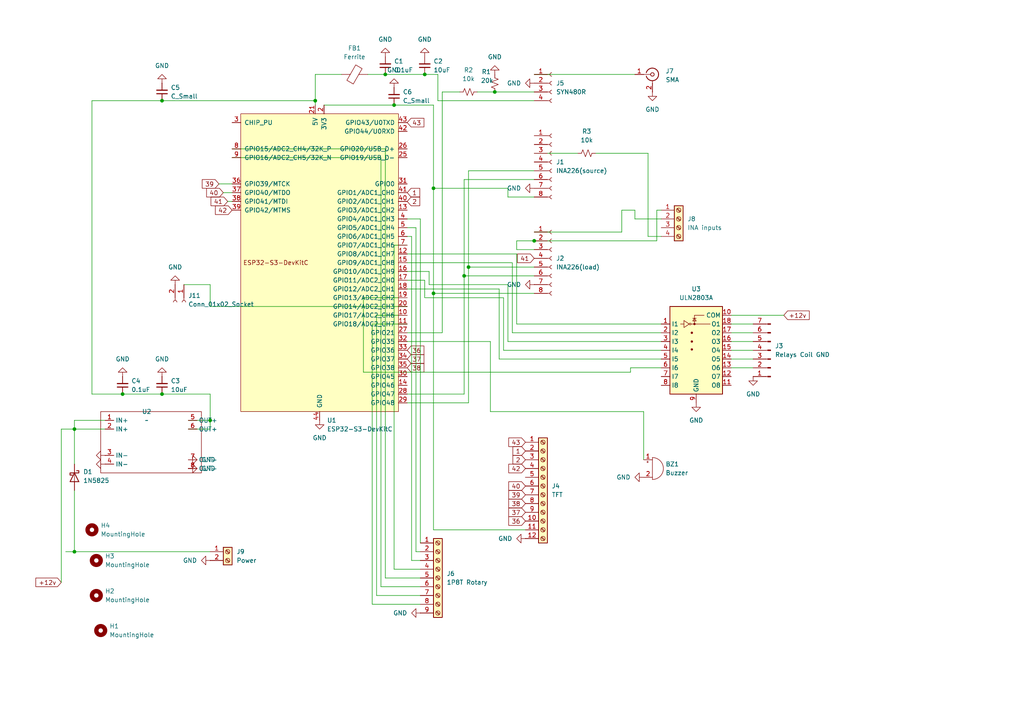
<source format=kicad_sch>
(kicad_sch
	(version 20250114)
	(generator "eeschema")
	(generator_version "9.0")
	(uuid "8c5ef74c-4ac1-4f37-9859-7d5db7cbd47d")
	(paper "A4")
	(lib_symbols
		(symbol "Connector:Conn_01x02_Socket"
			(pin_names
				(offset 1.016)
				(hide yes)
			)
			(exclude_from_sim no)
			(in_bom yes)
			(on_board yes)
			(property "Reference" "J"
				(at 0 2.54 0)
				(effects
					(font
						(size 1.27 1.27)
					)
				)
			)
			(property "Value" "Conn_01x02_Socket"
				(at 0 -5.08 0)
				(effects
					(font
						(size 1.27 1.27)
					)
				)
			)
			(property "Footprint" ""
				(at 0 0 0)
				(effects
					(font
						(size 1.27 1.27)
					)
					(hide yes)
				)
			)
			(property "Datasheet" "~"
				(at 0 0 0)
				(effects
					(font
						(size 1.27 1.27)
					)
					(hide yes)
				)
			)
			(property "Description" "Generic connector, single row, 01x02, script generated"
				(at 0 0 0)
				(effects
					(font
						(size 1.27 1.27)
					)
					(hide yes)
				)
			)
			(property "ki_locked" ""
				(at 0 0 0)
				(effects
					(font
						(size 1.27 1.27)
					)
				)
			)
			(property "ki_keywords" "connector"
				(at 0 0 0)
				(effects
					(font
						(size 1.27 1.27)
					)
					(hide yes)
				)
			)
			(property "ki_fp_filters" "Connector*:*_1x??_*"
				(at 0 0 0)
				(effects
					(font
						(size 1.27 1.27)
					)
					(hide yes)
				)
			)
			(symbol "Conn_01x02_Socket_1_1"
				(polyline
					(pts
						(xy -1.27 0) (xy -0.508 0)
					)
					(stroke
						(width 0.1524)
						(type default)
					)
					(fill
						(type none)
					)
				)
				(polyline
					(pts
						(xy -1.27 -2.54) (xy -0.508 -2.54)
					)
					(stroke
						(width 0.1524)
						(type default)
					)
					(fill
						(type none)
					)
				)
				(arc
					(start 0 -0.508)
					(mid -0.5058 0)
					(end 0 0.508)
					(stroke
						(width 0.1524)
						(type default)
					)
					(fill
						(type none)
					)
				)
				(arc
					(start 0 -3.048)
					(mid -0.5058 -2.54)
					(end 0 -2.032)
					(stroke
						(width 0.1524)
						(type default)
					)
					(fill
						(type none)
					)
				)
				(pin passive line
					(at -5.08 0 0)
					(length 3.81)
					(name "Pin_1"
						(effects
							(font
								(size 1.27 1.27)
							)
						)
					)
					(number "1"
						(effects
							(font
								(size 1.27 1.27)
							)
						)
					)
				)
				(pin passive line
					(at -5.08 -2.54 0)
					(length 3.81)
					(name "Pin_2"
						(effects
							(font
								(size 1.27 1.27)
							)
						)
					)
					(number "2"
						(effects
							(font
								(size 1.27 1.27)
							)
						)
					)
				)
			)
			(embedded_fonts no)
		)
		(symbol "Connector:Conn_01x04_Socket"
			(pin_names
				(offset 1.016)
				(hide yes)
			)
			(exclude_from_sim no)
			(in_bom yes)
			(on_board yes)
			(property "Reference" "J"
				(at 0 5.08 0)
				(effects
					(font
						(size 1.27 1.27)
					)
				)
			)
			(property "Value" "Conn_01x04_Socket"
				(at 0 -7.62 0)
				(effects
					(font
						(size 1.27 1.27)
					)
				)
			)
			(property "Footprint" ""
				(at 0 0 0)
				(effects
					(font
						(size 1.27 1.27)
					)
					(hide yes)
				)
			)
			(property "Datasheet" "~"
				(at 0 0 0)
				(effects
					(font
						(size 1.27 1.27)
					)
					(hide yes)
				)
			)
			(property "Description" "Generic connector, single row, 01x04, script generated"
				(at 0 0 0)
				(effects
					(font
						(size 1.27 1.27)
					)
					(hide yes)
				)
			)
			(property "ki_locked" ""
				(at 0 0 0)
				(effects
					(font
						(size 1.27 1.27)
					)
				)
			)
			(property "ki_keywords" "connector"
				(at 0 0 0)
				(effects
					(font
						(size 1.27 1.27)
					)
					(hide yes)
				)
			)
			(property "ki_fp_filters" "Connector*:*_1x??_*"
				(at 0 0 0)
				(effects
					(font
						(size 1.27 1.27)
					)
					(hide yes)
				)
			)
			(symbol "Conn_01x04_Socket_1_1"
				(polyline
					(pts
						(xy -1.27 2.54) (xy -0.508 2.54)
					)
					(stroke
						(width 0.1524)
						(type default)
					)
					(fill
						(type none)
					)
				)
				(polyline
					(pts
						(xy -1.27 0) (xy -0.508 0)
					)
					(stroke
						(width 0.1524)
						(type default)
					)
					(fill
						(type none)
					)
				)
				(polyline
					(pts
						(xy -1.27 -2.54) (xy -0.508 -2.54)
					)
					(stroke
						(width 0.1524)
						(type default)
					)
					(fill
						(type none)
					)
				)
				(polyline
					(pts
						(xy -1.27 -5.08) (xy -0.508 -5.08)
					)
					(stroke
						(width 0.1524)
						(type default)
					)
					(fill
						(type none)
					)
				)
				(arc
					(start 0 2.032)
					(mid -0.5058 2.54)
					(end 0 3.048)
					(stroke
						(width 0.1524)
						(type default)
					)
					(fill
						(type none)
					)
				)
				(arc
					(start 0 -0.508)
					(mid -0.5058 0)
					(end 0 0.508)
					(stroke
						(width 0.1524)
						(type default)
					)
					(fill
						(type none)
					)
				)
				(arc
					(start 0 -3.048)
					(mid -0.5058 -2.54)
					(end 0 -2.032)
					(stroke
						(width 0.1524)
						(type default)
					)
					(fill
						(type none)
					)
				)
				(arc
					(start 0 -5.588)
					(mid -0.5058 -5.08)
					(end 0 -4.572)
					(stroke
						(width 0.1524)
						(type default)
					)
					(fill
						(type none)
					)
				)
				(pin passive line
					(at -5.08 2.54 0)
					(length 3.81)
					(name "Pin_1"
						(effects
							(font
								(size 1.27 1.27)
							)
						)
					)
					(number "1"
						(effects
							(font
								(size 1.27 1.27)
							)
						)
					)
				)
				(pin passive line
					(at -5.08 0 0)
					(length 3.81)
					(name "Pin_2"
						(effects
							(font
								(size 1.27 1.27)
							)
						)
					)
					(number "2"
						(effects
							(font
								(size 1.27 1.27)
							)
						)
					)
				)
				(pin passive line
					(at -5.08 -2.54 0)
					(length 3.81)
					(name "Pin_3"
						(effects
							(font
								(size 1.27 1.27)
							)
						)
					)
					(number "3"
						(effects
							(font
								(size 1.27 1.27)
							)
						)
					)
				)
				(pin passive line
					(at -5.08 -5.08 0)
					(length 3.81)
					(name "Pin_4"
						(effects
							(font
								(size 1.27 1.27)
							)
						)
					)
					(number "4"
						(effects
							(font
								(size 1.27 1.27)
							)
						)
					)
				)
			)
			(embedded_fonts no)
		)
		(symbol "Connector:Conn_01x07_Pin"
			(pin_names
				(offset 1.016)
				(hide yes)
			)
			(exclude_from_sim no)
			(in_bom yes)
			(on_board yes)
			(property "Reference" "J"
				(at 0 10.16 0)
				(effects
					(font
						(size 1.27 1.27)
					)
				)
			)
			(property "Value" "Conn_01x07_Pin"
				(at 0 -10.16 0)
				(effects
					(font
						(size 1.27 1.27)
					)
				)
			)
			(property "Footprint" ""
				(at 0 0 0)
				(effects
					(font
						(size 1.27 1.27)
					)
					(hide yes)
				)
			)
			(property "Datasheet" "~"
				(at 0 0 0)
				(effects
					(font
						(size 1.27 1.27)
					)
					(hide yes)
				)
			)
			(property "Description" "Generic connector, single row, 01x07, script generated"
				(at 0 0 0)
				(effects
					(font
						(size 1.27 1.27)
					)
					(hide yes)
				)
			)
			(property "ki_locked" ""
				(at 0 0 0)
				(effects
					(font
						(size 1.27 1.27)
					)
				)
			)
			(property "ki_keywords" "connector"
				(at 0 0 0)
				(effects
					(font
						(size 1.27 1.27)
					)
					(hide yes)
				)
			)
			(property "ki_fp_filters" "Connector*:*_1x??_*"
				(at 0 0 0)
				(effects
					(font
						(size 1.27 1.27)
					)
					(hide yes)
				)
			)
			(symbol "Conn_01x07_Pin_1_1"
				(rectangle
					(start 0.8636 7.747)
					(end 0 7.493)
					(stroke
						(width 0.1524)
						(type default)
					)
					(fill
						(type outline)
					)
				)
				(rectangle
					(start 0.8636 5.207)
					(end 0 4.953)
					(stroke
						(width 0.1524)
						(type default)
					)
					(fill
						(type outline)
					)
				)
				(rectangle
					(start 0.8636 2.667)
					(end 0 2.413)
					(stroke
						(width 0.1524)
						(type default)
					)
					(fill
						(type outline)
					)
				)
				(rectangle
					(start 0.8636 0.127)
					(end 0 -0.127)
					(stroke
						(width 0.1524)
						(type default)
					)
					(fill
						(type outline)
					)
				)
				(rectangle
					(start 0.8636 -2.413)
					(end 0 -2.667)
					(stroke
						(width 0.1524)
						(type default)
					)
					(fill
						(type outline)
					)
				)
				(rectangle
					(start 0.8636 -4.953)
					(end 0 -5.207)
					(stroke
						(width 0.1524)
						(type default)
					)
					(fill
						(type outline)
					)
				)
				(rectangle
					(start 0.8636 -7.493)
					(end 0 -7.747)
					(stroke
						(width 0.1524)
						(type default)
					)
					(fill
						(type outline)
					)
				)
				(polyline
					(pts
						(xy 1.27 7.62) (xy 0.8636 7.62)
					)
					(stroke
						(width 0.1524)
						(type default)
					)
					(fill
						(type none)
					)
				)
				(polyline
					(pts
						(xy 1.27 5.08) (xy 0.8636 5.08)
					)
					(stroke
						(width 0.1524)
						(type default)
					)
					(fill
						(type none)
					)
				)
				(polyline
					(pts
						(xy 1.27 2.54) (xy 0.8636 2.54)
					)
					(stroke
						(width 0.1524)
						(type default)
					)
					(fill
						(type none)
					)
				)
				(polyline
					(pts
						(xy 1.27 0) (xy 0.8636 0)
					)
					(stroke
						(width 0.1524)
						(type default)
					)
					(fill
						(type none)
					)
				)
				(polyline
					(pts
						(xy 1.27 -2.54) (xy 0.8636 -2.54)
					)
					(stroke
						(width 0.1524)
						(type default)
					)
					(fill
						(type none)
					)
				)
				(polyline
					(pts
						(xy 1.27 -5.08) (xy 0.8636 -5.08)
					)
					(stroke
						(width 0.1524)
						(type default)
					)
					(fill
						(type none)
					)
				)
				(polyline
					(pts
						(xy 1.27 -7.62) (xy 0.8636 -7.62)
					)
					(stroke
						(width 0.1524)
						(type default)
					)
					(fill
						(type none)
					)
				)
				(pin passive line
					(at 5.08 7.62 180)
					(length 3.81)
					(name "Pin_1"
						(effects
							(font
								(size 1.27 1.27)
							)
						)
					)
					(number "1"
						(effects
							(font
								(size 1.27 1.27)
							)
						)
					)
				)
				(pin passive line
					(at 5.08 5.08 180)
					(length 3.81)
					(name "Pin_2"
						(effects
							(font
								(size 1.27 1.27)
							)
						)
					)
					(number "2"
						(effects
							(font
								(size 1.27 1.27)
							)
						)
					)
				)
				(pin passive line
					(at 5.08 2.54 180)
					(length 3.81)
					(name "Pin_3"
						(effects
							(font
								(size 1.27 1.27)
							)
						)
					)
					(number "3"
						(effects
							(font
								(size 1.27 1.27)
							)
						)
					)
				)
				(pin passive line
					(at 5.08 0 180)
					(length 3.81)
					(name "Pin_4"
						(effects
							(font
								(size 1.27 1.27)
							)
						)
					)
					(number "4"
						(effects
							(font
								(size 1.27 1.27)
							)
						)
					)
				)
				(pin passive line
					(at 5.08 -2.54 180)
					(length 3.81)
					(name "Pin_5"
						(effects
							(font
								(size 1.27 1.27)
							)
						)
					)
					(number "5"
						(effects
							(font
								(size 1.27 1.27)
							)
						)
					)
				)
				(pin passive line
					(at 5.08 -5.08 180)
					(length 3.81)
					(name "Pin_6"
						(effects
							(font
								(size 1.27 1.27)
							)
						)
					)
					(number "6"
						(effects
							(font
								(size 1.27 1.27)
							)
						)
					)
				)
				(pin passive line
					(at 5.08 -7.62 180)
					(length 3.81)
					(name "Pin_7"
						(effects
							(font
								(size 1.27 1.27)
							)
						)
					)
					(number "7"
						(effects
							(font
								(size 1.27 1.27)
							)
						)
					)
				)
			)
			(embedded_fonts no)
		)
		(symbol "Connector:Conn_01x08_Socket"
			(pin_names
				(offset 1.016)
				(hide yes)
			)
			(exclude_from_sim no)
			(in_bom yes)
			(on_board yes)
			(property "Reference" "J"
				(at 0 10.16 0)
				(effects
					(font
						(size 1.27 1.27)
					)
				)
			)
			(property "Value" "Conn_01x08_Socket"
				(at 0 -12.7 0)
				(effects
					(font
						(size 1.27 1.27)
					)
				)
			)
			(property "Footprint" ""
				(at 0 0 0)
				(effects
					(font
						(size 1.27 1.27)
					)
					(hide yes)
				)
			)
			(property "Datasheet" "~"
				(at 0 0 0)
				(effects
					(font
						(size 1.27 1.27)
					)
					(hide yes)
				)
			)
			(property "Description" "Generic connector, single row, 01x08, script generated"
				(at 0 0 0)
				(effects
					(font
						(size 1.27 1.27)
					)
					(hide yes)
				)
			)
			(property "ki_locked" ""
				(at 0 0 0)
				(effects
					(font
						(size 1.27 1.27)
					)
				)
			)
			(property "ki_keywords" "connector"
				(at 0 0 0)
				(effects
					(font
						(size 1.27 1.27)
					)
					(hide yes)
				)
			)
			(property "ki_fp_filters" "Connector*:*_1x??_*"
				(at 0 0 0)
				(effects
					(font
						(size 1.27 1.27)
					)
					(hide yes)
				)
			)
			(symbol "Conn_01x08_Socket_1_1"
				(polyline
					(pts
						(xy -1.27 7.62) (xy -0.508 7.62)
					)
					(stroke
						(width 0.1524)
						(type default)
					)
					(fill
						(type none)
					)
				)
				(polyline
					(pts
						(xy -1.27 5.08) (xy -0.508 5.08)
					)
					(stroke
						(width 0.1524)
						(type default)
					)
					(fill
						(type none)
					)
				)
				(polyline
					(pts
						(xy -1.27 2.54) (xy -0.508 2.54)
					)
					(stroke
						(width 0.1524)
						(type default)
					)
					(fill
						(type none)
					)
				)
				(polyline
					(pts
						(xy -1.27 0) (xy -0.508 0)
					)
					(stroke
						(width 0.1524)
						(type default)
					)
					(fill
						(type none)
					)
				)
				(polyline
					(pts
						(xy -1.27 -2.54) (xy -0.508 -2.54)
					)
					(stroke
						(width 0.1524)
						(type default)
					)
					(fill
						(type none)
					)
				)
				(polyline
					(pts
						(xy -1.27 -5.08) (xy -0.508 -5.08)
					)
					(stroke
						(width 0.1524)
						(type default)
					)
					(fill
						(type none)
					)
				)
				(polyline
					(pts
						(xy -1.27 -7.62) (xy -0.508 -7.62)
					)
					(stroke
						(width 0.1524)
						(type default)
					)
					(fill
						(type none)
					)
				)
				(polyline
					(pts
						(xy -1.27 -10.16) (xy -0.508 -10.16)
					)
					(stroke
						(width 0.1524)
						(type default)
					)
					(fill
						(type none)
					)
				)
				(arc
					(start 0 7.112)
					(mid -0.5058 7.62)
					(end 0 8.128)
					(stroke
						(width 0.1524)
						(type default)
					)
					(fill
						(type none)
					)
				)
				(arc
					(start 0 4.572)
					(mid -0.5058 5.08)
					(end 0 5.588)
					(stroke
						(width 0.1524)
						(type default)
					)
					(fill
						(type none)
					)
				)
				(arc
					(start 0 2.032)
					(mid -0.5058 2.54)
					(end 0 3.048)
					(stroke
						(width 0.1524)
						(type default)
					)
					(fill
						(type none)
					)
				)
				(arc
					(start 0 -0.508)
					(mid -0.5058 0)
					(end 0 0.508)
					(stroke
						(width 0.1524)
						(type default)
					)
					(fill
						(type none)
					)
				)
				(arc
					(start 0 -3.048)
					(mid -0.5058 -2.54)
					(end 0 -2.032)
					(stroke
						(width 0.1524)
						(type default)
					)
					(fill
						(type none)
					)
				)
				(arc
					(start 0 -5.588)
					(mid -0.5058 -5.08)
					(end 0 -4.572)
					(stroke
						(width 0.1524)
						(type default)
					)
					(fill
						(type none)
					)
				)
				(arc
					(start 0 -8.128)
					(mid -0.5058 -7.62)
					(end 0 -7.112)
					(stroke
						(width 0.1524)
						(type default)
					)
					(fill
						(type none)
					)
				)
				(arc
					(start 0 -10.668)
					(mid -0.5058 -10.16)
					(end 0 -9.652)
					(stroke
						(width 0.1524)
						(type default)
					)
					(fill
						(type none)
					)
				)
				(pin passive line
					(at -5.08 7.62 0)
					(length 3.81)
					(name "Pin_1"
						(effects
							(font
								(size 1.27 1.27)
							)
						)
					)
					(number "1"
						(effects
							(font
								(size 1.27 1.27)
							)
						)
					)
				)
				(pin passive line
					(at -5.08 5.08 0)
					(length 3.81)
					(name "Pin_2"
						(effects
							(font
								(size 1.27 1.27)
							)
						)
					)
					(number "2"
						(effects
							(font
								(size 1.27 1.27)
							)
						)
					)
				)
				(pin passive line
					(at -5.08 2.54 0)
					(length 3.81)
					(name "Pin_3"
						(effects
							(font
								(size 1.27 1.27)
							)
						)
					)
					(number "3"
						(effects
							(font
								(size 1.27 1.27)
							)
						)
					)
				)
				(pin passive line
					(at -5.08 0 0)
					(length 3.81)
					(name "Pin_4"
						(effects
							(font
								(size 1.27 1.27)
							)
						)
					)
					(number "4"
						(effects
							(font
								(size 1.27 1.27)
							)
						)
					)
				)
				(pin passive line
					(at -5.08 -2.54 0)
					(length 3.81)
					(name "Pin_5"
						(effects
							(font
								(size 1.27 1.27)
							)
						)
					)
					(number "5"
						(effects
							(font
								(size 1.27 1.27)
							)
						)
					)
				)
				(pin passive line
					(at -5.08 -5.08 0)
					(length 3.81)
					(name "Pin_6"
						(effects
							(font
								(size 1.27 1.27)
							)
						)
					)
					(number "6"
						(effects
							(font
								(size 1.27 1.27)
							)
						)
					)
				)
				(pin passive line
					(at -5.08 -7.62 0)
					(length 3.81)
					(name "Pin_7"
						(effects
							(font
								(size 1.27 1.27)
							)
						)
					)
					(number "7"
						(effects
							(font
								(size 1.27 1.27)
							)
						)
					)
				)
				(pin passive line
					(at -5.08 -10.16 0)
					(length 3.81)
					(name "Pin_8"
						(effects
							(font
								(size 1.27 1.27)
							)
						)
					)
					(number "8"
						(effects
							(font
								(size 1.27 1.27)
							)
						)
					)
				)
			)
			(embedded_fonts no)
		)
		(symbol "Connector:Conn_Coaxial"
			(pin_names
				(offset 1.016)
				(hide yes)
			)
			(exclude_from_sim no)
			(in_bom yes)
			(on_board yes)
			(property "Reference" "J"
				(at 0.254 3.048 0)
				(effects
					(font
						(size 1.27 1.27)
					)
				)
			)
			(property "Value" "Conn_Coaxial"
				(at 2.921 0 90)
				(effects
					(font
						(size 1.27 1.27)
					)
				)
			)
			(property "Footprint" ""
				(at 0 0 0)
				(effects
					(font
						(size 1.27 1.27)
					)
					(hide yes)
				)
			)
			(property "Datasheet" "~"
				(at 0 0 0)
				(effects
					(font
						(size 1.27 1.27)
					)
					(hide yes)
				)
			)
			(property "Description" "coaxial connector (BNC, SMA, SMB, SMC, Cinch/RCA, LEMO, ...)"
				(at 0 0 0)
				(effects
					(font
						(size 1.27 1.27)
					)
					(hide yes)
				)
			)
			(property "ki_keywords" "BNC SMA SMB SMC LEMO coaxial connector CINCH RCA MCX MMCX U.FL UMRF"
				(at 0 0 0)
				(effects
					(font
						(size 1.27 1.27)
					)
					(hide yes)
				)
			)
			(property "ki_fp_filters" "*BNC* *SMA* *SMB* *SMC* *Cinch* *LEMO* *UMRF* *MCX* *U.FL*"
				(at 0 0 0)
				(effects
					(font
						(size 1.27 1.27)
					)
					(hide yes)
				)
			)
			(symbol "Conn_Coaxial_0_1"
				(polyline
					(pts
						(xy -2.54 0) (xy -0.508 0)
					)
					(stroke
						(width 0)
						(type default)
					)
					(fill
						(type none)
					)
				)
				(arc
					(start 1.778 0)
					(mid 0.222 -1.8079)
					(end -1.778 -0.508)
					(stroke
						(width 0.254)
						(type default)
					)
					(fill
						(type none)
					)
				)
				(arc
					(start -1.778 0.508)
					(mid 0.2221 1.8084)
					(end 1.778 0)
					(stroke
						(width 0.254)
						(type default)
					)
					(fill
						(type none)
					)
				)
				(circle
					(center 0 0)
					(radius 0.508)
					(stroke
						(width 0.2032)
						(type default)
					)
					(fill
						(type none)
					)
				)
				(polyline
					(pts
						(xy 0 -2.54) (xy 0 -1.778)
					)
					(stroke
						(width 0)
						(type default)
					)
					(fill
						(type none)
					)
				)
			)
			(symbol "Conn_Coaxial_1_1"
				(pin passive line
					(at -5.08 0 0)
					(length 2.54)
					(name "In"
						(effects
							(font
								(size 1.27 1.27)
							)
						)
					)
					(number "1"
						(effects
							(font
								(size 1.27 1.27)
							)
						)
					)
				)
				(pin passive line
					(at 0 -5.08 90)
					(length 2.54)
					(name "Ext"
						(effects
							(font
								(size 1.27 1.27)
							)
						)
					)
					(number "2"
						(effects
							(font
								(size 1.27 1.27)
							)
						)
					)
				)
			)
			(embedded_fonts no)
		)
		(symbol "Connector:Screw_Terminal_01x02"
			(pin_names
				(offset 1.016)
				(hide yes)
			)
			(exclude_from_sim no)
			(in_bom yes)
			(on_board yes)
			(property "Reference" "J"
				(at 0 2.54 0)
				(effects
					(font
						(size 1.27 1.27)
					)
				)
			)
			(property "Value" "Screw_Terminal_01x02"
				(at 0 -5.08 0)
				(effects
					(font
						(size 1.27 1.27)
					)
				)
			)
			(property "Footprint" ""
				(at 0 0 0)
				(effects
					(font
						(size 1.27 1.27)
					)
					(hide yes)
				)
			)
			(property "Datasheet" "~"
				(at 0 0 0)
				(effects
					(font
						(size 1.27 1.27)
					)
					(hide yes)
				)
			)
			(property "Description" "Generic screw terminal, single row, 01x02, script generated (kicad-library-utils/schlib/autogen/connector/)"
				(at 0 0 0)
				(effects
					(font
						(size 1.27 1.27)
					)
					(hide yes)
				)
			)
			(property "ki_keywords" "screw terminal"
				(at 0 0 0)
				(effects
					(font
						(size 1.27 1.27)
					)
					(hide yes)
				)
			)
			(property "ki_fp_filters" "TerminalBlock*:*"
				(at 0 0 0)
				(effects
					(font
						(size 1.27 1.27)
					)
					(hide yes)
				)
			)
			(symbol "Screw_Terminal_01x02_1_1"
				(rectangle
					(start -1.27 1.27)
					(end 1.27 -3.81)
					(stroke
						(width 0.254)
						(type default)
					)
					(fill
						(type background)
					)
				)
				(polyline
					(pts
						(xy -0.5334 0.3302) (xy 0.3302 -0.508)
					)
					(stroke
						(width 0.1524)
						(type default)
					)
					(fill
						(type none)
					)
				)
				(polyline
					(pts
						(xy -0.5334 -2.2098) (xy 0.3302 -3.048)
					)
					(stroke
						(width 0.1524)
						(type default)
					)
					(fill
						(type none)
					)
				)
				(polyline
					(pts
						(xy -0.3556 0.508) (xy 0.508 -0.3302)
					)
					(stroke
						(width 0.1524)
						(type default)
					)
					(fill
						(type none)
					)
				)
				(polyline
					(pts
						(xy -0.3556 -2.032) (xy 0.508 -2.8702)
					)
					(stroke
						(width 0.1524)
						(type default)
					)
					(fill
						(type none)
					)
				)
				(circle
					(center 0 0)
					(radius 0.635)
					(stroke
						(width 0.1524)
						(type default)
					)
					(fill
						(type none)
					)
				)
				(circle
					(center 0 -2.54)
					(radius 0.635)
					(stroke
						(width 0.1524)
						(type default)
					)
					(fill
						(type none)
					)
				)
				(pin passive line
					(at -5.08 0 0)
					(length 3.81)
					(name "Pin_1"
						(effects
							(font
								(size 1.27 1.27)
							)
						)
					)
					(number "1"
						(effects
							(font
								(size 1.27 1.27)
							)
						)
					)
				)
				(pin passive line
					(at -5.08 -2.54 0)
					(length 3.81)
					(name "Pin_2"
						(effects
							(font
								(size 1.27 1.27)
							)
						)
					)
					(number "2"
						(effects
							(font
								(size 1.27 1.27)
							)
						)
					)
				)
			)
			(embedded_fonts no)
		)
		(symbol "Connector:Screw_Terminal_01x04"
			(pin_names
				(offset 1.016)
				(hide yes)
			)
			(exclude_from_sim no)
			(in_bom yes)
			(on_board yes)
			(property "Reference" "J"
				(at 0 5.08 0)
				(effects
					(font
						(size 1.27 1.27)
					)
				)
			)
			(property "Value" "Screw_Terminal_01x04"
				(at 0 -7.62 0)
				(effects
					(font
						(size 1.27 1.27)
					)
				)
			)
			(property "Footprint" ""
				(at 0 0 0)
				(effects
					(font
						(size 1.27 1.27)
					)
					(hide yes)
				)
			)
			(property "Datasheet" "~"
				(at 0 0 0)
				(effects
					(font
						(size 1.27 1.27)
					)
					(hide yes)
				)
			)
			(property "Description" "Generic screw terminal, single row, 01x04, script generated (kicad-library-utils/schlib/autogen/connector/)"
				(at 0 0 0)
				(effects
					(font
						(size 1.27 1.27)
					)
					(hide yes)
				)
			)
			(property "ki_keywords" "screw terminal"
				(at 0 0 0)
				(effects
					(font
						(size 1.27 1.27)
					)
					(hide yes)
				)
			)
			(property "ki_fp_filters" "TerminalBlock*:*"
				(at 0 0 0)
				(effects
					(font
						(size 1.27 1.27)
					)
					(hide yes)
				)
			)
			(symbol "Screw_Terminal_01x04_1_1"
				(rectangle
					(start -1.27 3.81)
					(end 1.27 -6.35)
					(stroke
						(width 0.254)
						(type default)
					)
					(fill
						(type background)
					)
				)
				(polyline
					(pts
						(xy -0.5334 2.8702) (xy 0.3302 2.032)
					)
					(stroke
						(width 0.1524)
						(type default)
					)
					(fill
						(type none)
					)
				)
				(polyline
					(pts
						(xy -0.5334 0.3302) (xy 0.3302 -0.508)
					)
					(stroke
						(width 0.1524)
						(type default)
					)
					(fill
						(type none)
					)
				)
				(polyline
					(pts
						(xy -0.5334 -2.2098) (xy 0.3302 -3.048)
					)
					(stroke
						(width 0.1524)
						(type default)
					)
					(fill
						(type none)
					)
				)
				(polyline
					(pts
						(xy -0.5334 -4.7498) (xy 0.3302 -5.588)
					)
					(stroke
						(width 0.1524)
						(type default)
					)
					(fill
						(type none)
					)
				)
				(polyline
					(pts
						(xy -0.3556 3.048) (xy 0.508 2.2098)
					)
					(stroke
						(width 0.1524)
						(type default)
					)
					(fill
						(type none)
					)
				)
				(polyline
					(pts
						(xy -0.3556 0.508) (xy 0.508 -0.3302)
					)
					(stroke
						(width 0.1524)
						(type default)
					)
					(fill
						(type none)
					)
				)
				(polyline
					(pts
						(xy -0.3556 -2.032) (xy 0.508 -2.8702)
					)
					(stroke
						(width 0.1524)
						(type default)
					)
					(fill
						(type none)
					)
				)
				(polyline
					(pts
						(xy -0.3556 -4.572) (xy 0.508 -5.4102)
					)
					(stroke
						(width 0.1524)
						(type default)
					)
					(fill
						(type none)
					)
				)
				(circle
					(center 0 2.54)
					(radius 0.635)
					(stroke
						(width 0.1524)
						(type default)
					)
					(fill
						(type none)
					)
				)
				(circle
					(center 0 0)
					(radius 0.635)
					(stroke
						(width 0.1524)
						(type default)
					)
					(fill
						(type none)
					)
				)
				(circle
					(center 0 -2.54)
					(radius 0.635)
					(stroke
						(width 0.1524)
						(type default)
					)
					(fill
						(type none)
					)
				)
				(circle
					(center 0 -5.08)
					(radius 0.635)
					(stroke
						(width 0.1524)
						(type default)
					)
					(fill
						(type none)
					)
				)
				(pin passive line
					(at -5.08 2.54 0)
					(length 3.81)
					(name "Pin_1"
						(effects
							(font
								(size 1.27 1.27)
							)
						)
					)
					(number "1"
						(effects
							(font
								(size 1.27 1.27)
							)
						)
					)
				)
				(pin passive line
					(at -5.08 0 0)
					(length 3.81)
					(name "Pin_2"
						(effects
							(font
								(size 1.27 1.27)
							)
						)
					)
					(number "2"
						(effects
							(font
								(size 1.27 1.27)
							)
						)
					)
				)
				(pin passive line
					(at -5.08 -2.54 0)
					(length 3.81)
					(name "Pin_3"
						(effects
							(font
								(size 1.27 1.27)
							)
						)
					)
					(number "3"
						(effects
							(font
								(size 1.27 1.27)
							)
						)
					)
				)
				(pin passive line
					(at -5.08 -5.08 0)
					(length 3.81)
					(name "Pin_4"
						(effects
							(font
								(size 1.27 1.27)
							)
						)
					)
					(number "4"
						(effects
							(font
								(size 1.27 1.27)
							)
						)
					)
				)
			)
			(embedded_fonts no)
		)
		(symbol "Connector:Screw_Terminal_01x09"
			(pin_names
				(offset 1.016)
				(hide yes)
			)
			(exclude_from_sim no)
			(in_bom yes)
			(on_board yes)
			(property "Reference" "J"
				(at 0 12.7 0)
				(effects
					(font
						(size 1.27 1.27)
					)
				)
			)
			(property "Value" "Screw_Terminal_01x09"
				(at 0 -12.7 0)
				(effects
					(font
						(size 1.27 1.27)
					)
				)
			)
			(property "Footprint" ""
				(at 0 0 0)
				(effects
					(font
						(size 1.27 1.27)
					)
					(hide yes)
				)
			)
			(property "Datasheet" "~"
				(at 0 0 0)
				(effects
					(font
						(size 1.27 1.27)
					)
					(hide yes)
				)
			)
			(property "Description" "Generic screw terminal, single row, 01x09, script generated (kicad-library-utils/schlib/autogen/connector/)"
				(at 0 0 0)
				(effects
					(font
						(size 1.27 1.27)
					)
					(hide yes)
				)
			)
			(property "ki_keywords" "screw terminal"
				(at 0 0 0)
				(effects
					(font
						(size 1.27 1.27)
					)
					(hide yes)
				)
			)
			(property "ki_fp_filters" "TerminalBlock*:*"
				(at 0 0 0)
				(effects
					(font
						(size 1.27 1.27)
					)
					(hide yes)
				)
			)
			(symbol "Screw_Terminal_01x09_1_1"
				(rectangle
					(start -1.27 11.43)
					(end 1.27 -11.43)
					(stroke
						(width 0.254)
						(type default)
					)
					(fill
						(type background)
					)
				)
				(polyline
					(pts
						(xy -0.5334 10.4902) (xy 0.3302 9.652)
					)
					(stroke
						(width 0.1524)
						(type default)
					)
					(fill
						(type none)
					)
				)
				(polyline
					(pts
						(xy -0.5334 7.9502) (xy 0.3302 7.112)
					)
					(stroke
						(width 0.1524)
						(type default)
					)
					(fill
						(type none)
					)
				)
				(polyline
					(pts
						(xy -0.5334 5.4102) (xy 0.3302 4.572)
					)
					(stroke
						(width 0.1524)
						(type default)
					)
					(fill
						(type none)
					)
				)
				(polyline
					(pts
						(xy -0.5334 2.8702) (xy 0.3302 2.032)
					)
					(stroke
						(width 0.1524)
						(type default)
					)
					(fill
						(type none)
					)
				)
				(polyline
					(pts
						(xy -0.5334 0.3302) (xy 0.3302 -0.508)
					)
					(stroke
						(width 0.1524)
						(type default)
					)
					(fill
						(type none)
					)
				)
				(polyline
					(pts
						(xy -0.5334 -2.2098) (xy 0.3302 -3.048)
					)
					(stroke
						(width 0.1524)
						(type default)
					)
					(fill
						(type none)
					)
				)
				(polyline
					(pts
						(xy -0.5334 -4.7498) (xy 0.3302 -5.588)
					)
					(stroke
						(width 0.1524)
						(type default)
					)
					(fill
						(type none)
					)
				)
				(polyline
					(pts
						(xy -0.5334 -7.2898) (xy 0.3302 -8.128)
					)
					(stroke
						(width 0.1524)
						(type default)
					)
					(fill
						(type none)
					)
				)
				(polyline
					(pts
						(xy -0.5334 -9.8298) (xy 0.3302 -10.668)
					)
					(stroke
						(width 0.1524)
						(type default)
					)
					(fill
						(type none)
					)
				)
				(polyline
					(pts
						(xy -0.3556 10.668) (xy 0.508 9.8298)
					)
					(stroke
						(width 0.1524)
						(type default)
					)
					(fill
						(type none)
					)
				)
				(polyline
					(pts
						(xy -0.3556 8.128) (xy 0.508 7.2898)
					)
					(stroke
						(width 0.1524)
						(type default)
					)
					(fill
						(type none)
					)
				)
				(polyline
					(pts
						(xy -0.3556 5.588) (xy 0.508 4.7498)
					)
					(stroke
						(width 0.1524)
						(type default)
					)
					(fill
						(type none)
					)
				)
				(polyline
					(pts
						(xy -0.3556 3.048) (xy 0.508 2.2098)
					)
					(stroke
						(width 0.1524)
						(type default)
					)
					(fill
						(type none)
					)
				)
				(polyline
					(pts
						(xy -0.3556 0.508) (xy 0.508 -0.3302)
					)
					(stroke
						(width 0.1524)
						(type default)
					)
					(fill
						(type none)
					)
				)
				(polyline
					(pts
						(xy -0.3556 -2.032) (xy 0.508 -2.8702)
					)
					(stroke
						(width 0.1524)
						(type default)
					)
					(fill
						(type none)
					)
				)
				(polyline
					(pts
						(xy -0.3556 -4.572) (xy 0.508 -5.4102)
					)
					(stroke
						(width 0.1524)
						(type default)
					)
					(fill
						(type none)
					)
				)
				(polyline
					(pts
						(xy -0.3556 -7.112) (xy 0.508 -7.9502)
					)
					(stroke
						(width 0.1524)
						(type default)
					)
					(fill
						(type none)
					)
				)
				(polyline
					(pts
						(xy -0.3556 -9.652) (xy 0.508 -10.4902)
					)
					(stroke
						(width 0.1524)
						(type default)
					)
					(fill
						(type none)
					)
				)
				(circle
					(center 0 10.16)
					(radius 0.635)
					(stroke
						(width 0.1524)
						(type default)
					)
					(fill
						(type none)
					)
				)
				(circle
					(center 0 7.62)
					(radius 0.635)
					(stroke
						(width 0.1524)
						(type default)
					)
					(fill
						(type none)
					)
				)
				(circle
					(center 0 5.08)
					(radius 0.635)
					(stroke
						(width 0.1524)
						(type default)
					)
					(fill
						(type none)
					)
				)
				(circle
					(center 0 2.54)
					(radius 0.635)
					(stroke
						(width 0.1524)
						(type default)
					)
					(fill
						(type none)
					)
				)
				(circle
					(center 0 0)
					(radius 0.635)
					(stroke
						(width 0.1524)
						(type default)
					)
					(fill
						(type none)
					)
				)
				(circle
					(center 0 -2.54)
					(radius 0.635)
					(stroke
						(width 0.1524)
						(type default)
					)
					(fill
						(type none)
					)
				)
				(circle
					(center 0 -5.08)
					(radius 0.635)
					(stroke
						(width 0.1524)
						(type default)
					)
					(fill
						(type none)
					)
				)
				(circle
					(center 0 -7.62)
					(radius 0.635)
					(stroke
						(width 0.1524)
						(type default)
					)
					(fill
						(type none)
					)
				)
				(circle
					(center 0 -10.16)
					(radius 0.635)
					(stroke
						(width 0.1524)
						(type default)
					)
					(fill
						(type none)
					)
				)
				(pin passive line
					(at -5.08 10.16 0)
					(length 3.81)
					(name "Pin_1"
						(effects
							(font
								(size 1.27 1.27)
							)
						)
					)
					(number "1"
						(effects
							(font
								(size 1.27 1.27)
							)
						)
					)
				)
				(pin passive line
					(at -5.08 7.62 0)
					(length 3.81)
					(name "Pin_2"
						(effects
							(font
								(size 1.27 1.27)
							)
						)
					)
					(number "2"
						(effects
							(font
								(size 1.27 1.27)
							)
						)
					)
				)
				(pin passive line
					(at -5.08 5.08 0)
					(length 3.81)
					(name "Pin_3"
						(effects
							(font
								(size 1.27 1.27)
							)
						)
					)
					(number "3"
						(effects
							(font
								(size 1.27 1.27)
							)
						)
					)
				)
				(pin passive line
					(at -5.08 2.54 0)
					(length 3.81)
					(name "Pin_4"
						(effects
							(font
								(size 1.27 1.27)
							)
						)
					)
					(number "4"
						(effects
							(font
								(size 1.27 1.27)
							)
						)
					)
				)
				(pin passive line
					(at -5.08 0 0)
					(length 3.81)
					(name "Pin_5"
						(effects
							(font
								(size 1.27 1.27)
							)
						)
					)
					(number "5"
						(effects
							(font
								(size 1.27 1.27)
							)
						)
					)
				)
				(pin passive line
					(at -5.08 -2.54 0)
					(length 3.81)
					(name "Pin_6"
						(effects
							(font
								(size 1.27 1.27)
							)
						)
					)
					(number "6"
						(effects
							(font
								(size 1.27 1.27)
							)
						)
					)
				)
				(pin passive line
					(at -5.08 -5.08 0)
					(length 3.81)
					(name "Pin_7"
						(effects
							(font
								(size 1.27 1.27)
							)
						)
					)
					(number "7"
						(effects
							(font
								(size 1.27 1.27)
							)
						)
					)
				)
				(pin passive line
					(at -5.08 -7.62 0)
					(length 3.81)
					(name "Pin_8"
						(effects
							(font
								(size 1.27 1.27)
							)
						)
					)
					(number "8"
						(effects
							(font
								(size 1.27 1.27)
							)
						)
					)
				)
				(pin passive line
					(at -5.08 -10.16 0)
					(length 3.81)
					(name "Pin_9"
						(effects
							(font
								(size 1.27 1.27)
							)
						)
					)
					(number "9"
						(effects
							(font
								(size 1.27 1.27)
							)
						)
					)
				)
			)
			(embedded_fonts no)
		)
		(symbol "Connector:Screw_Terminal_01x12"
			(pin_names
				(offset 1.016)
				(hide yes)
			)
			(exclude_from_sim no)
			(in_bom yes)
			(on_board yes)
			(property "Reference" "J"
				(at 0 15.24 0)
				(effects
					(font
						(size 1.27 1.27)
					)
				)
			)
			(property "Value" "Screw_Terminal_01x12"
				(at 0 -17.78 0)
				(effects
					(font
						(size 1.27 1.27)
					)
				)
			)
			(property "Footprint" ""
				(at 0 0 0)
				(effects
					(font
						(size 1.27 1.27)
					)
					(hide yes)
				)
			)
			(property "Datasheet" "~"
				(at 0 0 0)
				(effects
					(font
						(size 1.27 1.27)
					)
					(hide yes)
				)
			)
			(property "Description" "Generic screw terminal, single row, 01x12, script generated (kicad-library-utils/schlib/autogen/connector/)"
				(at 0 0 0)
				(effects
					(font
						(size 1.27 1.27)
					)
					(hide yes)
				)
			)
			(property "ki_keywords" "screw terminal"
				(at 0 0 0)
				(effects
					(font
						(size 1.27 1.27)
					)
					(hide yes)
				)
			)
			(property "ki_fp_filters" "TerminalBlock*:*"
				(at 0 0 0)
				(effects
					(font
						(size 1.27 1.27)
					)
					(hide yes)
				)
			)
			(symbol "Screw_Terminal_01x12_1_1"
				(rectangle
					(start -1.27 13.97)
					(end 1.27 -16.51)
					(stroke
						(width 0.254)
						(type default)
					)
					(fill
						(type background)
					)
				)
				(polyline
					(pts
						(xy -0.5334 13.0302) (xy 0.3302 12.192)
					)
					(stroke
						(width 0.1524)
						(type default)
					)
					(fill
						(type none)
					)
				)
				(polyline
					(pts
						(xy -0.5334 10.4902) (xy 0.3302 9.652)
					)
					(stroke
						(width 0.1524)
						(type default)
					)
					(fill
						(type none)
					)
				)
				(polyline
					(pts
						(xy -0.5334 7.9502) (xy 0.3302 7.112)
					)
					(stroke
						(width 0.1524)
						(type default)
					)
					(fill
						(type none)
					)
				)
				(polyline
					(pts
						(xy -0.5334 5.4102) (xy 0.3302 4.572)
					)
					(stroke
						(width 0.1524)
						(type default)
					)
					(fill
						(type none)
					)
				)
				(polyline
					(pts
						(xy -0.5334 2.8702) (xy 0.3302 2.032)
					)
					(stroke
						(width 0.1524)
						(type default)
					)
					(fill
						(type none)
					)
				)
				(polyline
					(pts
						(xy -0.5334 0.3302) (xy 0.3302 -0.508)
					)
					(stroke
						(width 0.1524)
						(type default)
					)
					(fill
						(type none)
					)
				)
				(polyline
					(pts
						(xy -0.5334 -2.2098) (xy 0.3302 -3.048)
					)
					(stroke
						(width 0.1524)
						(type default)
					)
					(fill
						(type none)
					)
				)
				(polyline
					(pts
						(xy -0.5334 -4.7498) (xy 0.3302 -5.588)
					)
					(stroke
						(width 0.1524)
						(type default)
					)
					(fill
						(type none)
					)
				)
				(polyline
					(pts
						(xy -0.5334 -7.2898) (xy 0.3302 -8.128)
					)
					(stroke
						(width 0.1524)
						(type default)
					)
					(fill
						(type none)
					)
				)
				(polyline
					(pts
						(xy -0.5334 -9.8298) (xy 0.3302 -10.668)
					)
					(stroke
						(width 0.1524)
						(type default)
					)
					(fill
						(type none)
					)
				)
				(polyline
					(pts
						(xy -0.5334 -12.3698) (xy 0.3302 -13.208)
					)
					(stroke
						(width 0.1524)
						(type default)
					)
					(fill
						(type none)
					)
				)
				(polyline
					(pts
						(xy -0.5334 -14.9098) (xy 0.3302 -15.748)
					)
					(stroke
						(width 0.1524)
						(type default)
					)
					(fill
						(type none)
					)
				)
				(polyline
					(pts
						(xy -0.3556 13.208) (xy 0.508 12.3698)
					)
					(stroke
						(width 0.1524)
						(type default)
					)
					(fill
						(type none)
					)
				)
				(polyline
					(pts
						(xy -0.3556 10.668) (xy 0.508 9.8298)
					)
					(stroke
						(width 0.1524)
						(type default)
					)
					(fill
						(type none)
					)
				)
				(polyline
					(pts
						(xy -0.3556 8.128) (xy 0.508 7.2898)
					)
					(stroke
						(width 0.1524)
						(type default)
					)
					(fill
						(type none)
					)
				)
				(polyline
					(pts
						(xy -0.3556 5.588) (xy 0.508 4.7498)
					)
					(stroke
						(width 0.1524)
						(type default)
					)
					(fill
						(type none)
					)
				)
				(polyline
					(pts
						(xy -0.3556 3.048) (xy 0.508 2.2098)
					)
					(stroke
						(width 0.1524)
						(type default)
					)
					(fill
						(type none)
					)
				)
				(polyline
					(pts
						(xy -0.3556 0.508) (xy 0.508 -0.3302)
					)
					(stroke
						(width 0.1524)
						(type default)
					)
					(fill
						(type none)
					)
				)
				(polyline
					(pts
						(xy -0.3556 -2.032) (xy 0.508 -2.8702)
					)
					(stroke
						(width 0.1524)
						(type default)
					)
					(fill
						(type none)
					)
				)
				(polyline
					(pts
						(xy -0.3556 -4.572) (xy 0.508 -5.4102)
					)
					(stroke
						(width 0.1524)
						(type default)
					)
					(fill
						(type none)
					)
				)
				(polyline
					(pts
						(xy -0.3556 -7.112) (xy 0.508 -7.9502)
					)
					(stroke
						(width 0.1524)
						(type default)
					)
					(fill
						(type none)
					)
				)
				(polyline
					(pts
						(xy -0.3556 -9.652) (xy 0.508 -10.4902)
					)
					(stroke
						(width 0.1524)
						(type default)
					)
					(fill
						(type none)
					)
				)
				(polyline
					(pts
						(xy -0.3556 -12.192) (xy 0.508 -13.0302)
					)
					(stroke
						(width 0.1524)
						(type default)
					)
					(fill
						(type none)
					)
				)
				(polyline
					(pts
						(xy -0.3556 -14.732) (xy 0.508 -15.5702)
					)
					(stroke
						(width 0.1524)
						(type default)
					)
					(fill
						(type none)
					)
				)
				(circle
					(center 0 12.7)
					(radius 0.635)
					(stroke
						(width 0.1524)
						(type default)
					)
					(fill
						(type none)
					)
				)
				(circle
					(center 0 10.16)
					(radius 0.635)
					(stroke
						(width 0.1524)
						(type default)
					)
					(fill
						(type none)
					)
				)
				(circle
					(center 0 7.62)
					(radius 0.635)
					(stroke
						(width 0.1524)
						(type default)
					)
					(fill
						(type none)
					)
				)
				(circle
					(center 0 5.08)
					(radius 0.635)
					(stroke
						(width 0.1524)
						(type default)
					)
					(fill
						(type none)
					)
				)
				(circle
					(center 0 2.54)
					(radius 0.635)
					(stroke
						(width 0.1524)
						(type default)
					)
					(fill
						(type none)
					)
				)
				(circle
					(center 0 0)
					(radius 0.635)
					(stroke
						(width 0.1524)
						(type default)
					)
					(fill
						(type none)
					)
				)
				(circle
					(center 0 -2.54)
					(radius 0.635)
					(stroke
						(width 0.1524)
						(type default)
					)
					(fill
						(type none)
					)
				)
				(circle
					(center 0 -5.08)
					(radius 0.635)
					(stroke
						(width 0.1524)
						(type default)
					)
					(fill
						(type none)
					)
				)
				(circle
					(center 0 -7.62)
					(radius 0.635)
					(stroke
						(width 0.1524)
						(type default)
					)
					(fill
						(type none)
					)
				)
				(circle
					(center 0 -10.16)
					(radius 0.635)
					(stroke
						(width 0.1524)
						(type default)
					)
					(fill
						(type none)
					)
				)
				(circle
					(center 0 -12.7)
					(radius 0.635)
					(stroke
						(width 0.1524)
						(type default)
					)
					(fill
						(type none)
					)
				)
				(circle
					(center 0 -15.24)
					(radius 0.635)
					(stroke
						(width 0.1524)
						(type default)
					)
					(fill
						(type none)
					)
				)
				(pin passive line
					(at -5.08 12.7 0)
					(length 3.81)
					(name "Pin_1"
						(effects
							(font
								(size 1.27 1.27)
							)
						)
					)
					(number "1"
						(effects
							(font
								(size 1.27 1.27)
							)
						)
					)
				)
				(pin passive line
					(at -5.08 10.16 0)
					(length 3.81)
					(name "Pin_2"
						(effects
							(font
								(size 1.27 1.27)
							)
						)
					)
					(number "2"
						(effects
							(font
								(size 1.27 1.27)
							)
						)
					)
				)
				(pin passive line
					(at -5.08 7.62 0)
					(length 3.81)
					(name "Pin_3"
						(effects
							(font
								(size 1.27 1.27)
							)
						)
					)
					(number "3"
						(effects
							(font
								(size 1.27 1.27)
							)
						)
					)
				)
				(pin passive line
					(at -5.08 5.08 0)
					(length 3.81)
					(name "Pin_4"
						(effects
							(font
								(size 1.27 1.27)
							)
						)
					)
					(number "4"
						(effects
							(font
								(size 1.27 1.27)
							)
						)
					)
				)
				(pin passive line
					(at -5.08 2.54 0)
					(length 3.81)
					(name "Pin_5"
						(effects
							(font
								(size 1.27 1.27)
							)
						)
					)
					(number "5"
						(effects
							(font
								(size 1.27 1.27)
							)
						)
					)
				)
				(pin passive line
					(at -5.08 0 0)
					(length 3.81)
					(name "Pin_6"
						(effects
							(font
								(size 1.27 1.27)
							)
						)
					)
					(number "6"
						(effects
							(font
								(size 1.27 1.27)
							)
						)
					)
				)
				(pin passive line
					(at -5.08 -2.54 0)
					(length 3.81)
					(name "Pin_7"
						(effects
							(font
								(size 1.27 1.27)
							)
						)
					)
					(number "7"
						(effects
							(font
								(size 1.27 1.27)
							)
						)
					)
				)
				(pin passive line
					(at -5.08 -5.08 0)
					(length 3.81)
					(name "Pin_8"
						(effects
							(font
								(size 1.27 1.27)
							)
						)
					)
					(number "8"
						(effects
							(font
								(size 1.27 1.27)
							)
						)
					)
				)
				(pin passive line
					(at -5.08 -7.62 0)
					(length 3.81)
					(name "Pin_9"
						(effects
							(font
								(size 1.27 1.27)
							)
						)
					)
					(number "9"
						(effects
							(font
								(size 1.27 1.27)
							)
						)
					)
				)
				(pin passive line
					(at -5.08 -10.16 0)
					(length 3.81)
					(name "Pin_10"
						(effects
							(font
								(size 1.27 1.27)
							)
						)
					)
					(number "10"
						(effects
							(font
								(size 1.27 1.27)
							)
						)
					)
				)
				(pin passive line
					(at -5.08 -12.7 0)
					(length 3.81)
					(name "Pin_11"
						(effects
							(font
								(size 1.27 1.27)
							)
						)
					)
					(number "11"
						(effects
							(font
								(size 1.27 1.27)
							)
						)
					)
				)
				(pin passive line
					(at -5.08 -15.24 0)
					(length 3.81)
					(name "Pin_12"
						(effects
							(font
								(size 1.27 1.27)
							)
						)
					)
					(number "12"
						(effects
							(font
								(size 1.27 1.27)
							)
						)
					)
				)
			)
			(embedded_fonts no)
		)
		(symbol "Device:Buzzer"
			(pin_names
				(offset 0.0254)
				(hide yes)
			)
			(exclude_from_sim no)
			(in_bom yes)
			(on_board yes)
			(property "Reference" "BZ"
				(at 3.81 1.27 0)
				(effects
					(font
						(size 1.27 1.27)
					)
					(justify left)
				)
			)
			(property "Value" "Buzzer"
				(at 3.81 -1.27 0)
				(effects
					(font
						(size 1.27 1.27)
					)
					(justify left)
				)
			)
			(property "Footprint" ""
				(at -0.635 2.54 90)
				(effects
					(font
						(size 1.27 1.27)
					)
					(hide yes)
				)
			)
			(property "Datasheet" "~"
				(at -0.635 2.54 90)
				(effects
					(font
						(size 1.27 1.27)
					)
					(hide yes)
				)
			)
			(property "Description" "Buzzer, polarized"
				(at 0 0 0)
				(effects
					(font
						(size 1.27 1.27)
					)
					(hide yes)
				)
			)
			(property "ki_keywords" "quartz resonator ceramic"
				(at 0 0 0)
				(effects
					(font
						(size 1.27 1.27)
					)
					(hide yes)
				)
			)
			(property "ki_fp_filters" "*Buzzer*"
				(at 0 0 0)
				(effects
					(font
						(size 1.27 1.27)
					)
					(hide yes)
				)
			)
			(symbol "Buzzer_0_1"
				(polyline
					(pts
						(xy -1.651 1.905) (xy -1.143 1.905)
					)
					(stroke
						(width 0)
						(type default)
					)
					(fill
						(type none)
					)
				)
				(polyline
					(pts
						(xy -1.397 2.159) (xy -1.397 1.651)
					)
					(stroke
						(width 0)
						(type default)
					)
					(fill
						(type none)
					)
				)
				(arc
					(start 0 3.175)
					(mid 3.1612 0)
					(end 0 -3.175)
					(stroke
						(width 0)
						(type default)
					)
					(fill
						(type none)
					)
				)
				(polyline
					(pts
						(xy 0 3.175) (xy 0 -3.175)
					)
					(stroke
						(width 0)
						(type default)
					)
					(fill
						(type none)
					)
				)
			)
			(symbol "Buzzer_1_1"
				(pin passive line
					(at -2.54 2.54 0)
					(length 2.54)
					(name "+"
						(effects
							(font
								(size 1.27 1.27)
							)
						)
					)
					(number "1"
						(effects
							(font
								(size 1.27 1.27)
							)
						)
					)
				)
				(pin passive line
					(at -2.54 -2.54 0)
					(length 2.54)
					(name "-"
						(effects
							(font
								(size 1.27 1.27)
							)
						)
					)
					(number "2"
						(effects
							(font
								(size 1.27 1.27)
							)
						)
					)
				)
			)
			(embedded_fonts no)
		)
		(symbol "Device:C_Small"
			(pin_numbers
				(hide yes)
			)
			(pin_names
				(offset 0.254)
				(hide yes)
			)
			(exclude_from_sim no)
			(in_bom yes)
			(on_board yes)
			(property "Reference" "C"
				(at 0.254 1.778 0)
				(effects
					(font
						(size 1.27 1.27)
					)
					(justify left)
				)
			)
			(property "Value" "C_Small"
				(at 0.254 -2.032 0)
				(effects
					(font
						(size 1.27 1.27)
					)
					(justify left)
				)
			)
			(property "Footprint" ""
				(at 0 0 0)
				(effects
					(font
						(size 1.27 1.27)
					)
					(hide yes)
				)
			)
			(property "Datasheet" "~"
				(at 0 0 0)
				(effects
					(font
						(size 1.27 1.27)
					)
					(hide yes)
				)
			)
			(property "Description" "Unpolarized capacitor, small symbol"
				(at 0 0 0)
				(effects
					(font
						(size 1.27 1.27)
					)
					(hide yes)
				)
			)
			(property "ki_keywords" "capacitor cap"
				(at 0 0 0)
				(effects
					(font
						(size 1.27 1.27)
					)
					(hide yes)
				)
			)
			(property "ki_fp_filters" "C_*"
				(at 0 0 0)
				(effects
					(font
						(size 1.27 1.27)
					)
					(hide yes)
				)
			)
			(symbol "C_Small_0_1"
				(polyline
					(pts
						(xy -1.524 0.508) (xy 1.524 0.508)
					)
					(stroke
						(width 0.3048)
						(type default)
					)
					(fill
						(type none)
					)
				)
				(polyline
					(pts
						(xy -1.524 -0.508) (xy 1.524 -0.508)
					)
					(stroke
						(width 0.3302)
						(type default)
					)
					(fill
						(type none)
					)
				)
			)
			(symbol "C_Small_1_1"
				(pin passive line
					(at 0 2.54 270)
					(length 2.032)
					(name "~"
						(effects
							(font
								(size 1.27 1.27)
							)
						)
					)
					(number "1"
						(effects
							(font
								(size 1.27 1.27)
							)
						)
					)
				)
				(pin passive line
					(at 0 -2.54 90)
					(length 2.032)
					(name "~"
						(effects
							(font
								(size 1.27 1.27)
							)
						)
					)
					(number "2"
						(effects
							(font
								(size 1.27 1.27)
							)
						)
					)
				)
			)
			(embedded_fonts no)
		)
		(symbol "Device:FerriteBead"
			(pin_numbers
				(hide yes)
			)
			(pin_names
				(offset 0)
			)
			(exclude_from_sim no)
			(in_bom yes)
			(on_board yes)
			(property "Reference" "FB"
				(at -3.81 0.635 90)
				(effects
					(font
						(size 1.27 1.27)
					)
				)
			)
			(property "Value" "FerriteBead"
				(at 3.81 0 90)
				(effects
					(font
						(size 1.27 1.27)
					)
				)
			)
			(property "Footprint" ""
				(at -1.778 0 90)
				(effects
					(font
						(size 1.27 1.27)
					)
					(hide yes)
				)
			)
			(property "Datasheet" "~"
				(at 0 0 0)
				(effects
					(font
						(size 1.27 1.27)
					)
					(hide yes)
				)
			)
			(property "Description" "Ferrite bead"
				(at 0 0 0)
				(effects
					(font
						(size 1.27 1.27)
					)
					(hide yes)
				)
			)
			(property "ki_keywords" "L ferrite bead inductor filter"
				(at 0 0 0)
				(effects
					(font
						(size 1.27 1.27)
					)
					(hide yes)
				)
			)
			(property "ki_fp_filters" "Inductor_* L_* *Ferrite*"
				(at 0 0 0)
				(effects
					(font
						(size 1.27 1.27)
					)
					(hide yes)
				)
			)
			(symbol "FerriteBead_0_1"
				(polyline
					(pts
						(xy -2.7686 0.4064) (xy -1.7018 2.2606) (xy 2.7686 -0.3048) (xy 1.6764 -2.159) (xy -2.7686 0.4064)
					)
					(stroke
						(width 0)
						(type default)
					)
					(fill
						(type none)
					)
				)
				(polyline
					(pts
						(xy 0 1.27) (xy 0 1.2954)
					)
					(stroke
						(width 0)
						(type default)
					)
					(fill
						(type none)
					)
				)
				(polyline
					(pts
						(xy 0 -1.27) (xy 0 -1.2192)
					)
					(stroke
						(width 0)
						(type default)
					)
					(fill
						(type none)
					)
				)
			)
			(symbol "FerriteBead_1_1"
				(pin passive line
					(at 0 3.81 270)
					(length 2.54)
					(name "~"
						(effects
							(font
								(size 1.27 1.27)
							)
						)
					)
					(number "1"
						(effects
							(font
								(size 1.27 1.27)
							)
						)
					)
				)
				(pin passive line
					(at 0 -3.81 90)
					(length 2.54)
					(name "~"
						(effects
							(font
								(size 1.27 1.27)
							)
						)
					)
					(number "2"
						(effects
							(font
								(size 1.27 1.27)
							)
						)
					)
				)
			)
			(embedded_fonts no)
		)
		(symbol "Device:R_Small_US"
			(pin_numbers
				(hide yes)
			)
			(pin_names
				(offset 0.254)
				(hide yes)
			)
			(exclude_from_sim no)
			(in_bom yes)
			(on_board yes)
			(property "Reference" "R"
				(at 0.762 0.508 0)
				(effects
					(font
						(size 1.27 1.27)
					)
					(justify left)
				)
			)
			(property "Value" "R_Small_US"
				(at 0.762 -1.016 0)
				(effects
					(font
						(size 1.27 1.27)
					)
					(justify left)
				)
			)
			(property "Footprint" ""
				(at 0 0 0)
				(effects
					(font
						(size 1.27 1.27)
					)
					(hide yes)
				)
			)
			(property "Datasheet" "~"
				(at 0 0 0)
				(effects
					(font
						(size 1.27 1.27)
					)
					(hide yes)
				)
			)
			(property "Description" "Resistor, small US symbol"
				(at 0 0 0)
				(effects
					(font
						(size 1.27 1.27)
					)
					(hide yes)
				)
			)
			(property "ki_keywords" "r resistor"
				(at 0 0 0)
				(effects
					(font
						(size 1.27 1.27)
					)
					(hide yes)
				)
			)
			(property "ki_fp_filters" "R_*"
				(at 0 0 0)
				(effects
					(font
						(size 1.27 1.27)
					)
					(hide yes)
				)
			)
			(symbol "R_Small_US_1_1"
				(polyline
					(pts
						(xy 0 1.524) (xy 1.016 1.143) (xy 0 0.762) (xy -1.016 0.381) (xy 0 0)
					)
					(stroke
						(width 0)
						(type default)
					)
					(fill
						(type none)
					)
				)
				(polyline
					(pts
						(xy 0 0) (xy 1.016 -0.381) (xy 0 -0.762) (xy -1.016 -1.143) (xy 0 -1.524)
					)
					(stroke
						(width 0)
						(type default)
					)
					(fill
						(type none)
					)
				)
				(pin passive line
					(at 0 2.54 270)
					(length 1.016)
					(name "~"
						(effects
							(font
								(size 1.27 1.27)
							)
						)
					)
					(number "1"
						(effects
							(font
								(size 1.27 1.27)
							)
						)
					)
				)
				(pin passive line
					(at 0 -2.54 90)
					(length 1.016)
					(name "~"
						(effects
							(font
								(size 1.27 1.27)
							)
						)
					)
					(number "2"
						(effects
							(font
								(size 1.27 1.27)
							)
						)
					)
				)
			)
			(embedded_fonts no)
		)
		(symbol "Diode:1N5822"
			(pin_numbers
				(hide yes)
			)
			(pin_names
				(offset 1.016)
				(hide yes)
			)
			(exclude_from_sim no)
			(in_bom yes)
			(on_board yes)
			(property "Reference" "D"
				(at 0 2.54 0)
				(effects
					(font
						(size 1.27 1.27)
					)
				)
			)
			(property "Value" "1N5822"
				(at 0 -2.54 0)
				(effects
					(font
						(size 1.27 1.27)
					)
				)
			)
			(property "Footprint" "Diode_THT:D_DO-201AD_P15.24mm_Horizontal"
				(at 0 -4.445 0)
				(effects
					(font
						(size 1.27 1.27)
					)
					(hide yes)
				)
			)
			(property "Datasheet" "http://www.vishay.com/docs/88526/1n5820.pdf"
				(at 0 0 0)
				(effects
					(font
						(size 1.27 1.27)
					)
					(hide yes)
				)
			)
			(property "Description" "40V 3A Schottky Barrier Rectifier Diode, DO-201AD"
				(at 0 0 0)
				(effects
					(font
						(size 1.27 1.27)
					)
					(hide yes)
				)
			)
			(property "ki_keywords" "diode Schottky"
				(at 0 0 0)
				(effects
					(font
						(size 1.27 1.27)
					)
					(hide yes)
				)
			)
			(property "ki_fp_filters" "D*DO?201AD*"
				(at 0 0 0)
				(effects
					(font
						(size 1.27 1.27)
					)
					(hide yes)
				)
			)
			(symbol "1N5822_0_1"
				(polyline
					(pts
						(xy -1.905 0.635) (xy -1.905 1.27) (xy -1.27 1.27) (xy -1.27 -1.27) (xy -0.635 -1.27) (xy -0.635 -0.635)
					)
					(stroke
						(width 0.254)
						(type default)
					)
					(fill
						(type none)
					)
				)
				(polyline
					(pts
						(xy 1.27 1.27) (xy 1.27 -1.27) (xy -1.27 0) (xy 1.27 1.27)
					)
					(stroke
						(width 0.254)
						(type default)
					)
					(fill
						(type none)
					)
				)
				(polyline
					(pts
						(xy 1.27 0) (xy -1.27 0)
					)
					(stroke
						(width 0)
						(type default)
					)
					(fill
						(type none)
					)
				)
			)
			(symbol "1N5822_1_1"
				(pin passive line
					(at -3.81 0 0)
					(length 2.54)
					(name "K"
						(effects
							(font
								(size 1.27 1.27)
							)
						)
					)
					(number "1"
						(effects
							(font
								(size 1.27 1.27)
							)
						)
					)
				)
				(pin passive line
					(at 3.81 0 180)
					(length 2.54)
					(name "A"
						(effects
							(font
								(size 1.27 1.27)
							)
						)
					)
					(number "2"
						(effects
							(font
								(size 1.27 1.27)
							)
						)
					)
				)
			)
			(embedded_fonts no)
		)
		(symbol "Mechanical:MountingHole"
			(pin_names
				(offset 1.016)
			)
			(exclude_from_sim no)
			(in_bom no)
			(on_board yes)
			(property "Reference" "H"
				(at 0 5.08 0)
				(effects
					(font
						(size 1.27 1.27)
					)
				)
			)
			(property "Value" "MountingHole"
				(at 0 3.175 0)
				(effects
					(font
						(size 1.27 1.27)
					)
				)
			)
			(property "Footprint" ""
				(at 0 0 0)
				(effects
					(font
						(size 1.27 1.27)
					)
					(hide yes)
				)
			)
			(property "Datasheet" "~"
				(at 0 0 0)
				(effects
					(font
						(size 1.27 1.27)
					)
					(hide yes)
				)
			)
			(property "Description" "Mounting Hole without connection"
				(at 0 0 0)
				(effects
					(font
						(size 1.27 1.27)
					)
					(hide yes)
				)
			)
			(property "ki_keywords" "mounting hole"
				(at 0 0 0)
				(effects
					(font
						(size 1.27 1.27)
					)
					(hide yes)
				)
			)
			(property "ki_fp_filters" "MountingHole*"
				(at 0 0 0)
				(effects
					(font
						(size 1.27 1.27)
					)
					(hide yes)
				)
			)
			(symbol "MountingHole_0_1"
				(circle
					(center 0 0)
					(radius 1.27)
					(stroke
						(width 1.27)
						(type default)
					)
					(fill
						(type none)
					)
				)
			)
			(embedded_fonts no)
		)
		(symbol "PCM_Espressif:ESP32-S3-DevKitC"
			(pin_names
				(offset 1.016)
			)
			(exclude_from_sim no)
			(in_bom yes)
			(on_board yes)
			(property "Reference" "U"
				(at -22.86 48.26 0)
				(effects
					(font
						(size 1.27 1.27)
					)
					(justify left)
				)
			)
			(property "Value" "ESP32-S3-DevKitC"
				(at -22.86 45.72 0)
				(effects
					(font
						(size 1.27 1.27)
					)
					(justify left)
				)
			)
			(property "Footprint" "PCM_Espressif:ESP32-S3-DevKitC"
				(at 0 -57.15 0)
				(effects
					(font
						(size 1.27 1.27)
					)
					(hide yes)
				)
			)
			(property "Datasheet" ""
				(at -59.69 -2.54 0)
				(effects
					(font
						(size 1.27 1.27)
					)
					(hide yes)
				)
			)
			(property "Description" "ESP32-S3-DevKitC"
				(at 0 0 0)
				(effects
					(font
						(size 1.27 1.27)
					)
					(hide yes)
				)
			)
			(symbol "ESP32-S3-DevKitC_0_0"
				(text "ESP32-S3-DevKitC"
					(at -12.7 0 0)
					(effects
						(font
							(size 1.27 1.27)
						)
					)
				)
				(pin bidirectional line
					(at -25.4 15.24 0)
					(length 2.54)
					(name "GPIO42/MTMS"
						(effects
							(font
								(size 1.27 1.27)
							)
						)
					)
					(number "39"
						(effects
							(font
								(size 1.27 1.27)
							)
						)
					)
				)
				(pin power_in line
					(at 0 -45.72 90)
					(length 2.54)
					(name "GND"
						(effects
							(font
								(size 1.27 1.27)
							)
						)
					)
					(number "44"
						(effects
							(font
								(size 1.27 1.27)
							)
						)
					)
				)
				(pin bidirectional line
					(at 25.4 40.64 180)
					(length 2.54)
					(name "GPIO43/U0TXD"
						(effects
							(font
								(size 1.27 1.27)
							)
						)
					)
					(number "43"
						(effects
							(font
								(size 1.27 1.27)
							)
						)
					)
				)
				(pin bidirectional line
					(at 25.4 38.1 180)
					(length 2.54)
					(name "GPIO44/U0RXD"
						(effects
							(font
								(size 1.27 1.27)
							)
						)
					)
					(number "42"
						(effects
							(font
								(size 1.27 1.27)
							)
						)
					)
				)
				(pin bidirectional line
					(at 25.4 20.32 180)
					(length 2.54)
					(name "GPIO1/ADC1_CH0"
						(effects
							(font
								(size 1.27 1.27)
							)
						)
					)
					(number "41"
						(effects
							(font
								(size 1.27 1.27)
							)
						)
					)
				)
				(pin bidirectional line
					(at 25.4 17.78 180)
					(length 2.54)
					(name "GPIO2/ADC1_CH1"
						(effects
							(font
								(size 1.27 1.27)
							)
						)
					)
					(number "40"
						(effects
							(font
								(size 1.27 1.27)
							)
						)
					)
				)
				(pin bidirectional line
					(at 25.4 -10.16 180)
					(length 2.54)
					(name "GPIO13/ADC2_CH2"
						(effects
							(font
								(size 1.27 1.27)
							)
						)
					)
					(number "19"
						(effects
							(font
								(size 1.27 1.27)
							)
						)
					)
				)
				(pin bidirectional line
					(at 25.4 -35.56 180)
					(length 2.54)
					(name "GPIO46"
						(effects
							(font
								(size 1.27 1.27)
							)
						)
					)
					(number "14"
						(effects
							(font
								(size 1.27 1.27)
							)
						)
					)
				)
			)
			(symbol "ESP32-S3-DevKitC_0_1"
				(rectangle
					(start -22.86 43.18)
					(end 22.86 -43.18)
					(stroke
						(width 0)
						(type default)
					)
					(fill
						(type background)
					)
				)
				(pin power_in line
					(at 1.27 45.72 270)
					(length 2.54)
					(name "3V3"
						(effects
							(font
								(size 1.27 1.27)
							)
						)
					)
					(number "2"
						(effects
							(font
								(size 1.27 1.27)
							)
						)
					)
				)
			)
			(symbol "ESP32-S3-DevKitC_1_1"
				(pin input line
					(at -25.4 40.64 0)
					(length 2.54)
					(name "CHIP_PU"
						(effects
							(font
								(size 1.27 1.27)
							)
						)
					)
					(number "3"
						(effects
							(font
								(size 1.27 1.27)
							)
						)
					)
				)
				(pin bidirectional line
					(at -25.4 33.02 0)
					(length 2.54)
					(name "GPIO15/ADC2_CH4/32K_P"
						(effects
							(font
								(size 1.27 1.27)
							)
						)
					)
					(number "8"
						(effects
							(font
								(size 1.27 1.27)
							)
						)
					)
				)
				(pin bidirectional line
					(at -25.4 30.48 0)
					(length 2.54)
					(name "GPIO16/ADC2_CH5/32K_N"
						(effects
							(font
								(size 1.27 1.27)
							)
						)
					)
					(number "9"
						(effects
							(font
								(size 1.27 1.27)
							)
						)
					)
				)
				(pin bidirectional line
					(at -25.4 22.86 0)
					(length 2.54)
					(name "GPIO39/MTCK"
						(effects
							(font
								(size 1.27 1.27)
							)
						)
					)
					(number "36"
						(effects
							(font
								(size 1.27 1.27)
							)
						)
					)
				)
				(pin bidirectional line
					(at -25.4 20.32 0)
					(length 2.54)
					(name "GPIO40/MTDO"
						(effects
							(font
								(size 1.27 1.27)
							)
						)
					)
					(number "37"
						(effects
							(font
								(size 1.27 1.27)
							)
						)
					)
				)
				(pin bidirectional line
					(at -25.4 17.78 0)
					(length 2.54)
					(name "GPIO41/MTDI"
						(effects
							(font
								(size 1.27 1.27)
							)
						)
					)
					(number "38"
						(effects
							(font
								(size 1.27 1.27)
							)
						)
					)
				)
				(pin power_in line
					(at -1.27 45.72 270)
					(length 2.54)
					(name "5V"
						(effects
							(font
								(size 1.27 1.27)
							)
						)
					)
					(number "21"
						(effects
							(font
								(size 1.27 1.27)
							)
						)
					)
				)
				(pin passive line
					(at 0 -45.72 90)
					(length 2.54)
					(hide yes)
					(name "GND"
						(effects
							(font
								(size 1.27 1.27)
							)
						)
					)
					(number "22"
						(effects
							(font
								(size 1.27 1.27)
							)
						)
					)
				)
				(pin passive line
					(at 0 -45.72 90)
					(length 2.54)
					(hide yes)
					(name "GND"
						(effects
							(font
								(size 1.27 1.27)
							)
						)
					)
					(number "23"
						(effects
							(font
								(size 1.27 1.27)
							)
						)
					)
				)
				(pin passive line
					(at 0 -45.72 90)
					(length 2.54)
					(hide yes)
					(name "GND"
						(effects
							(font
								(size 1.27 1.27)
							)
						)
					)
					(number "24"
						(effects
							(font
								(size 1.27 1.27)
							)
						)
					)
				)
				(pin passive line
					(at 1.27 45.72 270)
					(length 2.54)
					(hide yes)
					(name "3V3"
						(effects
							(font
								(size 1.27 1.27)
							)
						)
					)
					(number "1"
						(effects
							(font
								(size 1.27 1.27)
							)
						)
					)
				)
				(pin bidirectional line
					(at 25.4 33.02 180)
					(length 2.54)
					(name "GPIO20/USB_D+"
						(effects
							(font
								(size 1.27 1.27)
							)
						)
					)
					(number "26"
						(effects
							(font
								(size 1.27 1.27)
							)
						)
					)
				)
				(pin bidirectional line
					(at 25.4 30.48 180)
					(length 2.54)
					(name "GPIO19/USB_D-"
						(effects
							(font
								(size 1.27 1.27)
							)
						)
					)
					(number "25"
						(effects
							(font
								(size 1.27 1.27)
							)
						)
					)
				)
				(pin bidirectional line
					(at 25.4 22.86 180)
					(length 2.54)
					(name "GPIO0"
						(effects
							(font
								(size 1.27 1.27)
							)
						)
					)
					(number "31"
						(effects
							(font
								(size 1.27 1.27)
							)
						)
					)
				)
				(pin bidirectional line
					(at 25.4 15.24 180)
					(length 2.54)
					(name "GPIO3/ADC1_CH2"
						(effects
							(font
								(size 1.27 1.27)
							)
						)
					)
					(number "13"
						(effects
							(font
								(size 1.27 1.27)
							)
						)
					)
				)
				(pin bidirectional line
					(at 25.4 12.7 180)
					(length 2.54)
					(name "GPIO4/ADC1_CH3"
						(effects
							(font
								(size 1.27 1.27)
							)
						)
					)
					(number "4"
						(effects
							(font
								(size 1.27 1.27)
							)
						)
					)
				)
				(pin bidirectional line
					(at 25.4 10.16 180)
					(length 2.54)
					(name "GPIO5/ADC1_CH4"
						(effects
							(font
								(size 1.27 1.27)
							)
						)
					)
					(number "5"
						(effects
							(font
								(size 1.27 1.27)
							)
						)
					)
				)
				(pin bidirectional line
					(at 25.4 7.62 180)
					(length 2.54)
					(name "GPIO6/ADC1_CH5"
						(effects
							(font
								(size 1.27 1.27)
							)
						)
					)
					(number "6"
						(effects
							(font
								(size 1.27 1.27)
							)
						)
					)
				)
				(pin bidirectional line
					(at 25.4 5.08 180)
					(length 2.54)
					(name "GPIO7/ADC1_CH6"
						(effects
							(font
								(size 1.27 1.27)
							)
						)
					)
					(number "7"
						(effects
							(font
								(size 1.27 1.27)
							)
						)
					)
				)
				(pin bidirectional line
					(at 25.4 2.54 180)
					(length 2.54)
					(name "GPIO8/ADC1_CH7"
						(effects
							(font
								(size 1.27 1.27)
							)
						)
					)
					(number "12"
						(effects
							(font
								(size 1.27 1.27)
							)
						)
					)
				)
				(pin bidirectional line
					(at 25.4 0 180)
					(length 2.54)
					(name "GPIO9/ADC1_CH8"
						(effects
							(font
								(size 1.27 1.27)
							)
						)
					)
					(number "15"
						(effects
							(font
								(size 1.27 1.27)
							)
						)
					)
				)
				(pin bidirectional line
					(at 25.4 -2.54 180)
					(length 2.54)
					(name "GPIO10/ADC1_CH9"
						(effects
							(font
								(size 1.27 1.27)
							)
						)
					)
					(number "16"
						(effects
							(font
								(size 1.27 1.27)
							)
						)
					)
				)
				(pin bidirectional line
					(at 25.4 -5.08 180)
					(length 2.54)
					(name "GPIO11/ADC2_CH0"
						(effects
							(font
								(size 1.27 1.27)
							)
						)
					)
					(number "17"
						(effects
							(font
								(size 1.27 1.27)
							)
						)
					)
				)
				(pin bidirectional line
					(at 25.4 -7.62 180)
					(length 2.54)
					(name "GPIO12/ADC2_CH1"
						(effects
							(font
								(size 1.27 1.27)
							)
						)
					)
					(number "18"
						(effects
							(font
								(size 1.27 1.27)
							)
						)
					)
				)
				(pin bidirectional line
					(at 25.4 -12.7 180)
					(length 2.54)
					(name "GPIO14/ADC2_CH3"
						(effects
							(font
								(size 1.27 1.27)
							)
						)
					)
					(number "20"
						(effects
							(font
								(size 1.27 1.27)
							)
						)
					)
				)
				(pin bidirectional line
					(at 25.4 -15.24 180)
					(length 2.54)
					(name "GPIO17/ADC2_CH6"
						(effects
							(font
								(size 1.27 1.27)
							)
						)
					)
					(number "10"
						(effects
							(font
								(size 1.27 1.27)
							)
						)
					)
				)
				(pin bidirectional line
					(at 25.4 -17.78 180)
					(length 2.54)
					(name "GPIO18/ADC2_CH7"
						(effects
							(font
								(size 1.27 1.27)
							)
						)
					)
					(number "11"
						(effects
							(font
								(size 1.27 1.27)
							)
						)
					)
				)
				(pin bidirectional line
					(at 25.4 -20.32 180)
					(length 2.54)
					(name "GPIO21"
						(effects
							(font
								(size 1.27 1.27)
							)
						)
					)
					(number "27"
						(effects
							(font
								(size 1.27 1.27)
							)
						)
					)
				)
				(pin bidirectional line
					(at 25.4 -22.86 180)
					(length 2.54)
					(name "GPIO35"
						(effects
							(font
								(size 1.27 1.27)
							)
						)
					)
					(number "32"
						(effects
							(font
								(size 1.27 1.27)
							)
						)
					)
				)
				(pin bidirectional line
					(at 25.4 -25.4 180)
					(length 2.54)
					(name "GPIO36"
						(effects
							(font
								(size 1.27 1.27)
							)
						)
					)
					(number "33"
						(effects
							(font
								(size 1.27 1.27)
							)
						)
					)
				)
				(pin bidirectional line
					(at 25.4 -27.94 180)
					(length 2.54)
					(name "GPIO37"
						(effects
							(font
								(size 1.27 1.27)
							)
						)
					)
					(number "34"
						(effects
							(font
								(size 1.27 1.27)
							)
						)
					)
				)
				(pin bidirectional line
					(at 25.4 -30.48 180)
					(length 2.54)
					(name "GPIO38"
						(effects
							(font
								(size 1.27 1.27)
							)
						)
					)
					(number "35"
						(effects
							(font
								(size 1.27 1.27)
							)
						)
					)
				)
				(pin bidirectional line
					(at 25.4 -33.02 180)
					(length 2.54)
					(name "GPIO45"
						(effects
							(font
								(size 1.27 1.27)
							)
						)
					)
					(number "30"
						(effects
							(font
								(size 1.27 1.27)
							)
						)
					)
				)
				(pin bidirectional line
					(at 25.4 -38.1 180)
					(length 2.54)
					(name "GPIO47"
						(effects
							(font
								(size 1.27 1.27)
							)
						)
					)
					(number "28"
						(effects
							(font
								(size 1.27 1.27)
							)
						)
					)
				)
				(pin bidirectional line
					(at 25.4 -40.64 180)
					(length 2.54)
					(name "GPIO48"
						(effects
							(font
								(size 1.27 1.27)
							)
						)
					)
					(number "29"
						(effects
							(font
								(size 1.27 1.27)
							)
						)
					)
				)
			)
			(embedded_fonts no)
		)
		(symbol "Transistor_Array:ULN2803A"
			(exclude_from_sim no)
			(in_bom yes)
			(on_board yes)
			(property "Reference" "U"
				(at 0 13.335 0)
				(effects
					(font
						(size 1.27 1.27)
					)
				)
			)
			(property "Value" "ULN2803A"
				(at 0 11.43 0)
				(effects
					(font
						(size 1.27 1.27)
					)
				)
			)
			(property "Footprint" ""
				(at 1.27 -16.51 0)
				(effects
					(font
						(size 1.27 1.27)
					)
					(justify left)
					(hide yes)
				)
			)
			(property "Datasheet" "http://www.ti.com/lit/ds/symlink/uln2803a.pdf"
				(at 2.54 -5.08 0)
				(effects
					(font
						(size 1.27 1.27)
					)
					(hide yes)
				)
			)
			(property "Description" "Darlington Transistor Arrays, SOIC18/DIP18"
				(at 0 0 0)
				(effects
					(font
						(size 1.27 1.27)
					)
					(hide yes)
				)
			)
			(property "ki_keywords" "Darlington transistor array"
				(at 0 0 0)
				(effects
					(font
						(size 1.27 1.27)
					)
					(hide yes)
				)
			)
			(property "ki_fp_filters" "DIP*W7.62mm* SOIC*7.5x11.6mm*P1.27mm*"
				(at 0 0 0)
				(effects
					(font
						(size 1.27 1.27)
					)
					(hide yes)
				)
			)
			(symbol "ULN2803A_0_1"
				(rectangle
					(start -7.62 -15.24)
					(end 7.62 10.16)
					(stroke
						(width 0.254)
						(type default)
					)
					(fill
						(type background)
					)
				)
				(polyline
					(pts
						(xy -4.572 5.08) (xy -3.556 5.08)
					)
					(stroke
						(width 0)
						(type default)
					)
					(fill
						(type none)
					)
				)
				(polyline
					(pts
						(xy -3.556 6.096) (xy -3.556 4.064) (xy -2.032 5.08) (xy -3.556 6.096)
					)
					(stroke
						(width 0)
						(type default)
					)
					(fill
						(type none)
					)
				)
				(circle
					(center -1.778 5.08)
					(radius 0.254)
					(stroke
						(width 0)
						(type default)
					)
					(fill
						(type none)
					)
				)
				(polyline
					(pts
						(xy -1.524 5.08) (xy 4.064 5.08)
					)
					(stroke
						(width 0)
						(type default)
					)
					(fill
						(type none)
					)
				)
				(circle
					(center -1.27 2.54)
					(radius 0.254)
					(stroke
						(width 0)
						(type default)
					)
					(fill
						(type outline)
					)
				)
				(circle
					(center -1.27 0)
					(radius 0.254)
					(stroke
						(width 0)
						(type default)
					)
					(fill
						(type outline)
					)
				)
				(circle
					(center -1.27 -2.286)
					(radius 0.254)
					(stroke
						(width 0)
						(type default)
					)
					(fill
						(type outline)
					)
				)
				(circle
					(center -0.508 5.08)
					(radius 0.254)
					(stroke
						(width 0)
						(type default)
					)
					(fill
						(type outline)
					)
				)
				(polyline
					(pts
						(xy -0.508 5.08) (xy -0.508 7.62) (xy 2.286 7.62)
					)
					(stroke
						(width 0)
						(type default)
					)
					(fill
						(type none)
					)
				)
				(polyline
					(pts
						(xy 0 6.731) (xy -1.016 6.731)
					)
					(stroke
						(width 0)
						(type default)
					)
					(fill
						(type none)
					)
				)
				(polyline
					(pts
						(xy 0 5.969) (xy -1.016 5.969) (xy -0.508 6.731) (xy 0 5.969)
					)
					(stroke
						(width 0)
						(type default)
					)
					(fill
						(type none)
					)
				)
			)
			(symbol "ULN2803A_1_1"
				(pin input line
					(at -10.16 5.08 0)
					(length 2.54)
					(name "I1"
						(effects
							(font
								(size 1.27 1.27)
							)
						)
					)
					(number "1"
						(effects
							(font
								(size 1.27 1.27)
							)
						)
					)
				)
				(pin input line
					(at -10.16 2.54 0)
					(length 2.54)
					(name "I2"
						(effects
							(font
								(size 1.27 1.27)
							)
						)
					)
					(number "2"
						(effects
							(font
								(size 1.27 1.27)
							)
						)
					)
				)
				(pin input line
					(at -10.16 0 0)
					(length 2.54)
					(name "I3"
						(effects
							(font
								(size 1.27 1.27)
							)
						)
					)
					(number "3"
						(effects
							(font
								(size 1.27 1.27)
							)
						)
					)
				)
				(pin input line
					(at -10.16 -2.54 0)
					(length 2.54)
					(name "I4"
						(effects
							(font
								(size 1.27 1.27)
							)
						)
					)
					(number "4"
						(effects
							(font
								(size 1.27 1.27)
							)
						)
					)
				)
				(pin input line
					(at -10.16 -5.08 0)
					(length 2.54)
					(name "I5"
						(effects
							(font
								(size 1.27 1.27)
							)
						)
					)
					(number "5"
						(effects
							(font
								(size 1.27 1.27)
							)
						)
					)
				)
				(pin input line
					(at -10.16 -7.62 0)
					(length 2.54)
					(name "I6"
						(effects
							(font
								(size 1.27 1.27)
							)
						)
					)
					(number "6"
						(effects
							(font
								(size 1.27 1.27)
							)
						)
					)
				)
				(pin input line
					(at -10.16 -10.16 0)
					(length 2.54)
					(name "I7"
						(effects
							(font
								(size 1.27 1.27)
							)
						)
					)
					(number "7"
						(effects
							(font
								(size 1.27 1.27)
							)
						)
					)
				)
				(pin input line
					(at -10.16 -12.7 0)
					(length 2.54)
					(name "I8"
						(effects
							(font
								(size 1.27 1.27)
							)
						)
					)
					(number "8"
						(effects
							(font
								(size 1.27 1.27)
							)
						)
					)
				)
				(pin power_in line
					(at 0 -17.78 90)
					(length 2.54)
					(name "GND"
						(effects
							(font
								(size 1.27 1.27)
							)
						)
					)
					(number "9"
						(effects
							(font
								(size 1.27 1.27)
							)
						)
					)
				)
				(pin passive line
					(at 10.16 7.62 180)
					(length 2.54)
					(name "COM"
						(effects
							(font
								(size 1.27 1.27)
							)
						)
					)
					(number "10"
						(effects
							(font
								(size 1.27 1.27)
							)
						)
					)
				)
				(pin open_collector line
					(at 10.16 5.08 180)
					(length 2.54)
					(name "O1"
						(effects
							(font
								(size 1.27 1.27)
							)
						)
					)
					(number "18"
						(effects
							(font
								(size 1.27 1.27)
							)
						)
					)
				)
				(pin open_collector line
					(at 10.16 2.54 180)
					(length 2.54)
					(name "O2"
						(effects
							(font
								(size 1.27 1.27)
							)
						)
					)
					(number "17"
						(effects
							(font
								(size 1.27 1.27)
							)
						)
					)
				)
				(pin open_collector line
					(at 10.16 0 180)
					(length 2.54)
					(name "O3"
						(effects
							(font
								(size 1.27 1.27)
							)
						)
					)
					(number "16"
						(effects
							(font
								(size 1.27 1.27)
							)
						)
					)
				)
				(pin open_collector line
					(at 10.16 -2.54 180)
					(length 2.54)
					(name "O4"
						(effects
							(font
								(size 1.27 1.27)
							)
						)
					)
					(number "15"
						(effects
							(font
								(size 1.27 1.27)
							)
						)
					)
				)
				(pin open_collector line
					(at 10.16 -5.08 180)
					(length 2.54)
					(name "O5"
						(effects
							(font
								(size 1.27 1.27)
							)
						)
					)
					(number "14"
						(effects
							(font
								(size 1.27 1.27)
							)
						)
					)
				)
				(pin open_collector line
					(at 10.16 -7.62 180)
					(length 2.54)
					(name "O6"
						(effects
							(font
								(size 1.27 1.27)
							)
						)
					)
					(number "13"
						(effects
							(font
								(size 1.27 1.27)
							)
						)
					)
				)
				(pin open_collector line
					(at 10.16 -10.16 180)
					(length 2.54)
					(name "O7"
						(effects
							(font
								(size 1.27 1.27)
							)
						)
					)
					(number "12"
						(effects
							(font
								(size 1.27 1.27)
							)
						)
					)
				)
				(pin open_collector line
					(at 10.16 -12.7 180)
					(length 2.54)
					(name "O8"
						(effects
							(font
								(size 1.27 1.27)
							)
						)
					)
					(number "11"
						(effects
							(font
								(size 1.27 1.27)
							)
						)
					)
				)
			)
			(embedded_fonts no)
		)
		(symbol "mysymbols:5v_buck_module"
			(exclude_from_sim no)
			(in_bom yes)
			(on_board yes)
			(property "Reference" "U"
				(at 0 0 0)
				(effects
					(font
						(size 1.27 1.27)
					)
				)
			)
			(property "Value" ""
				(at 0 0 0)
				(effects
					(font
						(size 1.27 1.27)
					)
				)
			)
			(property "Footprint" "Myfootprints:5v Buck module"
				(at 0 0 0)
				(effects
					(font
						(size 1.27 1.27)
					)
					(hide yes)
				)
			)
			(property "Datasheet" ""
				(at 0 0 0)
				(effects
					(font
						(size 1.27 1.27)
					)
					(hide yes)
				)
			)
			(property "Description" ""
				(at 0 0 0)
				(effects
					(font
						(size 1.27 1.27)
					)
					(hide yes)
				)
			)
			(symbol "5v_buck_module_0_1"
				(rectangle
					(start -12.7 7.62)
					(end 16.51 -10.16)
					(stroke
						(width 0)
						(type default)
					)
					(fill
						(type none)
					)
				)
			)
			(symbol "5v_buck_module_1_1"
				(pin input line
					(at -11.43 5.08 0)
					(length 2.54)
					(name "IN+"
						(effects
							(font
								(size 1.27 1.27)
							)
						)
					)
					(number "1"
						(effects
							(font
								(size 1.27 1.27)
							)
						)
					)
				)
				(pin input line
					(at -11.43 2.54 0)
					(length 2.54)
					(name "IN+"
						(effects
							(font
								(size 1.27 1.27)
							)
						)
					)
					(number "2"
						(effects
							(font
								(size 1.27 1.27)
							)
						)
					)
				)
				(pin input line
					(at -11.43 -5.08 0)
					(length 2.54)
					(name "IN-"
						(effects
							(font
								(size 1.27 1.27)
							)
						)
					)
					(number "3"
						(effects
							(font
								(size 1.27 1.27)
							)
						)
					)
				)
				(pin input line
					(at -11.43 -7.62 0)
					(length 2.54)
					(name "IN-"
						(effects
							(font
								(size 1.27 1.27)
							)
						)
					)
					(number "4"
						(effects
							(font
								(size 1.27 1.27)
							)
						)
					)
				)
				(pin output line
					(at 12.7 5.08 0)
					(length 2.54)
					(name "OUT+"
						(effects
							(font
								(size 1.27 1.27)
							)
						)
					)
					(number "5"
						(effects
							(font
								(size 1.27 1.27)
							)
						)
					)
				)
				(pin output line
					(at 12.7 2.54 0)
					(length 2.54)
					(name "OUT+"
						(effects
							(font
								(size 1.27 1.27)
							)
						)
					)
					(number "6"
						(effects
							(font
								(size 1.27 1.27)
							)
						)
					)
				)
				(pin output line
					(at 12.7 -6.35 0)
					(length 2.54)
					(name "OUT-"
						(effects
							(font
								(size 1.27 1.27)
							)
						)
					)
					(number "7"
						(effects
							(font
								(size 1.27 1.27)
							)
						)
					)
				)
				(pin output line
					(at 12.7 -8.89 0)
					(length 2.54)
					(name "OUT-"
						(effects
							(font
								(size 1.27 1.27)
							)
						)
					)
					(number "8"
						(effects
							(font
								(size 1.27 1.27)
							)
						)
					)
				)
			)
			(embedded_fonts no)
		)
		(symbol "power:GND"
			(power)
			(pin_numbers
				(hide yes)
			)
			(pin_names
				(offset 0)
				(hide yes)
			)
			(exclude_from_sim no)
			(in_bom yes)
			(on_board yes)
			(property "Reference" "#PWR"
				(at 0 -6.35 0)
				(effects
					(font
						(size 1.27 1.27)
					)
					(hide yes)
				)
			)
			(property "Value" "GND"
				(at 0 -3.81 0)
				(effects
					(font
						(size 1.27 1.27)
					)
				)
			)
			(property "Footprint" ""
				(at 0 0 0)
				(effects
					(font
						(size 1.27 1.27)
					)
					(hide yes)
				)
			)
			(property "Datasheet" ""
				(at 0 0 0)
				(effects
					(font
						(size 1.27 1.27)
					)
					(hide yes)
				)
			)
			(property "Description" "Power symbol creates a global label with name \"GND\" , ground"
				(at 0 0 0)
				(effects
					(font
						(size 1.27 1.27)
					)
					(hide yes)
				)
			)
			(property "ki_keywords" "global power"
				(at 0 0 0)
				(effects
					(font
						(size 1.27 1.27)
					)
					(hide yes)
				)
			)
			(symbol "GND_0_1"
				(polyline
					(pts
						(xy 0 0) (xy 0 -1.27) (xy 1.27 -1.27) (xy 0 -2.54) (xy -1.27 -1.27) (xy 0 -1.27)
					)
					(stroke
						(width 0)
						(type default)
					)
					(fill
						(type none)
					)
				)
			)
			(symbol "GND_1_1"
				(pin power_in line
					(at 0 0 270)
					(length 0)
					(name "~"
						(effects
							(font
								(size 1.27 1.27)
							)
						)
					)
					(number "1"
						(effects
							(font
								(size 1.27 1.27)
							)
						)
					)
				)
			)
			(embedded_fonts no)
		)
	)
	(junction
		(at 123.19 21.59)
		(diameter 0)
		(color 0 0 0 0)
		(uuid "05e9f75c-f79a-4f64-b455-bcd80b69b0b6")
	)
	(junction
		(at 143.51 26.67)
		(diameter 0)
		(color 0 0 0 0)
		(uuid "0b30e5ce-bd31-4e62-8956-bd475e85dec5")
	)
	(junction
		(at 21.59 124.46)
		(diameter 0)
		(color 0 0 0 0)
		(uuid "16c99db5-4ff6-4330-88cb-a1ee39f9e50b")
	)
	(junction
		(at 114.3 30.48)
		(diameter 0)
		(color 0 0 0 0)
		(uuid "1cfc08d6-9b6a-4418-9d89-19d9abf7de41")
	)
	(junction
		(at 134.62 80.01)
		(diameter 0)
		(color 0 0 0 0)
		(uuid "3583fc77-2173-4449-97c8-08d80e492f0e")
	)
	(junction
		(at 60.96 121.92)
		(diameter 0)
		(color 0 0 0 0)
		(uuid "5c5bf72f-f130-4c6c-97e9-69c9d6a52de3")
	)
	(junction
		(at 91.44 29.21)
		(diameter 0)
		(color 0 0 0 0)
		(uuid "6447a8a1-f749-47c7-b948-655136fe7cc3")
	)
	(junction
		(at 35.56 114.3)
		(diameter 0)
		(color 0 0 0 0)
		(uuid "6dad28f2-5ad4-4188-b325-4f1d24c2b297")
	)
	(junction
		(at 154.94 69.85)
		(diameter 0)
		(color 0 0 0 0)
		(uuid "739dfe75-ef46-4a91-9255-c0cb01c0385e")
	)
	(junction
		(at 111.76 21.59)
		(diameter 0)
		(color 0 0 0 0)
		(uuid "8c6e955b-4126-42f7-ba47-fdabeaf9c827")
	)
	(junction
		(at 125.73 85.09)
		(diameter 0)
		(color 0 0 0 0)
		(uuid "95429882-a24a-4261-8250-41927e630733")
	)
	(junction
		(at 135.89 77.47)
		(diameter 0)
		(color 0 0 0 0)
		(uuid "d1b0738c-fbad-43ed-9a2d-06df04ca0b39")
	)
	(junction
		(at 21.59 160.02)
		(diameter 0)
		(color 0 0 0 0)
		(uuid "d32ba397-6e24-42d7-9075-5754ab16d74b")
	)
	(junction
		(at 46.99 29.21)
		(diameter 0)
		(color 0 0 0 0)
		(uuid "d8b9de3a-eb03-480c-88f4-285048f66447")
	)
	(junction
		(at 46.99 114.3)
		(diameter 0)
		(color 0 0 0 0)
		(uuid "d8e9355e-300d-4875-b39a-9f022f0f5aff")
	)
	(junction
		(at 125.73 54.61)
		(diameter 0)
		(color 0 0 0 0)
		(uuid "f9e29147-cee3-4b41-b05c-2bc869e56545")
	)
	(wire
		(pts
			(xy 118.11 81.28) (xy 123.19 81.28)
		)
		(stroke
			(width 0)
			(type default)
		)
		(uuid "0104ad63-0c16-4796-9414-1a583ba5320f")
	)
	(wire
		(pts
			(xy 118.11 63.5) (xy 121.92 63.5)
		)
		(stroke
			(width 0)
			(type default)
		)
		(uuid "013434f1-aaa9-4f48-85dd-0884b9266db7")
	)
	(wire
		(pts
			(xy 109.22 91.44) (xy 109.22 172.72)
		)
		(stroke
			(width 0)
			(type default)
		)
		(uuid "01ca7987-4920-44ba-9b0f-d92daf0523b1")
	)
	(wire
		(pts
			(xy 182.88 107.95) (xy 182.88 106.68)
		)
		(stroke
			(width 0)
			(type default)
		)
		(uuid "02fa8cdb-0001-4bab-b20e-fdfd3d81f374")
	)
	(wire
		(pts
			(xy 114.3 71.12) (xy 114.3 165.1)
		)
		(stroke
			(width 0)
			(type default)
		)
		(uuid "04ea0301-065d-436e-b405-27db97224b7a")
	)
	(wire
		(pts
			(xy 125.73 85.09) (xy 125.73 153.67)
		)
		(stroke
			(width 0)
			(type default)
		)
		(uuid "050297ca-8962-4e95-bcb7-50d151b20e62")
	)
	(wire
		(pts
			(xy 93.98 30.48) (xy 114.3 30.48)
		)
		(stroke
			(width 0)
			(type default)
		)
		(uuid "06d65515-66a9-4b42-9d22-440bccf21875")
	)
	(wire
		(pts
			(xy 60.96 88.9) (xy 60.96 82.55)
		)
		(stroke
			(width 0)
			(type default)
		)
		(uuid "09b3fbee-5df2-46aa-ae90-aab8ff1cc3c9")
	)
	(wire
		(pts
			(xy 212.09 104.14) (xy 218.44 104.14)
		)
		(stroke
			(width 0)
			(type default)
		)
		(uuid "0abeccd3-5e22-498d-bc42-2986e1697d19")
	)
	(wire
		(pts
			(xy 184.15 63.5) (xy 191.77 63.5)
		)
		(stroke
			(width 0)
			(type default)
		)
		(uuid "0dccb8c5-3679-468e-a7be-82d6090a947d")
	)
	(wire
		(pts
			(xy 147.32 54.61) (xy 147.32 57.15)
		)
		(stroke
			(width 0)
			(type default)
		)
		(uuid "0f0637e6-dc2d-447c-bac5-dfe6372a062f")
	)
	(wire
		(pts
			(xy 125.73 153.67) (xy 152.4 153.67)
		)
		(stroke
			(width 0)
			(type default)
		)
		(uuid "1005f07e-2878-479d-832e-3b9c052fe521")
	)
	(wire
		(pts
			(xy 142.24 119.38) (xy 186.69 119.38)
		)
		(stroke
			(width 0)
			(type default)
		)
		(uuid "103f5be7-c6e5-46f1-b251-c5fa8060a8f9")
	)
	(wire
		(pts
			(xy 118.11 73.66) (xy 149.86 73.66)
		)
		(stroke
			(width 0)
			(type default)
		)
		(uuid "11f4dae8-b0ec-4f6e-8294-bcf072cdfd6c")
	)
	(wire
		(pts
			(xy 127 21.59) (xy 127 29.21)
		)
		(stroke
			(width 0)
			(type default)
		)
		(uuid "12b4a23e-bc69-4f69-bc86-0962895dd2dc")
	)
	(wire
		(pts
			(xy 118.11 66.04) (xy 120.65 66.04)
		)
		(stroke
			(width 0)
			(type default)
		)
		(uuid "131b1d6e-a9b4-4db2-9bb8-e13e9b866fa9")
	)
	(wire
		(pts
			(xy 17.78 124.46) (xy 21.59 124.46)
		)
		(stroke
			(width 0)
			(type default)
		)
		(uuid "14c367a5-307e-41f1-81bf-b047b75de0b3")
	)
	(wire
		(pts
			(xy 118.11 83.82) (xy 144.78 83.82)
		)
		(stroke
			(width 0)
			(type default)
		)
		(uuid "14e5ad89-ae53-45b6-a56a-fd0f3b39d5f1")
	)
	(wire
		(pts
			(xy 109.22 172.72) (xy 121.92 172.72)
		)
		(stroke
			(width 0)
			(type default)
		)
		(uuid "17f1a6e4-6b11-498a-a015-94297f7b94a0")
	)
	(wire
		(pts
			(xy 21.59 124.46) (xy 21.59 134.62)
		)
		(stroke
			(width 0)
			(type default)
		)
		(uuid "19d713ce-8ee0-4e42-bf26-eb327805df6f")
	)
	(wire
		(pts
			(xy 111.76 43.18) (xy 111.76 167.64)
		)
		(stroke
			(width 0)
			(type default)
		)
		(uuid "204395c5-3a92-4b2e-a297-4553b638393c")
	)
	(wire
		(pts
			(xy 60.96 82.55) (xy 53.34 82.55)
		)
		(stroke
			(width 0)
			(type default)
		)
		(uuid "20ea4204-863e-40b8-905e-d85ee2f4b037")
	)
	(wire
		(pts
			(xy 118.11 93.98) (xy 107.95 93.98)
		)
		(stroke
			(width 0)
			(type default)
		)
		(uuid "21e6e469-ca99-45cd-b303-d14fb4c43faa")
	)
	(wire
		(pts
			(xy 107.95 175.26) (xy 121.92 175.26)
		)
		(stroke
			(width 0)
			(type default)
		)
		(uuid "222d871a-617d-4aea-ba57-68bee5b5a27e")
	)
	(wire
		(pts
			(xy 154.94 69.85) (xy 190.5 69.85)
		)
		(stroke
			(width 0)
			(type default)
		)
		(uuid "2583da10-319f-4882-956b-1c2ea9c30743")
	)
	(wire
		(pts
			(xy 35.56 114.3) (xy 26.67 114.3)
		)
		(stroke
			(width 0)
			(type default)
		)
		(uuid "2ff3aa9c-07b3-4c30-a735-820e2b531520")
	)
	(wire
		(pts
			(xy 118.11 99.06) (xy 142.24 99.06)
		)
		(stroke
			(width 0)
			(type default)
		)
		(uuid "3050b7d6-7956-44f3-9637-2591cf30ec74")
	)
	(wire
		(pts
			(xy 67.31 55.88) (xy 64.77 55.88)
		)
		(stroke
			(width 0)
			(type default)
		)
		(uuid "312f438d-921a-4f99-8147-630a3ad84536")
	)
	(wire
		(pts
			(xy 46.99 114.3) (xy 60.96 114.3)
		)
		(stroke
			(width 0)
			(type default)
		)
		(uuid "318c6c3d-afe8-46cf-a40e-12154a461913")
	)
	(wire
		(pts
			(xy 105.41 86.36) (xy 105.41 107.95)
		)
		(stroke
			(width 0)
			(type default)
		)
		(uuid "322ce184-c9ed-44ee-95ba-24bf2b523452")
	)
	(wire
		(pts
			(xy 125.73 85.09) (xy 154.94 85.09)
		)
		(stroke
			(width 0)
			(type default)
		)
		(uuid "325ffacf-628f-4a48-a9b6-e2253265fe7d")
	)
	(wire
		(pts
			(xy 91.44 21.59) (xy 99.06 21.59)
		)
		(stroke
			(width 0)
			(type default)
		)
		(uuid "32968d42-32e7-4f3c-b910-d31132f42870")
	)
	(wire
		(pts
			(xy 187.96 68.58) (xy 191.77 68.58)
		)
		(stroke
			(width 0)
			(type default)
		)
		(uuid "33f3c316-c88c-4c05-9f6f-c4afc5446c23")
	)
	(wire
		(pts
			(xy 91.44 29.21) (xy 91.44 30.48)
		)
		(stroke
			(width 0)
			(type default)
		)
		(uuid "36976f05-a9cb-4b6e-8dcc-4f43f2199ce8")
	)
	(wire
		(pts
			(xy 212.09 96.52) (xy 218.44 96.52)
		)
		(stroke
			(width 0)
			(type default)
		)
		(uuid "3758174d-916a-4cd9-bbd5-68a5ecd68a3f")
	)
	(wire
		(pts
			(xy 212.09 101.6) (xy 218.44 101.6)
		)
		(stroke
			(width 0)
			(type default)
		)
		(uuid "3c6b50d3-5f99-4d69-907c-f1f3e5517d5e")
	)
	(wire
		(pts
			(xy 121.92 63.5) (xy 121.92 157.48)
		)
		(stroke
			(width 0)
			(type default)
		)
		(uuid "3ca8771a-2b93-48b4-b8df-af5dddc2c622")
	)
	(wire
		(pts
			(xy 123.19 21.59) (xy 127 21.59)
		)
		(stroke
			(width 0)
			(type default)
		)
		(uuid "3cc6eef2-4e32-4ee9-ad57-e943b8284c1f")
	)
	(wire
		(pts
			(xy 186.69 119.38) (xy 186.69 133.35)
		)
		(stroke
			(width 0)
			(type default)
		)
		(uuid "3e45563d-0f51-46fe-9b18-3589c529a2d3")
	)
	(wire
		(pts
			(xy 35.56 114.3) (xy 46.99 114.3)
		)
		(stroke
			(width 0)
			(type default)
		)
		(uuid "41d1d5c2-4d01-47e3-9c03-20a893546ac4")
	)
	(wire
		(pts
			(xy 26.67 29.21) (xy 46.99 29.21)
		)
		(stroke
			(width 0)
			(type default)
		)
		(uuid "4a6e599c-1357-461b-a11f-1668d27bbc55")
	)
	(wire
		(pts
			(xy 21.59 160.02) (xy 60.96 160.02)
		)
		(stroke
			(width 0)
			(type default)
		)
		(uuid "4b6c17fc-4e26-45c8-8364-43b831453862")
	)
	(wire
		(pts
			(xy 118.11 91.44) (xy 109.22 91.44)
		)
		(stroke
			(width 0)
			(type default)
		)
		(uuid "56487d4f-780e-4d9b-a62e-db57d02a8c26")
	)
	(wire
		(pts
			(xy 154.94 44.45) (xy 167.64 44.45)
		)
		(stroke
			(width 0)
			(type default)
		)
		(uuid "5694b303-242b-42e4-97c4-5ed111294f24")
	)
	(wire
		(pts
			(xy 190.5 60.96) (xy 191.77 60.96)
		)
		(stroke
			(width 0)
			(type default)
		)
		(uuid "574b8770-156a-4033-9cd7-784fc7c837b4")
	)
	(wire
		(pts
			(xy 118.11 78.74) (xy 124.46 78.74)
		)
		(stroke
			(width 0)
			(type default)
		)
		(uuid "581ca514-1c11-4d35-9954-2666a6959ee7")
	)
	(wire
		(pts
			(xy 144.78 104.14) (xy 191.77 104.14)
		)
		(stroke
			(width 0)
			(type default)
		)
		(uuid "58455edb-20fe-4f49-b64f-5f7e1acd3532")
	)
	(wire
		(pts
			(xy 114.3 30.48) (xy 125.73 30.48)
		)
		(stroke
			(width 0)
			(type default)
		)
		(uuid "5b1f8769-21f5-46ff-89c9-5fd1ee6237c4")
	)
	(wire
		(pts
			(xy 119.38 162.56) (xy 121.92 162.56)
		)
		(stroke
			(width 0)
			(type default)
		)
		(uuid "5bbb8611-d6f0-45dc-bfdf-aa0a3245cd27")
	)
	(wire
		(pts
			(xy 134.62 114.3) (xy 118.11 114.3)
		)
		(stroke
			(width 0)
			(type default)
		)
		(uuid "5bebcf60-8464-4a7e-ae7d-a0adbee8dd71")
	)
	(wire
		(pts
			(xy 212.09 99.06) (xy 218.44 99.06)
		)
		(stroke
			(width 0)
			(type default)
		)
		(uuid "5d743cfa-b06d-4078-8674-bf5ca15608e9")
	)
	(wire
		(pts
			(xy 106.68 21.59) (xy 111.76 21.59)
		)
		(stroke
			(width 0)
			(type default)
		)
		(uuid "5e7dcb90-9258-4dd9-81c1-92918bfe3488")
	)
	(wire
		(pts
			(xy 148.59 76.2) (xy 148.59 96.52)
		)
		(stroke
			(width 0)
			(type default)
		)
		(uuid "629127e3-1938-4a36-85d5-3c7b7b8ca465")
	)
	(wire
		(pts
			(xy 154.94 67.31) (xy 180.34 67.31)
		)
		(stroke
			(width 0)
			(type default)
		)
		(uuid "6d3c1315-d259-4878-825a-5e5a018cb734")
	)
	(wire
		(pts
			(xy 54.61 124.46) (xy 60.96 124.46)
		)
		(stroke
			(width 0)
			(type default)
		)
		(uuid "6e0ddc47-ae2e-46e0-8727-119135d57714")
	)
	(wire
		(pts
			(xy 144.78 83.82) (xy 144.78 104.14)
		)
		(stroke
			(width 0)
			(type default)
		)
		(uuid "6f8f1652-7ad1-4bef-8c4f-a8371ceffc6c")
	)
	(wire
		(pts
			(xy 135.89 77.47) (xy 154.94 77.47)
		)
		(stroke
			(width 0)
			(type default)
		)
		(uuid "70458f49-75f6-4f58-b87f-2ecd2a6135a3")
	)
	(wire
		(pts
			(xy 123.19 81.28) (xy 123.19 86.36)
		)
		(stroke
			(width 0)
			(type default)
		)
		(uuid "73f1eed2-58c5-4090-bd98-c74e384cc3ef")
	)
	(wire
		(pts
			(xy 187.96 44.45) (xy 187.96 68.58)
		)
		(stroke
			(width 0)
			(type default)
		)
		(uuid "74289855-3eaf-461b-8bec-d2db9044611d")
	)
	(wire
		(pts
			(xy 149.86 73.66) (xy 149.86 93.98)
		)
		(stroke
			(width 0)
			(type default)
		)
		(uuid "74807079-b5d6-497f-9c25-de769eee782a")
	)
	(wire
		(pts
			(xy 21.59 121.92) (xy 21.59 124.46)
		)
		(stroke
			(width 0)
			(type default)
		)
		(uuid "7502a8d8-4c62-4b7c-be71-f3e1fb266407")
	)
	(wire
		(pts
			(xy 107.95 93.98) (xy 107.95 175.26)
		)
		(stroke
			(width 0)
			(type default)
		)
		(uuid "78c3821b-d79c-458b-9277-c3a66de4bcaf")
	)
	(wire
		(pts
			(xy 125.73 30.48) (xy 125.73 54.61)
		)
		(stroke
			(width 0)
			(type default)
		)
		(uuid "7dc1e78f-eda7-48d8-a9bf-e55f6fe52dad")
	)
	(wire
		(pts
			(xy 138.43 26.67) (xy 143.51 26.67)
		)
		(stroke
			(width 0)
			(type default)
		)
		(uuid "7e4bdbcb-9cbf-4689-940e-cfed4d7b8d36")
	)
	(wire
		(pts
			(xy 17.78 168.91) (xy 17.78 124.46)
		)
		(stroke
			(width 0)
			(type default)
		)
		(uuid "8096dca1-c2c8-478e-a2ab-f8ef44523d9a")
	)
	(wire
		(pts
			(xy 212.09 106.68) (xy 218.44 106.68)
		)
		(stroke
			(width 0)
			(type default)
		)
		(uuid "847c5b6d-65bc-4af5-813f-3cd9bb9b9483")
	)
	(wire
		(pts
			(xy 134.62 80.01) (xy 134.62 114.3)
		)
		(stroke
			(width 0)
			(type default)
		)
		(uuid "85fa5e44-3251-4fb7-925b-e2990d15fbcc")
	)
	(wire
		(pts
			(xy 110.49 45.72) (xy 110.49 170.18)
		)
		(stroke
			(width 0)
			(type default)
		)
		(uuid "86d42294-8d4d-4c91-b2ad-941c0442ffed")
	)
	(wire
		(pts
			(xy 134.62 52.07) (xy 154.94 52.07)
		)
		(stroke
			(width 0)
			(type default)
		)
		(uuid "874cf290-6fae-432f-81d3-0957baec0c9d")
	)
	(wire
		(pts
			(xy 127 29.21) (xy 154.94 29.21)
		)
		(stroke
			(width 0)
			(type default)
		)
		(uuid "8c07a128-2070-4676-9bd2-c7c398867bb1")
	)
	(wire
		(pts
			(xy 180.34 60.96) (xy 184.15 60.96)
		)
		(stroke
			(width 0)
			(type default)
		)
		(uuid "8dc174bc-4920-495b-8e28-25736a6dab9c")
	)
	(wire
		(pts
			(xy 26.67 114.3) (xy 26.67 29.21)
		)
		(stroke
			(width 0)
			(type default)
		)
		(uuid "8f0f9da7-3bc3-4fd3-b295-7cf76cfe5646")
	)
	(wire
		(pts
			(xy 46.99 29.21) (xy 91.44 29.21)
		)
		(stroke
			(width 0)
			(type default)
		)
		(uuid "90fcc543-dd13-4f76-941d-a082a37a5fcc")
	)
	(wire
		(pts
			(xy 128.27 26.67) (xy 133.35 26.67)
		)
		(stroke
			(width 0)
			(type default)
		)
		(uuid "91ad99e5-e01a-40de-bd75-b98163ab7180")
	)
	(wire
		(pts
			(xy 135.89 49.53) (xy 135.89 77.47)
		)
		(stroke
			(width 0)
			(type default)
		)
		(uuid "9226b7c0-f7da-49d7-b18e-f294c0ffb84a")
	)
	(wire
		(pts
			(xy 67.31 45.72) (xy 110.49 45.72)
		)
		(stroke
			(width 0)
			(type default)
		)
		(uuid "932fe5d7-a4b3-4da7-ae00-fc10e2d8766e")
	)
	(wire
		(pts
			(xy 54.61 121.92) (xy 60.96 121.92)
		)
		(stroke
			(width 0)
			(type default)
		)
		(uuid "93f97a6b-dc2f-410c-a57d-25ce398dd41c")
	)
	(wire
		(pts
			(xy 135.89 77.47) (xy 135.89 116.84)
		)
		(stroke
			(width 0)
			(type default)
		)
		(uuid "97feb246-3e58-4966-8609-87c2f42be267")
	)
	(wire
		(pts
			(xy 146.05 86.36) (xy 146.05 101.6)
		)
		(stroke
			(width 0)
			(type default)
		)
		(uuid "9d7ae670-9ab1-4a57-a158-25aaac253cce")
	)
	(wire
		(pts
			(xy 118.11 96.52) (xy 128.27 96.52)
		)
		(stroke
			(width 0)
			(type default)
		)
		(uuid "9ddb6efe-e794-4239-81d1-6b7b2caa0dc2")
	)
	(wire
		(pts
			(xy 60.96 121.92) (xy 60.96 124.46)
		)
		(stroke
			(width 0)
			(type default)
		)
		(uuid "9e9ebc78-9a3f-4d22-9b1a-522b54ce394f")
	)
	(wire
		(pts
			(xy 184.15 60.96) (xy 184.15 63.5)
		)
		(stroke
			(width 0)
			(type default)
		)
		(uuid "9edc7738-584e-4a81-9246-ec26cfcecaff")
	)
	(wire
		(pts
			(xy 110.49 170.18) (xy 121.92 170.18)
		)
		(stroke
			(width 0)
			(type default)
		)
		(uuid "a1473703-3340-4f24-b044-0f5e57691f1b")
	)
	(wire
		(pts
			(xy 172.72 44.45) (xy 187.96 44.45)
		)
		(stroke
			(width 0)
			(type default)
		)
		(uuid "a207af2c-be99-461f-bf4f-5c4dab34f1d1")
	)
	(wire
		(pts
			(xy 111.76 167.64) (xy 121.92 167.64)
		)
		(stroke
			(width 0)
			(type default)
		)
		(uuid "a2be5a26-a218-49be-978e-028b71c17753")
	)
	(wire
		(pts
			(xy 19.05 160.02) (xy 21.59 160.02)
		)
		(stroke
			(width 0)
			(type default)
		)
		(uuid "a4215a56-6fde-4503-a3fc-733598a4b068")
	)
	(wire
		(pts
			(xy 147.32 57.15) (xy 154.94 57.15)
		)
		(stroke
			(width 0)
			(type default)
		)
		(uuid "a61eb801-420a-4e3b-8836-24a063490f42")
	)
	(wire
		(pts
			(xy 190.5 69.85) (xy 190.5 60.96)
		)
		(stroke
			(width 0)
			(type default)
		)
		(uuid "a8fcdeb5-de8d-4e43-851f-de09ddce2746")
	)
	(wire
		(pts
			(xy 114.3 165.1) (xy 121.92 165.1)
		)
		(stroke
			(width 0)
			(type default)
		)
		(uuid "a92c4d79-cf2d-4cf8-a81d-0c87ee7af77e")
	)
	(wire
		(pts
			(xy 180.34 60.96) (xy 180.34 67.31)
		)
		(stroke
			(width 0)
			(type default)
		)
		(uuid "abfe4482-a7ed-4dbf-8580-c6a715fa0ded")
	)
	(wire
		(pts
			(xy 149.86 69.85) (xy 154.94 69.85)
		)
		(stroke
			(width 0)
			(type default)
		)
		(uuid "ac0a75c0-e493-4f0c-84e3-d9bf6d5d9942")
	)
	(wire
		(pts
			(xy 118.11 88.9) (xy 60.96 88.9)
		)
		(stroke
			(width 0)
			(type default)
		)
		(uuid "ae8fee91-73c3-4491-9471-c5528ead9788")
	)
	(wire
		(pts
			(xy 212.09 91.44) (xy 227.33 91.44)
		)
		(stroke
			(width 0)
			(type default)
		)
		(uuid "aed8c112-4127-4df6-a493-8a76f82d895e")
	)
	(wire
		(pts
			(xy 148.59 96.52) (xy 191.77 96.52)
		)
		(stroke
			(width 0)
			(type default)
		)
		(uuid "afc7f78e-7119-4bcb-b7e9-25b6cb8380f8")
	)
	(wire
		(pts
			(xy 147.32 82.55) (xy 147.32 99.06)
		)
		(stroke
			(width 0)
			(type default)
		)
		(uuid "b384f40c-a45d-47cc-bc6a-5ec0cbb84d46")
	)
	(wire
		(pts
			(xy 120.65 160.02) (xy 121.92 160.02)
		)
		(stroke
			(width 0)
			(type default)
		)
		(uuid "b44198a1-fe9d-44f6-a44f-833fb7f1907b")
	)
	(wire
		(pts
			(xy 67.31 43.18) (xy 111.76 43.18)
		)
		(stroke
			(width 0)
			(type default)
		)
		(uuid "b5329273-8f3f-4d46-8403-752a814fcbae")
	)
	(wire
		(pts
			(xy 60.96 114.3) (xy 60.96 121.92)
		)
		(stroke
			(width 0)
			(type default)
		)
		(uuid "b7a4f2fd-7806-4e08-acc7-598a594b6873")
	)
	(wire
		(pts
			(xy 149.86 72.39) (xy 149.86 69.85)
		)
		(stroke
			(width 0)
			(type default)
		)
		(uuid "ba862cb8-f77e-459b-bb55-6fe9ff4363e3")
	)
	(wire
		(pts
			(xy 124.46 82.55) (xy 147.32 82.55)
		)
		(stroke
			(width 0)
			(type default)
		)
		(uuid "bb3ae415-b057-43f0-a39c-8af079094bc0")
	)
	(wire
		(pts
			(xy 91.44 29.21) (xy 91.44 21.59)
		)
		(stroke
			(width 0)
			(type default)
		)
		(uuid "bc8b58c7-5269-48dd-af61-14274d096749")
	)
	(wire
		(pts
			(xy 67.31 58.42) (xy 66.04 58.42)
		)
		(stroke
			(width 0)
			(type default)
		)
		(uuid "be81a1f8-5d49-4ca7-a15c-bea16a63a2f6")
	)
	(wire
		(pts
			(xy 142.24 99.06) (xy 142.24 119.38)
		)
		(stroke
			(width 0)
			(type default)
		)
		(uuid "bea17771-43fd-4807-b92d-f8894aee2de4")
	)
	(wire
		(pts
			(xy 143.51 26.67) (xy 154.94 26.67)
		)
		(stroke
			(width 0)
			(type default)
		)
		(uuid "c185250c-43a2-4f9b-90ba-7d800f03a334")
	)
	(wire
		(pts
			(xy 124.46 78.74) (xy 124.46 82.55)
		)
		(stroke
			(width 0)
			(type default)
		)
		(uuid "c5d4c61f-15e4-4b48-a3d6-04fd64fdef5c")
	)
	(wire
		(pts
			(xy 134.62 80.01) (xy 134.62 52.07)
		)
		(stroke
			(width 0)
			(type default)
		)
		(uuid "c6af0f9c-12bb-499e-a64a-269851e3eec6")
	)
	(wire
		(pts
			(xy 118.11 68.58) (xy 119.38 68.58)
		)
		(stroke
			(width 0)
			(type default)
		)
		(uuid "c6e94995-8ce8-44b2-b1ab-e1ee899cb9d8")
	)
	(wire
		(pts
			(xy 182.88 106.68) (xy 191.77 106.68)
		)
		(stroke
			(width 0)
			(type default)
		)
		(uuid "ca399e5d-0e1f-4255-8548-d9493f4f9d79")
	)
	(wire
		(pts
			(xy 21.59 124.46) (xy 30.48 124.46)
		)
		(stroke
			(width 0)
			(type default)
		)
		(uuid "cb0d38c6-e1ec-49ca-b72c-56feb4c71155")
	)
	(wire
		(pts
			(xy 147.32 99.06) (xy 191.77 99.06)
		)
		(stroke
			(width 0)
			(type default)
		)
		(uuid "cded96a2-c110-4066-a6fc-52412cc3f86f")
	)
	(wire
		(pts
			(xy 105.41 107.95) (xy 182.88 107.95)
		)
		(stroke
			(width 0)
			(type default)
		)
		(uuid "cfa60b92-6a2a-4a27-aa55-c0a57788702d")
	)
	(wire
		(pts
			(xy 118.11 71.12) (xy 114.3 71.12)
		)
		(stroke
			(width 0)
			(type default)
		)
		(uuid "cfdd402d-cb11-4790-822a-c4511a84bfb5")
	)
	(wire
		(pts
			(xy 125.73 54.61) (xy 147.32 54.61)
		)
		(stroke
			(width 0)
			(type default)
		)
		(uuid "d41a071a-a5dc-457b-9802-03613556fd4a")
	)
	(wire
		(pts
			(xy 135.89 116.84) (xy 118.11 116.84)
		)
		(stroke
			(width 0)
			(type default)
		)
		(uuid "d6575340-d607-4ae1-b53d-013c0b444275")
	)
	(wire
		(pts
			(xy 118.11 86.36) (xy 105.41 86.36)
		)
		(stroke
			(width 0)
			(type default)
		)
		(uuid "d9304e62-453f-4c28-986b-ac765d5d2ccd")
	)
	(wire
		(pts
			(xy 134.62 80.01) (xy 154.94 80.01)
		)
		(stroke
			(width 0)
			(type default)
		)
		(uuid "d989d22c-48de-4de1-a69c-8e4c50b2f34f")
	)
	(wire
		(pts
			(xy 149.86 93.98) (xy 191.77 93.98)
		)
		(stroke
			(width 0)
			(type default)
		)
		(uuid "db3a99c9-925a-4279-92ef-5fa908e5fb75")
	)
	(wire
		(pts
			(xy 154.94 21.59) (xy 184.15 21.59)
		)
		(stroke
			(width 0)
			(type default)
		)
		(uuid "dbf4e80b-5a2f-4aca-a37b-7ca7d7e9aa7b")
	)
	(wire
		(pts
			(xy 111.76 21.59) (xy 123.19 21.59)
		)
		(stroke
			(width 0)
			(type default)
		)
		(uuid "dceb695a-4059-40bc-ad7c-4a1b7198e071")
	)
	(wire
		(pts
			(xy 118.11 76.2) (xy 148.59 76.2)
		)
		(stroke
			(width 0)
			(type default)
		)
		(uuid "dde80677-3679-49a1-a64e-a9c49baa3434")
	)
	(wire
		(pts
			(xy 67.31 53.34) (xy 63.5 53.34)
		)
		(stroke
			(width 0)
			(type default)
		)
		(uuid "df673b70-9868-4adb-9ac0-b2875e35c54e")
	)
	(wire
		(pts
			(xy 135.89 49.53) (xy 154.94 49.53)
		)
		(stroke
			(width 0)
			(type default)
		)
		(uuid "dfa6ba5d-127a-4344-bc2b-a7bc086edd58")
	)
	(wire
		(pts
			(xy 119.38 68.58) (xy 119.38 162.56)
		)
		(stroke
			(width 0)
			(type default)
		)
		(uuid "e0a78422-c6e7-4bcf-b71e-d22ad1914ef1")
	)
	(wire
		(pts
			(xy 212.09 93.98) (xy 218.44 93.98)
		)
		(stroke
			(width 0)
			(type default)
		)
		(uuid "e1eab49e-4d56-4c34-a5cf-56e4561fe421")
	)
	(wire
		(pts
			(xy 21.59 121.92) (xy 30.48 121.92)
		)
		(stroke
			(width 0)
			(type default)
		)
		(uuid "e40066e9-ad79-42fb-a218-33950df6706c")
	)
	(wire
		(pts
			(xy 128.27 96.52) (xy 128.27 26.67)
		)
		(stroke
			(width 0)
			(type default)
		)
		(uuid "eeaed5bc-b266-4416-86b9-1ac43e5e0c3a")
	)
	(wire
		(pts
			(xy 146.05 101.6) (xy 191.77 101.6)
		)
		(stroke
			(width 0)
			(type default)
		)
		(uuid "f004f58b-44cd-44fc-912b-f05ea8479161")
	)
	(wire
		(pts
			(xy 154.94 72.39) (xy 149.86 72.39)
		)
		(stroke
			(width 0)
			(type default)
		)
		(uuid "f674b2be-c23e-41b2-a894-0ed3e6b30c0d")
	)
	(wire
		(pts
			(xy 21.59 142.24) (xy 21.59 160.02)
		)
		(stroke
			(width 0)
			(type default)
		)
		(uuid "f6b6c8ea-a946-422e-bc0b-67432a815331")
	)
	(wire
		(pts
			(xy 120.65 66.04) (xy 120.65 160.02)
		)
		(stroke
			(width 0)
			(type default)
		)
		(uuid "f9a1f62d-c3ca-4142-acb2-01ac76d34795")
	)
	(wire
		(pts
			(xy 123.19 86.36) (xy 146.05 86.36)
		)
		(stroke
			(width 0)
			(type default)
		)
		(uuid "fb5bad64-bbd8-4887-816e-885722669444")
	)
	(wire
		(pts
			(xy 125.73 54.61) (xy 125.73 85.09)
		)
		(stroke
			(width 0)
			(type default)
		)
		(uuid "fd97fd3c-7c72-463e-bfc1-fbb4631d353d")
	)
	(global_label "+12v"
		(shape input)
		(at 227.33 91.44 0)
		(fields_autoplaced yes)
		(effects
			(font
				(size 1.27 1.27)
			)
			(justify left)
		)
		(uuid "14fad4c5-2d9e-490e-af97-d8446a1ef76e")
		(property "Intersheetrefs" "${INTERSHEET_REFS}"
			(at 235.2742 91.44 0)
			(effects
				(font
					(size 1.27 1.27)
				)
				(justify left)
				(hide yes)
			)
		)
	)
	(global_label "37"
		(shape input)
		(at 118.11 104.14 0)
		(fields_autoplaced yes)
		(effects
			(font
				(size 1.27 1.27)
			)
			(justify left)
		)
		(uuid "1769a730-1f38-40d1-94e5-7aa86f4d0df7")
		(property "Intersheetrefs" "${INTERSHEET_REFS}"
			(at 123.5142 104.14 0)
			(effects
				(font
					(size 1.27 1.27)
				)
				(justify left)
				(hide yes)
			)
		)
	)
	(global_label "2"
		(shape input)
		(at 152.4 133.35 180)
		(fields_autoplaced yes)
		(effects
			(font
				(size 1.27 1.27)
			)
			(justify right)
		)
		(uuid "1fc1eaaa-1371-4baf-92e9-f38f096aae32")
		(property "Intersheetrefs" "${INTERSHEET_REFS}"
			(at 148.2053 133.35 0)
			(effects
				(font
					(size 1.27 1.27)
				)
				(justify right)
				(hide yes)
			)
		)
	)
	(global_label "38"
		(shape input)
		(at 152.4 146.05 180)
		(fields_autoplaced yes)
		(effects
			(font
				(size 1.27 1.27)
			)
			(justify right)
		)
		(uuid "21c8df2a-70bb-4cde-a62d-e23c694556e1")
		(property "Intersheetrefs" "${INTERSHEET_REFS}"
			(at 146.9958 146.05 0)
			(effects
				(font
					(size 1.27 1.27)
				)
				(justify right)
				(hide yes)
			)
		)
	)
	(global_label "42"
		(shape input)
		(at 152.4 135.89 180)
		(fields_autoplaced yes)
		(effects
			(font
				(size 1.27 1.27)
			)
			(justify right)
		)
		(uuid "26aa569b-5061-4d5d-8872-c21999cf1791")
		(property "Intersheetrefs" "${INTERSHEET_REFS}"
			(at 146.9958 135.89 0)
			(effects
				(font
					(size 1.27 1.27)
				)
				(justify right)
				(hide yes)
			)
		)
	)
	(global_label "43"
		(shape input)
		(at 118.11 35.56 0)
		(fields_autoplaced yes)
		(effects
			(font
				(size 1.27 1.27)
			)
			(justify left)
		)
		(uuid "2c38eb59-c29a-4c07-a2c0-9a6e038dd18a")
		(property "Intersheetrefs" "${INTERSHEET_REFS}"
			(at 123.5142 35.56 0)
			(effects
				(font
					(size 1.27 1.27)
				)
				(justify left)
				(hide yes)
			)
		)
	)
	(global_label "1"
		(shape input)
		(at 118.11 55.88 0)
		(fields_autoplaced yes)
		(effects
			(font
				(size 1.27 1.27)
			)
			(justify left)
		)
		(uuid "45080f3e-e3be-4325-ab8e-e2c298bb5772")
		(property "Intersheetrefs" "${INTERSHEET_REFS}"
			(at 122.3047 55.88 0)
			(effects
				(font
					(size 1.27 1.27)
				)
				(justify left)
				(hide yes)
			)
		)
	)
	(global_label "38"
		(shape input)
		(at 118.11 106.68 0)
		(fields_autoplaced yes)
		(effects
			(font
				(size 1.27 1.27)
			)
			(justify left)
		)
		(uuid "4c2f87d9-59e0-4df0-832b-3157668fe736")
		(property "Intersheetrefs" "${INTERSHEET_REFS}"
			(at 123.5142 106.68 0)
			(effects
				(font
					(size 1.27 1.27)
				)
				(justify left)
				(hide yes)
			)
		)
	)
	(global_label "36"
		(shape input)
		(at 118.11 101.6 0)
		(fields_autoplaced yes)
		(effects
			(font
				(size 1.27 1.27)
			)
			(justify left)
		)
		(uuid "4ed245e4-9f96-4fbd-aaee-a4fd1c6a70a0")
		(property "Intersheetrefs" "${INTERSHEET_REFS}"
			(at 123.5142 101.6 0)
			(effects
				(font
					(size 1.27 1.27)
				)
				(justify left)
				(hide yes)
			)
		)
	)
	(global_label "43"
		(shape input)
		(at 152.4 128.27 180)
		(fields_autoplaced yes)
		(effects
			(font
				(size 1.27 1.27)
			)
			(justify right)
		)
		(uuid "57732cd8-29e3-43d6-99f3-5e44b03c2c69")
		(property "Intersheetrefs" "${INTERSHEET_REFS}"
			(at 146.9958 128.27 0)
			(effects
				(font
					(size 1.27 1.27)
				)
				(justify right)
				(hide yes)
			)
		)
	)
	(global_label "+12v"
		(shape input)
		(at 17.78 168.91 180)
		(fields_autoplaced yes)
		(effects
			(font
				(size 1.27 1.27)
			)
			(justify right)
		)
		(uuid "593cd2ea-8e4e-4da6-8f0c-e37bff58bc3c")
		(property "Intersheetrefs" "${INTERSHEET_REFS}"
			(at 9.8358 168.91 0)
			(effects
				(font
					(size 1.27 1.27)
				)
				(justify right)
				(hide yes)
			)
		)
	)
	(global_label "2"
		(shape input)
		(at 118.11 58.42 0)
		(fields_autoplaced yes)
		(effects
			(font
				(size 1.27 1.27)
			)
			(justify left)
		)
		(uuid "74f6c656-3ff4-452b-8b65-3f998048c0e5")
		(property "Intersheetrefs" "${INTERSHEET_REFS}"
			(at 122.3047 58.42 0)
			(effects
				(font
					(size 1.27 1.27)
				)
				(justify left)
				(hide yes)
			)
		)
	)
	(global_label "41"
		(shape input)
		(at 154.94 74.93 180)
		(fields_autoplaced yes)
		(effects
			(font
				(size 1.27 1.27)
			)
			(justify right)
		)
		(uuid "820a474e-78f2-43f6-9419-12c6c5641d90")
		(property "Intersheetrefs" "${INTERSHEET_REFS}"
			(at 149.5358 74.93 0)
			(effects
				(font
					(size 1.27 1.27)
				)
				(justify right)
				(hide yes)
			)
		)
	)
	(global_label "41"
		(shape input)
		(at 66.04 58.42 180)
		(fields_autoplaced yes)
		(effects
			(font
				(size 1.27 1.27)
			)
			(justify right)
		)
		(uuid "8f723ce0-87d1-4c3a-8c6e-0ccd22f276cc")
		(property "Intersheetrefs" "${INTERSHEET_REFS}"
			(at 60.6358 58.42 0)
			(effects
				(font
					(size 1.27 1.27)
				)
				(justify right)
				(hide yes)
			)
		)
	)
	(global_label "37"
		(shape input)
		(at 152.4 148.59 180)
		(fields_autoplaced yes)
		(effects
			(font
				(size 1.27 1.27)
			)
			(justify right)
		)
		(uuid "91e308c7-31b0-40cc-ad97-d821c3e74456")
		(property "Intersheetrefs" "${INTERSHEET_REFS}"
			(at 146.9958 148.59 0)
			(effects
				(font
					(size 1.27 1.27)
				)
				(justify right)
				(hide yes)
			)
		)
	)
	(global_label "42"
		(shape input)
		(at 67.31 60.96 180)
		(fields_autoplaced yes)
		(effects
			(font
				(size 1.27 1.27)
			)
			(justify right)
		)
		(uuid "a52a2a1e-c20c-406f-b55a-d9f1595eb4fb")
		(property "Intersheetrefs" "${INTERSHEET_REFS}"
			(at 61.9058 60.96 0)
			(effects
				(font
					(size 1.27 1.27)
				)
				(justify right)
				(hide yes)
			)
		)
	)
	(global_label "40"
		(shape input)
		(at 152.4 140.97 180)
		(fields_autoplaced yes)
		(effects
			(font
				(size 1.27 1.27)
			)
			(justify right)
		)
		(uuid "b7682c87-57d4-4e89-b29a-8b0d22e9ac52")
		(property "Intersheetrefs" "${INTERSHEET_REFS}"
			(at 146.9958 140.97 0)
			(effects
				(font
					(size 1.27 1.27)
				)
				(justify right)
				(hide yes)
			)
		)
	)
	(global_label "39"
		(shape input)
		(at 152.4 143.51 180)
		(fields_autoplaced yes)
		(effects
			(font
				(size 1.27 1.27)
			)
			(justify right)
		)
		(uuid "bffc968c-8005-4c04-99ef-074420b1526a")
		(property "Intersheetrefs" "${INTERSHEET_REFS}"
			(at 146.9958 143.51 0)
			(effects
				(font
					(size 1.27 1.27)
				)
				(justify right)
				(hide yes)
			)
		)
	)
	(global_label "1"
		(shape input)
		(at 152.4 130.81 180)
		(fields_autoplaced yes)
		(effects
			(font
				(size 1.27 1.27)
			)
			(justify right)
		)
		(uuid "c3ab1918-4e1c-4fe8-b447-bc34ac92334f")
		(property "Intersheetrefs" "${INTERSHEET_REFS}"
			(at 148.2053 130.81 0)
			(effects
				(font
					(size 1.27 1.27)
				)
				(justify right)
				(hide yes)
			)
		)
	)
	(global_label "40"
		(shape input)
		(at 64.77 55.88 180)
		(fields_autoplaced yes)
		(effects
			(font
				(size 1.27 1.27)
			)
			(justify right)
		)
		(uuid "c3eff846-cbf5-43b1-8763-a64e9b961a7f")
		(property "Intersheetrefs" "${INTERSHEET_REFS}"
			(at 59.3658 55.88 0)
			(effects
				(font
					(size 1.27 1.27)
				)
				(justify right)
				(hide yes)
			)
		)
	)
	(global_label "39"
		(shape input)
		(at 63.5 53.34 180)
		(fields_autoplaced yes)
		(effects
			(font
				(size 1.27 1.27)
			)
			(justify right)
		)
		(uuid "c5390fa9-00db-4479-b7be-c52dba45e552")
		(property "Intersheetrefs" "${INTERSHEET_REFS}"
			(at 58.0958 53.34 0)
			(effects
				(font
					(size 1.27 1.27)
				)
				(justify right)
				(hide yes)
			)
		)
	)
	(global_label "36"
		(shape input)
		(at 152.4 151.13 180)
		(fields_autoplaced yes)
		(effects
			(font
				(size 1.27 1.27)
			)
			(justify right)
		)
		(uuid "c878f180-b2f7-4455-be6c-3aae68b619c1")
		(property "Intersheetrefs" "${INTERSHEET_REFS}"
			(at 146.9958 151.13 0)
			(effects
				(font
					(size 1.27 1.27)
				)
				(justify right)
				(hide yes)
			)
		)
	)
	(symbol
		(lib_id "mysymbols:5v_buck_module")
		(at 41.91 127 0)
		(unit 1)
		(exclude_from_sim no)
		(in_bom yes)
		(on_board yes)
		(dnp no)
		(fields_autoplaced yes)
		(uuid "0d2cc229-45eb-4126-920a-ce9479ecae00")
		(property "Reference" "U2"
			(at 42.545 119.38 0)
			(effects
				(font
					(size 1.27 1.27)
				)
			)
		)
		(property "Value" "~"
			(at 42.545 121.92 0)
			(effects
				(font
					(size 1.27 1.27)
				)
			)
		)
		(property "Footprint" "Myfootprints:5v Buck module"
			(at 41.91 127 0)
			(effects
				(font
					(size 1.27 1.27)
				)
				(hide yes)
			)
		)
		(property "Datasheet" ""
			(at 41.91 127 0)
			(effects
				(font
					(size 1.27 1.27)
				)
				(hide yes)
			)
		)
		(property "Description" ""
			(at 41.91 127 0)
			(effects
				(font
					(size 1.27 1.27)
				)
				(hide yes)
			)
		)
		(pin "1"
			(uuid "7067c456-2c8b-4fad-bcbf-8cdc469ae65c")
		)
		(pin "8"
			(uuid "df8a6324-f9a8-40d0-a851-29c3efa30905")
		)
		(pin "5"
			(uuid "67210a3e-3802-4827-b256-dbca13c170e8")
		)
		(pin "3"
			(uuid "1bbf9b47-ae81-44f7-9444-e9d7eef9e836")
		)
		(pin "7"
			(uuid "ba92dc9c-1bfd-41fa-bc2b-8d724e139f51")
		)
		(pin "2"
			(uuid "3b03fdfc-5233-4ca4-bc78-7e85b388d7b9")
		)
		(pin "4"
			(uuid "1c0953ac-be45-422d-ae7a-15a96611a458")
		)
		(pin "6"
			(uuid "ffaccc3f-904f-4903-bdd9-19af5b1b0d09")
		)
		(instances
			(project ""
				(path "/8c5ef74c-4ac1-4f37-9859-7d5db7cbd47d"
					(reference "U2")
					(unit 1)
				)
			)
		)
	)
	(symbol
		(lib_id "power:GND")
		(at 35.56 109.22 180)
		(unit 1)
		(exclude_from_sim no)
		(in_bom yes)
		(on_board yes)
		(dnp no)
		(fields_autoplaced yes)
		(uuid "16433daa-d37a-40cf-9e9b-bdb44004ffc7")
		(property "Reference" "#PWR018"
			(at 35.56 102.87 0)
			(effects
				(font
					(size 1.27 1.27)
				)
				(hide yes)
			)
		)
		(property "Value" "GND"
			(at 35.56 104.14 0)
			(effects
				(font
					(size 1.27 1.27)
				)
			)
		)
		(property "Footprint" ""
			(at 35.56 109.22 0)
			(effects
				(font
					(size 1.27 1.27)
				)
				(hide yes)
			)
		)
		(property "Datasheet" ""
			(at 35.56 109.22 0)
			(effects
				(font
					(size 1.27 1.27)
				)
				(hide yes)
			)
		)
		(property "Description" "Power symbol creates a global label with name \"GND\" , ground"
			(at 35.56 109.22 0)
			(effects
				(font
					(size 1.27 1.27)
				)
				(hide yes)
			)
		)
		(pin "1"
			(uuid "9ce98013-b016-4ca3-a609-44bbce51e64b")
		)
		(instances
			(project "ESP32-S3-TLTB-Bpard"
				(path "/8c5ef74c-4ac1-4f37-9859-7d5db7cbd47d"
					(reference "#PWR018")
					(unit 1)
				)
			)
		)
	)
	(symbol
		(lib_id "power:GND")
		(at 121.92 177.8 270)
		(unit 1)
		(exclude_from_sim no)
		(in_bom yes)
		(on_board yes)
		(dnp no)
		(fields_autoplaced yes)
		(uuid "1b535a85-ac79-4ec0-ac47-723eed9b6e02")
		(property "Reference" "#PWR09"
			(at 115.57 177.8 0)
			(effects
				(font
					(size 1.27 1.27)
				)
				(hide yes)
			)
		)
		(property "Value" "GND"
			(at 118.11 177.7999 90)
			(effects
				(font
					(size 1.27 1.27)
				)
				(justify right)
			)
		)
		(property "Footprint" ""
			(at 121.92 177.8 0)
			(effects
				(font
					(size 1.27 1.27)
				)
				(hide yes)
			)
		)
		(property "Datasheet" ""
			(at 121.92 177.8 0)
			(effects
				(font
					(size 1.27 1.27)
				)
				(hide yes)
			)
		)
		(property "Description" "Power symbol creates a global label with name \"GND\" , ground"
			(at 121.92 177.8 0)
			(effects
				(font
					(size 1.27 1.27)
				)
				(hide yes)
			)
		)
		(pin "1"
			(uuid "9773cc3e-3047-4169-869d-a20c751b77e1")
		)
		(instances
			(project "ESP32-S3-TLTB-Bpard"
				(path "/8c5ef74c-4ac1-4f37-9859-7d5db7cbd47d"
					(reference "#PWR09")
					(unit 1)
				)
			)
		)
	)
	(symbol
		(lib_id "power:GND")
		(at 201.93 116.84 0)
		(unit 1)
		(exclude_from_sim no)
		(in_bom yes)
		(on_board yes)
		(dnp no)
		(fields_autoplaced yes)
		(uuid "1ce046a2-6cec-4864-970e-d53d33853d2a")
		(property "Reference" "#PWR011"
			(at 201.93 123.19 0)
			(effects
				(font
					(size 1.27 1.27)
				)
				(hide yes)
			)
		)
		(property "Value" "GND"
			(at 201.93 121.92 0)
			(effects
				(font
					(size 1.27 1.27)
				)
			)
		)
		(property "Footprint" ""
			(at 201.93 116.84 0)
			(effects
				(font
					(size 1.27 1.27)
				)
				(hide yes)
			)
		)
		(property "Datasheet" ""
			(at 201.93 116.84 0)
			(effects
				(font
					(size 1.27 1.27)
				)
				(hide yes)
			)
		)
		(property "Description" "Power symbol creates a global label with name \"GND\" , ground"
			(at 201.93 116.84 0)
			(effects
				(font
					(size 1.27 1.27)
				)
				(hide yes)
			)
		)
		(pin "1"
			(uuid "7f50188d-d87c-42f4-954b-04b94c630d5a")
		)
		(instances
			(project "ESP32-S3-TLTB-Bpard"
				(path "/8c5ef74c-4ac1-4f37-9859-7d5db7cbd47d"
					(reference "#PWR011")
					(unit 1)
				)
			)
		)
	)
	(symbol
		(lib_id "power:GND")
		(at 60.96 162.56 270)
		(unit 1)
		(exclude_from_sim no)
		(in_bom yes)
		(on_board yes)
		(dnp no)
		(fields_autoplaced yes)
		(uuid "1ea75085-53d9-47ed-8931-e237db1fcd82")
		(property "Reference" "#PWR08"
			(at 54.61 162.56 0)
			(effects
				(font
					(size 1.27 1.27)
				)
				(hide yes)
			)
		)
		(property "Value" "GND"
			(at 57.15 162.5599 90)
			(effects
				(font
					(size 1.27 1.27)
				)
				(justify right)
			)
		)
		(property "Footprint" ""
			(at 60.96 162.56 0)
			(effects
				(font
					(size 1.27 1.27)
				)
				(hide yes)
			)
		)
		(property "Datasheet" ""
			(at 60.96 162.56 0)
			(effects
				(font
					(size 1.27 1.27)
				)
				(hide yes)
			)
		)
		(property "Description" "Power symbol creates a global label with name \"GND\" , ground"
			(at 60.96 162.56 0)
			(effects
				(font
					(size 1.27 1.27)
				)
				(hide yes)
			)
		)
		(pin "1"
			(uuid "2f177dfb-ba73-40dd-a2db-91ff1bda3368")
		)
		(instances
			(project ""
				(path "/8c5ef74c-4ac1-4f37-9859-7d5db7cbd47d"
					(reference "#PWR08")
					(unit 1)
				)
			)
		)
	)
	(symbol
		(lib_id "Connector:Conn_01x07_Pin")
		(at 223.52 101.6 180)
		(unit 1)
		(exclude_from_sim no)
		(in_bom yes)
		(on_board yes)
		(dnp no)
		(fields_autoplaced yes)
		(uuid "226f4bef-f407-40e0-9354-9c913d3afaf0")
		(property "Reference" "J3"
			(at 224.79 100.3299 0)
			(effects
				(font
					(size 1.27 1.27)
				)
				(justify right)
			)
		)
		(property "Value" "Relays Coil GND"
			(at 224.79 102.8699 0)
			(effects
				(font
					(size 1.27 1.27)
				)
				(justify right)
			)
		)
		(property "Footprint" "Connector_JST:JST_XH_B7B-XH-A_1x07_P2.50mm_Vertical"
			(at 223.52 101.6 0)
			(effects
				(font
					(size 1.27 1.27)
				)
				(hide yes)
			)
		)
		(property "Datasheet" "~"
			(at 223.52 101.6 0)
			(effects
				(font
					(size 1.27 1.27)
				)
				(hide yes)
			)
		)
		(property "Description" "Generic connector, single row, 01x07, script generated"
			(at 223.52 101.6 0)
			(effects
				(font
					(size 1.27 1.27)
				)
				(hide yes)
			)
		)
		(pin "3"
			(uuid "7a8e6eda-e0ea-4f0e-a0d2-25eec351d063")
		)
		(pin "2"
			(uuid "350f74aa-ca46-4bf3-8503-4816680bcd1b")
		)
		(pin "6"
			(uuid "843639f1-ef5d-4aac-be3f-ce6985c16c3a")
		)
		(pin "1"
			(uuid "2ca54239-1f50-4a49-aa75-1c303aea66c2")
		)
		(pin "4"
			(uuid "4da1b4af-fec5-47d8-804c-9a7f4b34067d")
		)
		(pin "5"
			(uuid "a8f8b754-e580-419d-ba50-58ee833c9b2f")
		)
		(pin "7"
			(uuid "7168e072-1ab0-4267-9550-bcb3072fc6aa")
		)
		(instances
			(project ""
				(path "/8c5ef74c-4ac1-4f37-9859-7d5db7cbd47d"
					(reference "J3")
					(unit 1)
				)
			)
		)
	)
	(symbol
		(lib_id "Device:C_Small")
		(at 123.19 19.05 180)
		(unit 1)
		(exclude_from_sim no)
		(in_bom yes)
		(on_board yes)
		(dnp no)
		(fields_autoplaced yes)
		(uuid "28a4b056-8334-479b-bc5f-8527d7b1e272")
		(property "Reference" "C2"
			(at 125.73 17.7735 0)
			(effects
				(font
					(size 1.27 1.27)
				)
				(justify right)
			)
		)
		(property "Value" "10uF"
			(at 125.73 20.3135 0)
			(effects
				(font
					(size 1.27 1.27)
				)
				(justify right)
			)
		)
		(property "Footprint" "Capacitor_THT:C_Disc_D5.0mm_W2.5mm_P2.50mm"
			(at 123.19 19.05 0)
			(effects
				(font
					(size 1.27 1.27)
				)
				(hide yes)
			)
		)
		(property "Datasheet" "~"
			(at 123.19 19.05 0)
			(effects
				(font
					(size 1.27 1.27)
				)
				(hide yes)
			)
		)
		(property "Description" "Unpolarized capacitor, small symbol"
			(at 123.19 19.05 0)
			(effects
				(font
					(size 1.27 1.27)
				)
				(hide yes)
			)
		)
		(pin "1"
			(uuid "3f0872ae-2ae7-4643-976d-fb530bdd6b75")
		)
		(pin "2"
			(uuid "753a2df0-3872-490f-881a-f2f8430f2d4d")
		)
		(instances
			(project "ESP32-S3-TLTB-Bpard"
				(path "/8c5ef74c-4ac1-4f37-9859-7d5db7cbd47d"
					(reference "C2")
					(unit 1)
				)
			)
		)
	)
	(symbol
		(lib_id "Connector:Screw_Terminal_01x09")
		(at 127 167.64 0)
		(unit 1)
		(exclude_from_sim no)
		(in_bom yes)
		(on_board yes)
		(dnp no)
		(fields_autoplaced yes)
		(uuid "2fb9901a-a86a-49ef-97c5-964037f16965")
		(property "Reference" "J6"
			(at 129.54 166.3699 0)
			(effects
				(font
					(size 1.27 1.27)
				)
				(justify left)
			)
		)
		(property "Value" "1P8T Rotary"
			(at 129.54 168.9099 0)
			(effects
				(font
					(size 1.27 1.27)
				)
				(justify left)
			)
		)
		(property "Footprint" "Connector_JST:JST_XH_B9B-XH-A_1x09_P2.50mm_Vertical"
			(at 127 167.64 0)
			(effects
				(font
					(size 1.27 1.27)
				)
				(hide yes)
			)
		)
		(property "Datasheet" "~"
			(at 127 167.64 0)
			(effects
				(font
					(size 1.27 1.27)
				)
				(hide yes)
			)
		)
		(property "Description" "Generic screw terminal, single row, 01x09, script generated (kicad-library-utils/schlib/autogen/connector/)"
			(at 127 167.64 0)
			(effects
				(font
					(size 1.27 1.27)
				)
				(hide yes)
			)
		)
		(pin "1"
			(uuid "7eda7fee-5d94-480f-b652-91efa289252e")
		)
		(pin "9"
			(uuid "33b4e1e2-7043-48b8-a4a5-c67deddae9d0")
		)
		(pin "3"
			(uuid "e8671359-7236-4c01-82b8-d6c5f1511ab8")
		)
		(pin "4"
			(uuid "818b2903-7f81-44ef-8c94-d5cc28a50ee8")
		)
		(pin "5"
			(uuid "b0846c5b-a208-44ac-a879-8aac2e24a1dd")
		)
		(pin "7"
			(uuid "a29963b9-95b5-439f-91a5-3743e5c2e00c")
		)
		(pin "6"
			(uuid "11a1c7bb-3d5a-43a3-8b4e-3adc0dbd8330")
		)
		(pin "2"
			(uuid "78dc3594-5e70-49d4-b004-678a1fa69f9f")
		)
		(pin "8"
			(uuid "12493146-7cc9-4bbb-998f-a670e7415a7c")
		)
		(instances
			(project ""
				(path "/8c5ef74c-4ac1-4f37-9859-7d5db7cbd47d"
					(reference "J6")
					(unit 1)
				)
			)
		)
	)
	(symbol
		(lib_id "Device:C_Small")
		(at 46.99 26.67 180)
		(unit 1)
		(exclude_from_sim no)
		(in_bom yes)
		(on_board yes)
		(dnp no)
		(fields_autoplaced yes)
		(uuid "379260fe-2a0b-4df4-84da-e75add44d112")
		(property "Reference" "C5"
			(at 49.53 25.3935 0)
			(effects
				(font
					(size 1.27 1.27)
				)
				(justify right)
			)
		)
		(property "Value" "C_Small"
			(at 49.53 27.9335 0)
			(effects
				(font
					(size 1.27 1.27)
				)
				(justify right)
			)
		)
		(property "Footprint" "Capacitor_THT:CP_Radial_D6.3mm_P2.50mm"
			(at 46.99 26.67 0)
			(effects
				(font
					(size 1.27 1.27)
				)
				(hide yes)
			)
		)
		(property "Datasheet" "~"
			(at 46.99 26.67 0)
			(effects
				(font
					(size 1.27 1.27)
				)
				(hide yes)
			)
		)
		(property "Description" "Unpolarized capacitor, small symbol"
			(at 46.99 26.67 0)
			(effects
				(font
					(size 1.27 1.27)
				)
				(hide yes)
			)
		)
		(pin "1"
			(uuid "6341d6a7-9d5e-4199-9faf-2df0c3d82813")
		)
		(pin "2"
			(uuid "6611d490-6e0f-4199-a0ca-256c7a668ab7")
		)
		(instances
			(project ""
				(path "/8c5ef74c-4ac1-4f37-9859-7d5db7cbd47d"
					(reference "C5")
					(unit 1)
				)
			)
		)
	)
	(symbol
		(lib_id "power:GND")
		(at 54.61 135.89 90)
		(unit 1)
		(exclude_from_sim no)
		(in_bom yes)
		(on_board yes)
		(dnp no)
		(fields_autoplaced yes)
		(uuid "43ac3440-f32f-4ab0-9c1a-82b4f9af3e52")
		(property "Reference" "#PWR015"
			(at 60.96 135.89 0)
			(effects
				(font
					(size 1.27 1.27)
				)
				(hide yes)
			)
		)
		(property "Value" "GND"
			(at 58.42 135.8899 90)
			(effects
				(font
					(size 1.27 1.27)
				)
				(justify right)
			)
		)
		(property "Footprint" ""
			(at 54.61 135.89 0)
			(effects
				(font
					(size 1.27 1.27)
				)
				(hide yes)
			)
		)
		(property "Datasheet" ""
			(at 54.61 135.89 0)
			(effects
				(font
					(size 1.27 1.27)
				)
				(hide yes)
			)
		)
		(property "Description" "Power symbol creates a global label with name \"GND\" , ground"
			(at 54.61 135.89 0)
			(effects
				(font
					(size 1.27 1.27)
				)
				(hide yes)
			)
		)
		(pin "1"
			(uuid "e6bcb609-6023-4d02-b3b7-312c6932f544")
		)
		(instances
			(project "ESP32-S3-TLTB-Bpard"
				(path "/8c5ef74c-4ac1-4f37-9859-7d5db7cbd47d"
					(reference "#PWR015")
					(unit 1)
				)
			)
		)
	)
	(symbol
		(lib_id "Device:C_Small")
		(at 46.99 111.76 180)
		(unit 1)
		(exclude_from_sim no)
		(in_bom yes)
		(on_board yes)
		(dnp no)
		(fields_autoplaced yes)
		(uuid "45957ac1-768c-403f-9553-71991f375828")
		(property "Reference" "C3"
			(at 49.53 110.4835 0)
			(effects
				(font
					(size 1.27 1.27)
				)
				(justify right)
			)
		)
		(property "Value" "10uF"
			(at 49.53 113.0235 0)
			(effects
				(font
					(size 1.27 1.27)
				)
				(justify right)
			)
		)
		(property "Footprint" "Capacitor_THT:C_Disc_D5.0mm_W2.5mm_P2.50mm"
			(at 46.99 111.76 0)
			(effects
				(font
					(size 1.27 1.27)
				)
				(hide yes)
			)
		)
		(property "Datasheet" "~"
			(at 46.99 111.76 0)
			(effects
				(font
					(size 1.27 1.27)
				)
				(hide yes)
			)
		)
		(property "Description" "Unpolarized capacitor, small symbol"
			(at 46.99 111.76 0)
			(effects
				(font
					(size 1.27 1.27)
				)
				(hide yes)
			)
		)
		(pin "1"
			(uuid "7c471855-8dac-4d5a-a6c7-8fd9dbb3d36d")
		)
		(pin "2"
			(uuid "00bdc585-9e7a-4bb3-8b37-2d0567d5d3e3")
		)
		(instances
			(project "ESP32-S3-TLTB-Bpard"
				(path "/8c5ef74c-4ac1-4f37-9859-7d5db7cbd47d"
					(reference "C3")
					(unit 1)
				)
			)
		)
	)
	(symbol
		(lib_id "power:GND")
		(at 143.51 21.59 180)
		(unit 1)
		(exclude_from_sim no)
		(in_bom yes)
		(on_board yes)
		(dnp no)
		(fields_autoplaced yes)
		(uuid "4eaf5059-6e64-4e19-8e85-29aea01e096a")
		(property "Reference" "#PWR04"
			(at 143.51 15.24 0)
			(effects
				(font
					(size 1.27 1.27)
				)
				(hide yes)
			)
		)
		(property "Value" "GND"
			(at 143.51 16.51 0)
			(effects
				(font
					(size 1.27 1.27)
				)
			)
		)
		(property "Footprint" ""
			(at 143.51 21.59 0)
			(effects
				(font
					(size 1.27 1.27)
				)
				(hide yes)
			)
		)
		(property "Datasheet" ""
			(at 143.51 21.59 0)
			(effects
				(font
					(size 1.27 1.27)
				)
				(hide yes)
			)
		)
		(property "Description" "Power symbol creates a global label with name \"GND\" , ground"
			(at 143.51 21.59 0)
			(effects
				(font
					(size 1.27 1.27)
				)
				(hide yes)
			)
		)
		(pin "1"
			(uuid "f4f51a37-24e4-4ec3-b178-0d75ca95ebf2")
		)
		(instances
			(project "ESP32-S3-TLTB-Bpard"
				(path "/8c5ef74c-4ac1-4f37-9859-7d5db7cbd47d"
					(reference "#PWR04")
					(unit 1)
				)
			)
		)
	)
	(symbol
		(lib_id "Mechanical:MountingHole")
		(at 27.94 172.72 0)
		(unit 1)
		(exclude_from_sim no)
		(in_bom no)
		(on_board yes)
		(dnp no)
		(fields_autoplaced yes)
		(uuid "57fafb5f-0581-41a5-b5d2-eb9b69b597ff")
		(property "Reference" "H2"
			(at 30.48 171.4499 0)
			(effects
				(font
					(size 1.27 1.27)
				)
				(justify left)
			)
		)
		(property "Value" "MountingHole"
			(at 30.48 173.9899 0)
			(effects
				(font
					(size 1.27 1.27)
				)
				(justify left)
			)
		)
		(property "Footprint" "MountingHole:MountingHole_3.2mm_M3"
			(at 27.94 172.72 0)
			(effects
				(font
					(size 1.27 1.27)
				)
				(hide yes)
			)
		)
		(property "Datasheet" "~"
			(at 27.94 172.72 0)
			(effects
				(font
					(size 1.27 1.27)
				)
				(hide yes)
			)
		)
		(property "Description" "Mounting Hole without connection"
			(at 27.94 172.72 0)
			(effects
				(font
					(size 1.27 1.27)
				)
				(hide yes)
			)
		)
		(instances
			(project "ESP32-S3-TLTB-Bpard"
				(path "/8c5ef74c-4ac1-4f37-9859-7d5db7cbd47d"
					(reference "H2")
					(unit 1)
				)
			)
		)
	)
	(symbol
		(lib_id "Device:R_Small_US")
		(at 170.18 44.45 90)
		(unit 1)
		(exclude_from_sim no)
		(in_bom yes)
		(on_board yes)
		(dnp no)
		(fields_autoplaced yes)
		(uuid "643dd3a8-890b-486b-be1b-76208dbd18e5")
		(property "Reference" "R3"
			(at 170.18 38.1 90)
			(effects
				(font
					(size 1.27 1.27)
				)
			)
		)
		(property "Value" "10k"
			(at 170.18 40.64 90)
			(effects
				(font
					(size 1.27 1.27)
				)
			)
		)
		(property "Footprint" "Resistor_THT:R_Axial_DIN0207_L6.3mm_D2.5mm_P7.62mm_Horizontal"
			(at 170.18 44.45 0)
			(effects
				(font
					(size 1.27 1.27)
				)
				(hide yes)
			)
		)
		(property "Datasheet" "~"
			(at 170.18 44.45 0)
			(effects
				(font
					(size 1.27 1.27)
				)
				(hide yes)
			)
		)
		(property "Description" "Resistor, small US symbol"
			(at 170.18 44.45 0)
			(effects
				(font
					(size 1.27 1.27)
				)
				(hide yes)
			)
		)
		(pin "2"
			(uuid "2e3683c5-28ec-4706-9fb9-088503df949f")
		)
		(pin "1"
			(uuid "f7b3363f-d3fc-4882-971e-0048757df843")
		)
		(instances
			(project "ESP32-S3-TLTB-Bpard"
				(path "/8c5ef74c-4ac1-4f37-9859-7d5db7cbd47d"
					(reference "R3")
					(unit 1)
				)
			)
		)
	)
	(symbol
		(lib_id "Connector:Conn_01x08_Socket")
		(at 160.02 74.93 0)
		(unit 1)
		(exclude_from_sim no)
		(in_bom yes)
		(on_board yes)
		(dnp no)
		(fields_autoplaced yes)
		(uuid "66f7fa4c-6b90-41da-8372-6950d09ef06a")
		(property "Reference" "J2"
			(at 161.29 74.9299 0)
			(effects
				(font
					(size 1.27 1.27)
				)
				(justify left)
			)
		)
		(property "Value" "INA226(load)"
			(at 161.29 77.4699 0)
			(effects
				(font
					(size 1.27 1.27)
				)
				(justify left)
			)
		)
		(property "Footprint" "Connector_PinHeader_2.54mm:PinHeader_1x08_P2.54mm_Vertical"
			(at 160.02 74.93 0)
			(effects
				(font
					(size 1.27 1.27)
				)
				(hide yes)
			)
		)
		(property "Datasheet" "~"
			(at 160.02 74.93 0)
			(effects
				(font
					(size 1.27 1.27)
				)
				(hide yes)
			)
		)
		(property "Description" "Generic connector, single row, 01x08, script generated"
			(at 160.02 74.93 0)
			(effects
				(font
					(size 1.27 1.27)
				)
				(hide yes)
			)
		)
		(pin "1"
			(uuid "ade955b1-a920-4fd9-a239-b6eb5e8510cd")
		)
		(pin "2"
			(uuid "d191a05e-d385-46df-aba5-dea8aa62de52")
		)
		(pin "3"
			(uuid "3e6f05c1-8ae6-4c02-989c-093e1afda08b")
		)
		(pin "4"
			(uuid "6b974a4a-39e2-473a-af56-5bbb7e78ff29")
		)
		(pin "5"
			(uuid "f05f1ac7-0c27-4eae-a28b-8a0da24ed5a9")
		)
		(pin "8"
			(uuid "24f84b0d-0743-4eff-8885-111054b83572")
		)
		(pin "7"
			(uuid "3532429a-e6c6-4819-8e53-c52fb961a320")
		)
		(pin "6"
			(uuid "3eaff8f9-8546-4123-bc2e-e4a4b40d9a48")
		)
		(instances
			(project "ESP32-S3-TLTB-Bpard"
				(path "/8c5ef74c-4ac1-4f37-9859-7d5db7cbd47d"
					(reference "J2")
					(unit 1)
				)
			)
		)
	)
	(symbol
		(lib_id "power:GND")
		(at 46.99 24.13 180)
		(unit 1)
		(exclude_from_sim no)
		(in_bom yes)
		(on_board yes)
		(dnp no)
		(fields_autoplaced yes)
		(uuid "68c87a0e-cfd7-498c-b9ad-17f07ea7cffd")
		(property "Reference" "#PWR020"
			(at 46.99 17.78 0)
			(effects
				(font
					(size 1.27 1.27)
				)
				(hide yes)
			)
		)
		(property "Value" "GND"
			(at 46.99 19.05 0)
			(effects
				(font
					(size 1.27 1.27)
				)
			)
		)
		(property "Footprint" ""
			(at 46.99 24.13 0)
			(effects
				(font
					(size 1.27 1.27)
				)
				(hide yes)
			)
		)
		(property "Datasheet" ""
			(at 46.99 24.13 0)
			(effects
				(font
					(size 1.27 1.27)
				)
				(hide yes)
			)
		)
		(property "Description" "Power symbol creates a global label with name \"GND\" , ground"
			(at 46.99 24.13 0)
			(effects
				(font
					(size 1.27 1.27)
				)
				(hide yes)
			)
		)
		(pin "1"
			(uuid "57c7d1a9-6976-4d8c-8436-1d9c4203c811")
		)
		(instances
			(project "ESP32-S3-TLTB-Bpard"
				(path "/8c5ef74c-4ac1-4f37-9859-7d5db7cbd47d"
					(reference "#PWR020")
					(unit 1)
				)
			)
		)
	)
	(symbol
		(lib_id "power:GND")
		(at 154.94 54.61 270)
		(unit 1)
		(exclude_from_sim no)
		(in_bom yes)
		(on_board yes)
		(dnp no)
		(fields_autoplaced yes)
		(uuid "77d02b49-c649-4610-86ac-6c9ab052e508")
		(property "Reference" "#PWR05"
			(at 148.59 54.61 0)
			(effects
				(font
					(size 1.27 1.27)
				)
				(hide yes)
			)
		)
		(property "Value" "GND"
			(at 151.13 54.6099 90)
			(effects
				(font
					(size 1.27 1.27)
				)
				(justify right)
			)
		)
		(property "Footprint" ""
			(at 154.94 54.61 0)
			(effects
				(font
					(size 1.27 1.27)
				)
				(hide yes)
			)
		)
		(property "Datasheet" ""
			(at 154.94 54.61 0)
			(effects
				(font
					(size 1.27 1.27)
				)
				(hide yes)
			)
		)
		(property "Description" "Power symbol creates a global label with name \"GND\" , ground"
			(at 154.94 54.61 0)
			(effects
				(font
					(size 1.27 1.27)
				)
				(hide yes)
			)
		)
		(pin "1"
			(uuid "729f45c0-bfa3-48ea-8d6f-c5f8b7393845")
		)
		(instances
			(project ""
				(path "/8c5ef74c-4ac1-4f37-9859-7d5db7cbd47d"
					(reference "#PWR05")
					(unit 1)
				)
			)
		)
	)
	(symbol
		(lib_id "power:GND")
		(at 189.23 26.67 0)
		(unit 1)
		(exclude_from_sim no)
		(in_bom yes)
		(on_board yes)
		(dnp no)
		(fields_autoplaced yes)
		(uuid "7d55b1f2-0b82-411b-9ebe-364697350ce1")
		(property "Reference" "#PWR01"
			(at 189.23 33.02 0)
			(effects
				(font
					(size 1.27 1.27)
				)
				(hide yes)
			)
		)
		(property "Value" "GND"
			(at 189.23 31.75 0)
			(effects
				(font
					(size 1.27 1.27)
				)
			)
		)
		(property "Footprint" ""
			(at 189.23 26.67 0)
			(effects
				(font
					(size 1.27 1.27)
				)
				(hide yes)
			)
		)
		(property "Datasheet" ""
			(at 189.23 26.67 0)
			(effects
				(font
					(size 1.27 1.27)
				)
				(hide yes)
			)
		)
		(property "Description" "Power symbol creates a global label with name \"GND\" , ground"
			(at 189.23 26.67 0)
			(effects
				(font
					(size 1.27 1.27)
				)
				(hide yes)
			)
		)
		(pin "1"
			(uuid "9a890cb4-fc25-4731-b6ab-bb345dfd6be5")
		)
		(instances
			(project ""
				(path "/8c5ef74c-4ac1-4f37-9859-7d5db7cbd47d"
					(reference "#PWR01")
					(unit 1)
				)
			)
		)
	)
	(symbol
		(lib_id "power:GND")
		(at 30.48 134.62 270)
		(unit 1)
		(exclude_from_sim no)
		(in_bom yes)
		(on_board yes)
		(dnp no)
		(fields_autoplaced yes)
		(uuid "7f188082-ac38-4729-9f83-bd7e52fbcf9f")
		(property "Reference" "#PWR014"
			(at 24.13 134.62 0)
			(effects
				(font
					(size 1.27 1.27)
				)
				(hide yes)
			)
		)
		(property "Value" "GND"
			(at 26.67 134.6199 90)
			(effects
				(font
					(size 1.27 1.27)
				)
				(justify right)
				(hide yes)
			)
		)
		(property "Footprint" ""
			(at 30.48 134.62 0)
			(effects
				(font
					(size 1.27 1.27)
				)
				(hide yes)
			)
		)
		(property "Datasheet" ""
			(at 30.48 134.62 0)
			(effects
				(font
					(size 1.27 1.27)
				)
				(hide yes)
			)
		)
		(property "Description" "Power symbol creates a global label with name \"GND\" , ground"
			(at 30.48 134.62 0)
			(effects
				(font
					(size 1.27 1.27)
				)
				(hide yes)
			)
		)
		(pin "1"
			(uuid "c997ca12-0931-43af-8ee4-8769f0b841eb")
		)
		(instances
			(project "ESP32-S3-TLTB-Bpard"
				(path "/8c5ef74c-4ac1-4f37-9859-7d5db7cbd47d"
					(reference "#PWR014")
					(unit 1)
				)
			)
		)
	)
	(symbol
		(lib_id "Connector:Conn_01x04_Socket")
		(at 160.02 24.13 0)
		(unit 1)
		(exclude_from_sim no)
		(in_bom yes)
		(on_board yes)
		(dnp no)
		(fields_autoplaced yes)
		(uuid "8492870a-256c-46c4-9509-1a3117400e8e")
		(property "Reference" "J5"
			(at 161.29 24.1299 0)
			(effects
				(font
					(size 1.27 1.27)
				)
				(justify left)
			)
		)
		(property "Value" "SYN480R"
			(at 161.29 26.6699 0)
			(effects
				(font
					(size 1.27 1.27)
				)
				(justify left)
			)
		)
		(property "Footprint" "Connector_PinHeader_2.54mm:PinHeader_1x04_P2.54mm_Vertical"
			(at 160.02 24.13 0)
			(effects
				(font
					(size 1.27 1.27)
				)
				(hide yes)
			)
		)
		(property "Datasheet" "~"
			(at 160.02 24.13 0)
			(effects
				(font
					(size 1.27 1.27)
				)
				(hide yes)
			)
		)
		(property "Description" "Generic connector, single row, 01x04, script generated"
			(at 160.02 24.13 0)
			(effects
				(font
					(size 1.27 1.27)
				)
				(hide yes)
			)
		)
		(pin "3"
			(uuid "2ed6bf0c-05ca-4901-b1ef-54485a3d1e45")
		)
		(pin "1"
			(uuid "bc2ea8cf-b2ad-4d09-bf72-78e7ccecac77")
		)
		(pin "2"
			(uuid "23fc6450-415a-449d-95c8-99414be7bd6a")
		)
		(pin "4"
			(uuid "8ac767a3-78e0-4c07-a191-dac90e1a6b46")
		)
		(instances
			(project ""
				(path "/8c5ef74c-4ac1-4f37-9859-7d5db7cbd47d"
					(reference "J5")
					(unit 1)
				)
			)
		)
	)
	(symbol
		(lib_id "Connector:Conn_Coaxial")
		(at 189.23 21.59 0)
		(unit 1)
		(exclude_from_sim no)
		(in_bom yes)
		(on_board yes)
		(dnp no)
		(fields_autoplaced yes)
		(uuid "8614bb3c-b1f2-479c-85d1-21679fb6dfa6")
		(property "Reference" "J7"
			(at 193.04 20.6131 0)
			(effects
				(font
					(size 1.27 1.27)
				)
				(justify left)
			)
		)
		(property "Value" "SMA"
			(at 193.04 23.1531 0)
			(effects
				(font
					(size 1.27 1.27)
				)
				(justify left)
			)
		)
		(property "Footprint" "Connector_Coaxial:SMA_Amphenol_132134-16_Vertical"
			(at 189.23 21.59 0)
			(effects
				(font
					(size 1.27 1.27)
				)
				(hide yes)
			)
		)
		(property "Datasheet" "~"
			(at 189.23 21.59 0)
			(effects
				(font
					(size 1.27 1.27)
				)
				(hide yes)
			)
		)
		(property "Description" "coaxial connector (BNC, SMA, SMB, SMC, Cinch/RCA, LEMO, ...)"
			(at 189.23 21.59 0)
			(effects
				(font
					(size 1.27 1.27)
				)
				(hide yes)
			)
		)
		(pin "2"
			(uuid "7c7388a4-0082-43c9-92b1-b0d090880ef0")
		)
		(pin "1"
			(uuid "cc0d3897-9db7-4dad-ba31-3644345e7d44")
		)
		(instances
			(project ""
				(path "/8c5ef74c-4ac1-4f37-9859-7d5db7cbd47d"
					(reference "J7")
					(unit 1)
				)
			)
		)
	)
	(symbol
		(lib_id "Device:Buzzer")
		(at 189.23 135.89 0)
		(unit 1)
		(exclude_from_sim no)
		(in_bom yes)
		(on_board yes)
		(dnp no)
		(fields_autoplaced yes)
		(uuid "901f5220-3ebd-4b6b-a9e9-8e9dac860ea5")
		(property "Reference" "BZ1"
			(at 193.04 134.6199 0)
			(effects
				(font
					(size 1.27 1.27)
				)
				(justify left)
			)
		)
		(property "Value" "Buzzer"
			(at 193.04 137.1599 0)
			(effects
				(font
					(size 1.27 1.27)
				)
				(justify left)
			)
		)
		(property "Footprint" "Buzzer_Beeper:Buzzer_12x9.5RM7.6"
			(at 188.595 133.35 90)
			(effects
				(font
					(size 1.27 1.27)
				)
				(hide yes)
			)
		)
		(property "Datasheet" "~"
			(at 188.595 133.35 90)
			(effects
				(font
					(size 1.27 1.27)
				)
				(hide yes)
			)
		)
		(property "Description" "Buzzer, polarized"
			(at 189.23 135.89 0)
			(effects
				(font
					(size 1.27 1.27)
				)
				(hide yes)
			)
		)
		(pin "1"
			(uuid "779cadc5-4028-4a67-95a0-7c779d203b66")
		)
		(pin "2"
			(uuid "a416023d-d6b4-4534-ad7c-290e7d3f1bcc")
		)
		(instances
			(project ""
				(path "/8c5ef74c-4ac1-4f37-9859-7d5db7cbd47d"
					(reference "BZ1")
					(unit 1)
				)
			)
		)
	)
	(symbol
		(lib_id "power:GND")
		(at 30.48 132.08 270)
		(unit 1)
		(exclude_from_sim no)
		(in_bom yes)
		(on_board yes)
		(dnp no)
		(fields_autoplaced yes)
		(uuid "904a6c87-62df-41d1-b343-31304a2312ec")
		(property "Reference" "#PWR016"
			(at 24.13 132.08 0)
			(effects
				(font
					(size 1.27 1.27)
				)
				(hide yes)
			)
		)
		(property "Value" "GND"
			(at 26.67 132.0799 90)
			(effects
				(font
					(size 1.27 1.27)
				)
				(justify right)
				(hide yes)
			)
		)
		(property "Footprint" ""
			(at 30.48 132.08 0)
			(effects
				(font
					(size 1.27 1.27)
				)
				(hide yes)
			)
		)
		(property "Datasheet" ""
			(at 30.48 132.08 0)
			(effects
				(font
					(size 1.27 1.27)
				)
				(hide yes)
			)
		)
		(property "Description" "Power symbol creates a global label with name \"GND\" , ground"
			(at 30.48 132.08 0)
			(effects
				(font
					(size 1.27 1.27)
				)
				(hide yes)
			)
		)
		(pin "1"
			(uuid "f903cc68-8728-4934-a423-346eb7c3d40b")
		)
		(instances
			(project "ESP32-S3-TLTB-Bpard"
				(path "/8c5ef74c-4ac1-4f37-9859-7d5db7cbd47d"
					(reference "#PWR016")
					(unit 1)
				)
			)
		)
	)
	(symbol
		(lib_id "Mechanical:MountingHole")
		(at 26.67 153.67 0)
		(unit 1)
		(exclude_from_sim no)
		(in_bom no)
		(on_board yes)
		(dnp no)
		(fields_autoplaced yes)
		(uuid "9142cb44-7801-49e2-95d9-f7f0102a7a04")
		(property "Reference" "H4"
			(at 29.21 152.3999 0)
			(effects
				(font
					(size 1.27 1.27)
				)
				(justify left)
			)
		)
		(property "Value" "MountingHole"
			(at 29.21 154.9399 0)
			(effects
				(font
					(size 1.27 1.27)
				)
				(justify left)
			)
		)
		(property "Footprint" "MountingHole:MountingHole_3.2mm_M3"
			(at 26.67 153.67 0)
			(effects
				(font
					(size 1.27 1.27)
				)
				(hide yes)
			)
		)
		(property "Datasheet" "~"
			(at 26.67 153.67 0)
			(effects
				(font
					(size 1.27 1.27)
				)
				(hide yes)
			)
		)
		(property "Description" "Mounting Hole without connection"
			(at 26.67 153.67 0)
			(effects
				(font
					(size 1.27 1.27)
				)
				(hide yes)
			)
		)
		(instances
			(project "ESP32-S3-TLTB-Bpard"
				(path "/8c5ef74c-4ac1-4f37-9859-7d5db7cbd47d"
					(reference "H4")
					(unit 1)
				)
			)
		)
	)
	(symbol
		(lib_id "power:GND")
		(at 111.76 16.51 180)
		(unit 1)
		(exclude_from_sim no)
		(in_bom yes)
		(on_board yes)
		(dnp no)
		(fields_autoplaced yes)
		(uuid "92753e45-9bc0-4e23-a2be-b2e4fb1fd3b9")
		(property "Reference" "#PWR012"
			(at 111.76 10.16 0)
			(effects
				(font
					(size 1.27 1.27)
				)
				(hide yes)
			)
		)
		(property "Value" "GND"
			(at 111.76 11.43 0)
			(effects
				(font
					(size 1.27 1.27)
				)
			)
		)
		(property "Footprint" ""
			(at 111.76 16.51 0)
			(effects
				(font
					(size 1.27 1.27)
				)
				(hide yes)
			)
		)
		(property "Datasheet" ""
			(at 111.76 16.51 0)
			(effects
				(font
					(size 1.27 1.27)
				)
				(hide yes)
			)
		)
		(property "Description" "Power symbol creates a global label with name \"GND\" , ground"
			(at 111.76 16.51 0)
			(effects
				(font
					(size 1.27 1.27)
				)
				(hide yes)
			)
		)
		(pin "1"
			(uuid "9bf2fedc-0b5e-4f80-9c5e-710d3a17af87")
		)
		(instances
			(project "ESP32-S3-TLTB-Bpard"
				(path "/8c5ef74c-4ac1-4f37-9859-7d5db7cbd47d"
					(reference "#PWR012")
					(unit 1)
				)
			)
		)
	)
	(symbol
		(lib_id "power:GND")
		(at 114.3 25.4 180)
		(unit 1)
		(exclude_from_sim no)
		(in_bom yes)
		(on_board yes)
		(dnp no)
		(fields_autoplaced yes)
		(uuid "94c7b541-7bfb-4800-9679-07e93e30e759")
		(property "Reference" "#PWR022"
			(at 114.3 19.05 0)
			(effects
				(font
					(size 1.27 1.27)
				)
				(hide yes)
			)
		)
		(property "Value" "GND"
			(at 114.3 20.32 0)
			(effects
				(font
					(size 1.27 1.27)
				)
			)
		)
		(property "Footprint" ""
			(at 114.3 25.4 0)
			(effects
				(font
					(size 1.27 1.27)
				)
				(hide yes)
			)
		)
		(property "Datasheet" ""
			(at 114.3 25.4 0)
			(effects
				(font
					(size 1.27 1.27)
				)
				(hide yes)
			)
		)
		(property "Description" "Power symbol creates a global label with name \"GND\" , ground"
			(at 114.3 25.4 0)
			(effects
				(font
					(size 1.27 1.27)
				)
				(hide yes)
			)
		)
		(pin "1"
			(uuid "c1386f69-0b30-48fd-b4e4-353c8742defe")
		)
		(instances
			(project "ESP32-S3-TLTB-Bpard"
				(path "/8c5ef74c-4ac1-4f37-9859-7d5db7cbd47d"
					(reference "#PWR022")
					(unit 1)
				)
			)
		)
	)
	(symbol
		(lib_id "Diode:1N5822")
		(at 21.59 138.43 270)
		(unit 1)
		(exclude_from_sim no)
		(in_bom yes)
		(on_board yes)
		(dnp no)
		(fields_autoplaced yes)
		(uuid "95d4fb61-adab-4296-ace6-ffc753000ae4")
		(property "Reference" "D1"
			(at 24.13 136.8424 90)
			(effects
				(font
					(size 1.27 1.27)
				)
				(justify left)
			)
		)
		(property "Value" "1N5825"
			(at 24.13 139.3824 90)
			(effects
				(font
					(size 1.27 1.27)
				)
				(justify left)
			)
		)
		(property "Footprint" "Diode_THT:D_DO-201AD_P15.24mm_Horizontal"
			(at 17.145 138.43 0)
			(effects
				(font
					(size 1.27 1.27)
				)
				(hide yes)
			)
		)
		(property "Datasheet" "http://www.vishay.com/docs/88526/1n5820.pdf"
			(at 21.59 138.43 0)
			(effects
				(font
					(size 1.27 1.27)
				)
				(hide yes)
			)
		)
		(property "Description" "40V 3A Schottky Barrier Rectifier Diode, DO-201AD"
			(at 21.59 138.43 0)
			(effects
				(font
					(size 1.27 1.27)
				)
				(hide yes)
			)
		)
		(pin "2"
			(uuid "5bcb97d9-b7be-4c58-89c0-4fc279ba14f1")
		)
		(pin "1"
			(uuid "03259378-3595-44ee-8f68-9d2e1385008b")
		)
		(instances
			(project ""
				(path "/8c5ef74c-4ac1-4f37-9859-7d5db7cbd47d"
					(reference "D1")
					(unit 1)
				)
			)
		)
	)
	(symbol
		(lib_id "Connector:Conn_01x02_Socket")
		(at 53.34 87.63 270)
		(unit 1)
		(exclude_from_sim no)
		(in_bom yes)
		(on_board yes)
		(dnp no)
		(fields_autoplaced yes)
		(uuid "98d8b1a1-4a63-412b-9c9c-fb5ff058d89a")
		(property "Reference" "J11"
			(at 54.61 85.7249 90)
			(effects
				(font
					(size 1.27 1.27)
				)
				(justify left)
			)
		)
		(property "Value" "Conn_01x02_Socket"
			(at 54.61 88.2649 90)
			(effects
				(font
					(size 1.27 1.27)
				)
				(justify left)
			)
		)
		(property "Footprint" "Connector_JST:JST_XH_B2B-XH-A_1x02_P2.50mm_Vertical"
			(at 53.34 87.63 0)
			(effects
				(font
					(size 1.27 1.27)
				)
				(hide yes)
			)
		)
		(property "Datasheet" "~"
			(at 53.34 87.63 0)
			(effects
				(font
					(size 1.27 1.27)
				)
				(hide yes)
			)
		)
		(property "Description" "Generic connector, single row, 01x02, script generated"
			(at 53.34 87.63 0)
			(effects
				(font
					(size 1.27 1.27)
				)
				(hide yes)
			)
		)
		(pin "1"
			(uuid "25ac33c8-d286-456d-838a-954305f491f9")
		)
		(pin "2"
			(uuid "c69f8a38-6bc0-4afe-ba35-201b77e936a4")
		)
		(instances
			(project "ESP32-S3-TLTB-Bpard"
				(path "/8c5ef74c-4ac1-4f37-9859-7d5db7cbd47d"
					(reference "J11")
					(unit 1)
				)
			)
		)
	)
	(symbol
		(lib_id "Mechanical:MountingHole")
		(at 29.21 182.88 0)
		(unit 1)
		(exclude_from_sim no)
		(in_bom no)
		(on_board yes)
		(dnp no)
		(fields_autoplaced yes)
		(uuid "9d37b27e-fe5c-4077-9ddc-b391d7d05a27")
		(property "Reference" "H1"
			(at 31.75 181.6099 0)
			(effects
				(font
					(size 1.27 1.27)
				)
				(justify left)
			)
		)
		(property "Value" "MountingHole"
			(at 31.75 184.1499 0)
			(effects
				(font
					(size 1.27 1.27)
				)
				(justify left)
			)
		)
		(property "Footprint" "MountingHole:MountingHole_3.2mm_M3"
			(at 29.21 182.88 0)
			(effects
				(font
					(size 1.27 1.27)
				)
				(hide yes)
			)
		)
		(property "Datasheet" "~"
			(at 29.21 182.88 0)
			(effects
				(font
					(size 1.27 1.27)
				)
				(hide yes)
			)
		)
		(property "Description" "Mounting Hole without connection"
			(at 29.21 182.88 0)
			(effects
				(font
					(size 1.27 1.27)
				)
				(hide yes)
			)
		)
		(instances
			(project ""
				(path "/8c5ef74c-4ac1-4f37-9859-7d5db7cbd47d"
					(reference "H1")
					(unit 1)
				)
			)
		)
	)
	(symbol
		(lib_id "power:GND")
		(at 123.19 16.51 180)
		(unit 1)
		(exclude_from_sim no)
		(in_bom yes)
		(on_board yes)
		(dnp no)
		(fields_autoplaced yes)
		(uuid "a8519faa-9294-493e-9011-3d514628509c")
		(property "Reference" "#PWR013"
			(at 123.19 10.16 0)
			(effects
				(font
					(size 1.27 1.27)
				)
				(hide yes)
			)
		)
		(property "Value" "GND"
			(at 123.19 11.43 0)
			(effects
				(font
					(size 1.27 1.27)
				)
			)
		)
		(property "Footprint" ""
			(at 123.19 16.51 0)
			(effects
				(font
					(size 1.27 1.27)
				)
				(hide yes)
			)
		)
		(property "Datasheet" ""
			(at 123.19 16.51 0)
			(effects
				(font
					(size 1.27 1.27)
				)
				(hide yes)
			)
		)
		(property "Description" "Power symbol creates a global label with name \"GND\" , ground"
			(at 123.19 16.51 0)
			(effects
				(font
					(size 1.27 1.27)
				)
				(hide yes)
			)
		)
		(pin "1"
			(uuid "6a5a054d-4e0b-46fb-87dc-2c5d5fa55706")
		)
		(instances
			(project "ESP32-S3-TLTB-Bpard"
				(path "/8c5ef74c-4ac1-4f37-9859-7d5db7cbd47d"
					(reference "#PWR013")
					(unit 1)
				)
			)
		)
	)
	(symbol
		(lib_id "power:GND")
		(at 186.69 138.43 270)
		(unit 1)
		(exclude_from_sim no)
		(in_bom yes)
		(on_board yes)
		(dnp no)
		(fields_autoplaced yes)
		(uuid "b151b162-64df-434c-a727-45313cfbb262")
		(property "Reference" "#PWR010"
			(at 180.34 138.43 0)
			(effects
				(font
					(size 1.27 1.27)
				)
				(hide yes)
			)
		)
		(property "Value" "GND"
			(at 182.88 138.4299 90)
			(effects
				(font
					(size 1.27 1.27)
				)
				(justify right)
			)
		)
		(property "Footprint" ""
			(at 186.69 138.43 0)
			(effects
				(font
					(size 1.27 1.27)
				)
				(hide yes)
			)
		)
		(property "Datasheet" ""
			(at 186.69 138.43 0)
			(effects
				(font
					(size 1.27 1.27)
				)
				(hide yes)
			)
		)
		(property "Description" "Power symbol creates a global label with name \"GND\" , ground"
			(at 186.69 138.43 0)
			(effects
				(font
					(size 1.27 1.27)
				)
				(hide yes)
			)
		)
		(pin "1"
			(uuid "5e49639d-1bb7-403d-87be-4827362e7109")
		)
		(instances
			(project "ESP32-S3-TLTB-Bpard"
				(path "/8c5ef74c-4ac1-4f37-9859-7d5db7cbd47d"
					(reference "#PWR010")
					(unit 1)
				)
			)
		)
	)
	(symbol
		(lib_id "power:GND")
		(at 152.4 156.21 270)
		(unit 1)
		(exclude_from_sim no)
		(in_bom yes)
		(on_board yes)
		(dnp no)
		(fields_autoplaced yes)
		(uuid "b19e5506-6f7c-4584-abf3-a5d07d1df4a3")
		(property "Reference" "#PWR07"
			(at 146.05 156.21 0)
			(effects
				(font
					(size 1.27 1.27)
				)
				(hide yes)
			)
		)
		(property "Value" "GND"
			(at 148.59 156.2099 90)
			(effects
				(font
					(size 1.27 1.27)
				)
				(justify right)
			)
		)
		(property "Footprint" ""
			(at 152.4 156.21 0)
			(effects
				(font
					(size 1.27 1.27)
				)
				(hide yes)
			)
		)
		(property "Datasheet" ""
			(at 152.4 156.21 0)
			(effects
				(font
					(size 1.27 1.27)
				)
				(hide yes)
			)
		)
		(property "Description" "Power symbol creates a global label with name \"GND\" , ground"
			(at 152.4 156.21 0)
			(effects
				(font
					(size 1.27 1.27)
				)
				(hide yes)
			)
		)
		(pin "1"
			(uuid "a5aae0a2-b942-4e68-aed9-c15645e88fd1")
		)
		(instances
			(project "ESP32-S3-TLTB-Bpard"
				(path "/8c5ef74c-4ac1-4f37-9859-7d5db7cbd47d"
					(reference "#PWR07")
					(unit 1)
				)
			)
		)
	)
	(symbol
		(lib_id "Connector:Screw_Terminal_01x02")
		(at 66.04 160.02 0)
		(unit 1)
		(exclude_from_sim no)
		(in_bom yes)
		(on_board yes)
		(dnp no)
		(fields_autoplaced yes)
		(uuid "b1b0d263-58a0-42a6-9ab9-0a6840299b00")
		(property "Reference" "J9"
			(at 68.58 160.0199 0)
			(effects
				(font
					(size 1.27 1.27)
				)
				(justify left)
			)
		)
		(property "Value" "Power"
			(at 68.58 162.5599 0)
			(effects
				(font
					(size 1.27 1.27)
				)
				(justify left)
			)
		)
		(property "Footprint" "TerminalBlock_Phoenix:TerminalBlock_Phoenix_MKDS-3-2-5.08_1x02_P5.08mm_Horizontal"
			(at 66.04 160.02 0)
			(effects
				(font
					(size 1.27 1.27)
				)
				(hide yes)
			)
		)
		(property "Datasheet" "~"
			(at 66.04 160.02 0)
			(effects
				(font
					(size 1.27 1.27)
				)
				(hide yes)
			)
		)
		(property "Description" "Generic screw terminal, single row, 01x02, script generated (kicad-library-utils/schlib/autogen/connector/)"
			(at 66.04 160.02 0)
			(effects
				(font
					(size 1.27 1.27)
				)
				(hide yes)
			)
		)
		(pin "1"
			(uuid "d4489510-bb98-455e-bec4-e8453857d0c2")
		)
		(pin "2"
			(uuid "1c98fdd0-2595-4fdd-bfd8-825fc101b8bf")
		)
		(instances
			(project ""
				(path "/8c5ef74c-4ac1-4f37-9859-7d5db7cbd47d"
					(reference "J9")
					(unit 1)
				)
			)
		)
	)
	(symbol
		(lib_id "Connector:Screw_Terminal_01x04")
		(at 196.85 63.5 0)
		(unit 1)
		(exclude_from_sim no)
		(in_bom yes)
		(on_board yes)
		(dnp no)
		(fields_autoplaced yes)
		(uuid "b352f820-d463-4e3e-becd-2751c78955cd")
		(property "Reference" "J8"
			(at 199.39 63.4999 0)
			(effects
				(font
					(size 1.27 1.27)
				)
				(justify left)
			)
		)
		(property "Value" "INA inputs"
			(at 199.39 66.0399 0)
			(effects
				(font
					(size 1.27 1.27)
				)
				(justify left)
			)
		)
		(property "Footprint" "Connector_JST:JST_XH_B4B-XH-A_1x04_P2.50mm_Vertical"
			(at 196.85 63.5 0)
			(effects
				(font
					(size 1.27 1.27)
				)
				(hide yes)
			)
		)
		(property "Datasheet" "~"
			(at 196.85 63.5 0)
			(effects
				(font
					(size 1.27 1.27)
				)
				(hide yes)
			)
		)
		(property "Description" "Generic screw terminal, single row, 01x04, script generated (kicad-library-utils/schlib/autogen/connector/)"
			(at 196.85 63.5 0)
			(effects
				(font
					(size 1.27 1.27)
				)
				(hide yes)
			)
		)
		(pin "1"
			(uuid "391a333a-8223-4f3d-86f1-a8a6a4299626")
		)
		(pin "2"
			(uuid "2a4e0ced-5c0b-4dd5-a788-60de78fb0dc8")
		)
		(pin "3"
			(uuid "b357efea-3194-4918-b8ac-14d0c13deaba")
		)
		(pin "4"
			(uuid "2badf468-9d34-41ea-8164-e9b78f34b98c")
		)
		(instances
			(project ""
				(path "/8c5ef74c-4ac1-4f37-9859-7d5db7cbd47d"
					(reference "J8")
					(unit 1)
				)
			)
		)
	)
	(symbol
		(lib_id "Device:C_Small")
		(at 114.3 27.94 180)
		(unit 1)
		(exclude_from_sim no)
		(in_bom yes)
		(on_board yes)
		(dnp no)
		(fields_autoplaced yes)
		(uuid "b56428e8-9466-4e31-ae2a-118aeb70746d")
		(property "Reference" "C6"
			(at 116.84 26.6635 0)
			(effects
				(font
					(size 1.27 1.27)
				)
				(justify right)
			)
		)
		(property "Value" "C_Small"
			(at 116.84 29.2035 0)
			(effects
				(font
					(size 1.27 1.27)
				)
				(justify right)
			)
		)
		(property "Footprint" "Capacitor_THT:CP_Radial_D6.3mm_P2.50mm"
			(at 114.3 27.94 0)
			(effects
				(font
					(size 1.27 1.27)
				)
				(hide yes)
			)
		)
		(property "Datasheet" "~"
			(at 114.3 27.94 0)
			(effects
				(font
					(size 1.27 1.27)
				)
				(hide yes)
			)
		)
		(property "Description" "Unpolarized capacitor, small symbol"
			(at 114.3 27.94 0)
			(effects
				(font
					(size 1.27 1.27)
				)
				(hide yes)
			)
		)
		(pin "1"
			(uuid "d86d368a-ff85-41ec-bd9e-54d405027a32")
		)
		(pin "2"
			(uuid "80418662-23ea-4774-96fd-4dcfb60d9ee6")
		)
		(instances
			(project "ESP32-S3-TLTB-Bpard"
				(path "/8c5ef74c-4ac1-4f37-9859-7d5db7cbd47d"
					(reference "C6")
					(unit 1)
				)
			)
		)
	)
	(symbol
		(lib_id "power:GND")
		(at 50.8 82.55 180)
		(unit 1)
		(exclude_from_sim no)
		(in_bom yes)
		(on_board yes)
		(dnp no)
		(fields_autoplaced yes)
		(uuid "b74fb81c-f7f5-4f1c-89f4-31e9a78a3bae")
		(property "Reference" "#PWR021"
			(at 50.8 76.2 0)
			(effects
				(font
					(size 1.27 1.27)
				)
				(hide yes)
			)
		)
		(property "Value" "GND"
			(at 50.8 77.47 0)
			(effects
				(font
					(size 1.27 1.27)
				)
			)
		)
		(property "Footprint" ""
			(at 50.8 82.55 0)
			(effects
				(font
					(size 1.27 1.27)
				)
				(hide yes)
			)
		)
		(property "Datasheet" ""
			(at 50.8 82.55 0)
			(effects
				(font
					(size 1.27 1.27)
				)
				(hide yes)
			)
		)
		(property "Description" "Power symbol creates a global label with name \"GND\" , ground"
			(at 50.8 82.55 0)
			(effects
				(font
					(size 1.27 1.27)
				)
				(hide yes)
			)
		)
		(pin "1"
			(uuid "b69a3b29-2e32-415d-87e7-45009b82ad74")
		)
		(instances
			(project "ESP32-S3-TLTB-Bpard"
				(path "/8c5ef74c-4ac1-4f37-9859-7d5db7cbd47d"
					(reference "#PWR021")
					(unit 1)
				)
			)
		)
	)
	(symbol
		(lib_id "power:GND")
		(at 154.94 82.55 270)
		(unit 1)
		(exclude_from_sim no)
		(in_bom yes)
		(on_board yes)
		(dnp no)
		(fields_autoplaced yes)
		(uuid "baa18ffc-d3ab-492a-af56-b61481f543dc")
		(property "Reference" "#PWR06"
			(at 148.59 82.55 0)
			(effects
				(font
					(size 1.27 1.27)
				)
				(hide yes)
			)
		)
		(property "Value" "GND"
			(at 151.13 82.5499 90)
			(effects
				(font
					(size 1.27 1.27)
				)
				(justify right)
			)
		)
		(property "Footprint" ""
			(at 154.94 82.55 0)
			(effects
				(font
					(size 1.27 1.27)
				)
				(hide yes)
			)
		)
		(property "Datasheet" ""
			(at 154.94 82.55 0)
			(effects
				(font
					(size 1.27 1.27)
				)
				(hide yes)
			)
		)
		(property "Description" "Power symbol creates a global label with name \"GND\" , ground"
			(at 154.94 82.55 0)
			(effects
				(font
					(size 1.27 1.27)
				)
				(hide yes)
			)
		)
		(pin "1"
			(uuid "5c9c9346-d7c1-4e6f-9da8-384e8902a941")
		)
		(instances
			(project "ESP32-S3-TLTB-Bpard"
				(path "/8c5ef74c-4ac1-4f37-9859-7d5db7cbd47d"
					(reference "#PWR06")
					(unit 1)
				)
			)
		)
	)
	(symbol
		(lib_id "Transistor_Array:ULN2803A")
		(at 201.93 99.06 0)
		(unit 1)
		(exclude_from_sim no)
		(in_bom yes)
		(on_board yes)
		(dnp no)
		(fields_autoplaced yes)
		(uuid "bf9bdd38-106c-47f9-87f2-31becaff8714")
		(property "Reference" "U3"
			(at 201.93 83.82 0)
			(effects
				(font
					(size 1.27 1.27)
				)
			)
		)
		(property "Value" "ULN2803A"
			(at 201.93 86.36 0)
			(effects
				(font
					(size 1.27 1.27)
				)
			)
		)
		(property "Footprint" "digikey-footprints:DIP-18_W7.62mm"
			(at 203.2 115.57 0)
			(effects
				(font
					(size 1.27 1.27)
				)
				(justify left)
				(hide yes)
			)
		)
		(property "Datasheet" "http://www.ti.com/lit/ds/symlink/uln2803a.pdf"
			(at 204.47 104.14 0)
			(effects
				(font
					(size 1.27 1.27)
				)
				(hide yes)
			)
		)
		(property "Description" "Darlington Transistor Arrays, SOIC18/DIP18"
			(at 201.93 99.06 0)
			(effects
				(font
					(size 1.27 1.27)
				)
				(hide yes)
			)
		)
		(pin "6"
			(uuid "bafa5c3f-f16b-4b91-a375-3a42f12aed97")
		)
		(pin "9"
			(uuid "84f02c95-239f-4c33-b84f-89b3299c2898")
		)
		(pin "15"
			(uuid "794fb1db-7c0e-4da3-9ee8-a65b5a1ea6ee")
		)
		(pin "11"
			(uuid "06087d5d-5616-4476-a73e-b0cc6efc06af")
		)
		(pin "18"
			(uuid "2133822d-0020-4f61-be36-ac9073cc3f50")
		)
		(pin "2"
			(uuid "2d8df9f0-6809-4c4a-a6f6-e9620df49250")
		)
		(pin "3"
			(uuid "3cdfbd34-f75a-47f6-b6ae-1f61094958e8")
		)
		(pin "4"
			(uuid "cf578cc9-2447-46c0-85f9-f57564b08c16")
		)
		(pin "1"
			(uuid "14b0d718-52f4-4dbd-ab6a-9ed86221a0f5")
		)
		(pin "10"
			(uuid "0bd01c1b-21a7-470e-9730-957765557ef8")
		)
		(pin "14"
			(uuid "e9acec82-cf46-41dc-b7a8-77b37eccb302")
		)
		(pin "8"
			(uuid "afcb97a3-6c19-4f4c-b110-34540f00913d")
		)
		(pin "17"
			(uuid "76df769e-5cc9-4159-84d5-0668ea7c3f3d")
		)
		(pin "13"
			(uuid "13949303-3cf5-415a-bf71-b612291576e7")
		)
		(pin "5"
			(uuid "e924a169-9617-484f-be4a-2af1869c3e3e")
		)
		(pin "7"
			(uuid "11e598d9-7469-44cb-a5b9-8d399a8c57dc")
		)
		(pin "16"
			(uuid "df751736-d2d0-4484-872f-4943eaa20c3d")
		)
		(pin "12"
			(uuid "10eb55d1-f4a9-4a52-b580-29ac13aba54d")
		)
		(instances
			(project ""
				(path "/8c5ef74c-4ac1-4f37-9859-7d5db7cbd47d"
					(reference "U3")
					(unit 1)
				)
			)
		)
	)
	(symbol
		(lib_id "Device:FerriteBead")
		(at 102.87 21.59 90)
		(unit 1)
		(exclude_from_sim no)
		(in_bom yes)
		(on_board yes)
		(dnp no)
		(fields_autoplaced yes)
		(uuid "c5fbbe52-8861-4e1d-9223-2680fd5198f3")
		(property "Reference" "FB1"
			(at 102.8192 13.97 90)
			(effects
				(font
					(size 1.27 1.27)
				)
			)
		)
		(property "Value" "Ferrite"
			(at 102.8192 16.51 90)
			(effects
				(font
					(size 1.27 1.27)
				)
			)
		)
		(property "Footprint" "Inductor_THT:L_Axial_L5.3mm_D2.2mm_P10.16mm_Horizontal_Vishay_IM-1"
			(at 102.87 23.368 90)
			(effects
				(font
					(size 1.27 1.27)
				)
				(hide yes)
			)
		)
		(property "Datasheet" "~"
			(at 102.87 21.59 0)
			(effects
				(font
					(size 1.27 1.27)
				)
				(hide yes)
			)
		)
		(property "Description" "Ferrite bead"
			(at 102.87 21.59 0)
			(effects
				(font
					(size 1.27 1.27)
				)
				(hide yes)
			)
		)
		(pin "1"
			(uuid "270a1539-0ed0-41f4-a907-bb5e24b5e0f8")
		)
		(pin "2"
			(uuid "85083f6f-3dad-4537-bd7d-730879002692")
		)
		(instances
			(project ""
				(path "/8c5ef74c-4ac1-4f37-9859-7d5db7cbd47d"
					(reference "FB1")
					(unit 1)
				)
			)
		)
	)
	(symbol
		(lib_id "power:GND")
		(at 92.71 121.92 0)
		(unit 1)
		(exclude_from_sim no)
		(in_bom yes)
		(on_board yes)
		(dnp no)
		(fields_autoplaced yes)
		(uuid "cab1f89b-62eb-4fe2-a004-3971954fe8ec")
		(property "Reference" "#PWR02"
			(at 92.71 128.27 0)
			(effects
				(font
					(size 1.27 1.27)
				)
				(hide yes)
			)
		)
		(property "Value" "GND"
			(at 92.71 127 0)
			(effects
				(font
					(size 1.27 1.27)
				)
			)
		)
		(property "Footprint" ""
			(at 92.71 121.92 0)
			(effects
				(font
					(size 1.27 1.27)
				)
				(hide yes)
			)
		)
		(property "Datasheet" ""
			(at 92.71 121.92 0)
			(effects
				(font
					(size 1.27 1.27)
				)
				(hide yes)
			)
		)
		(property "Description" "Power symbol creates a global label with name \"GND\" , ground"
			(at 92.71 121.92 0)
			(effects
				(font
					(size 1.27 1.27)
				)
				(hide yes)
			)
		)
		(pin "1"
			(uuid "fcfd297c-43d1-40df-ab78-455b7e892b72")
		)
		(instances
			(project "ESP32-S3-TLTB-Bpard"
				(path "/8c5ef74c-4ac1-4f37-9859-7d5db7cbd47d"
					(reference "#PWR02")
					(unit 1)
				)
			)
		)
	)
	(symbol
		(lib_id "power:GND")
		(at 218.44 109.22 0)
		(unit 1)
		(exclude_from_sim no)
		(in_bom yes)
		(on_board yes)
		(dnp no)
		(fields_autoplaced yes)
		(uuid "cb3bad0e-0d98-468d-a746-ac7a1d6f0c2f")
		(property "Reference" "#PWR024"
			(at 218.44 115.57 0)
			(effects
				(font
					(size 1.27 1.27)
				)
				(hide yes)
			)
		)
		(property "Value" "GND"
			(at 218.44 114.3 0)
			(effects
				(font
					(size 1.27 1.27)
				)
			)
		)
		(property "Footprint" ""
			(at 218.44 109.22 0)
			(effects
				(font
					(size 1.27 1.27)
				)
				(hide yes)
			)
		)
		(property "Datasheet" ""
			(at 218.44 109.22 0)
			(effects
				(font
					(size 1.27 1.27)
				)
				(hide yes)
			)
		)
		(property "Description" "Power symbol creates a global label with name \"GND\" , ground"
			(at 218.44 109.22 0)
			(effects
				(font
					(size 1.27 1.27)
				)
				(hide yes)
			)
		)
		(pin "1"
			(uuid "74999537-e74b-49f5-8762-9f89e0fbbe90")
		)
		(instances
			(project "ESP32-S3-TLTB-Bpard"
				(path "/8c5ef74c-4ac1-4f37-9859-7d5db7cbd47d"
					(reference "#PWR024")
					(unit 1)
				)
			)
		)
	)
	(symbol
		(lib_id "Connector:Conn_01x08_Socket")
		(at 160.02 46.99 0)
		(unit 1)
		(exclude_from_sim no)
		(in_bom yes)
		(on_board yes)
		(dnp no)
		(fields_autoplaced yes)
		(uuid "cdfe0f56-dee4-4839-80ee-e4e383fe0b5e")
		(property "Reference" "J1"
			(at 161.29 46.9899 0)
			(effects
				(font
					(size 1.27 1.27)
				)
				(justify left)
			)
		)
		(property "Value" "INA226(source)"
			(at 161.29 49.5299 0)
			(effects
				(font
					(size 1.27 1.27)
				)
				(justify left)
			)
		)
		(property "Footprint" "Connector_PinHeader_2.54mm:PinHeader_1x08_P2.54mm_Vertical"
			(at 160.02 46.99 0)
			(effects
				(font
					(size 1.27 1.27)
				)
				(hide yes)
			)
		)
		(property "Datasheet" "~"
			(at 160.02 46.99 0)
			(effects
				(font
					(size 1.27 1.27)
				)
				(hide yes)
			)
		)
		(property "Description" "Generic connector, single row, 01x08, script generated"
			(at 160.02 46.99 0)
			(effects
				(font
					(size 1.27 1.27)
				)
				(hide yes)
			)
		)
		(pin "1"
			(uuid "95838ff8-46ca-45f6-90c7-4315f568bf8d")
		)
		(pin "2"
			(uuid "6f2833fb-2ce4-44e2-a999-998a4b36e557")
		)
		(pin "3"
			(uuid "edd30a15-f88d-4919-b3d0-af087d6a5449")
		)
		(pin "4"
			(uuid "767f4d05-0577-4a09-bcf8-9791e7968f8f")
		)
		(pin "5"
			(uuid "653d06de-5620-452a-8243-6070471ffcaa")
		)
		(pin "8"
			(uuid "1fb4623e-be00-4eb8-b1dd-6b23111549ff")
		)
		(pin "7"
			(uuid "f7f4e2d5-0f29-4be5-8f59-034aaea94613")
		)
		(pin "6"
			(uuid "142894e7-986f-4538-a30c-0cc13c7c2700")
		)
		(instances
			(project ""
				(path "/8c5ef74c-4ac1-4f37-9859-7d5db7cbd47d"
					(reference "J1")
					(unit 1)
				)
			)
		)
	)
	(symbol
		(lib_id "Device:C_Small")
		(at 111.76 19.05 180)
		(unit 1)
		(exclude_from_sim no)
		(in_bom yes)
		(on_board yes)
		(dnp no)
		(fields_autoplaced yes)
		(uuid "d8948c2c-c8ec-4100-bee4-7b50ceecfec2")
		(property "Reference" "C1"
			(at 114.3 17.7735 0)
			(effects
				(font
					(size 1.27 1.27)
				)
				(justify right)
			)
		)
		(property "Value" "0.1uF"
			(at 114.3 20.3135 0)
			(effects
				(font
					(size 1.27 1.27)
				)
				(justify right)
			)
		)
		(property "Footprint" "Capacitor_THT:C_Disc_D5.0mm_W2.5mm_P2.50mm"
			(at 111.76 19.05 0)
			(effects
				(font
					(size 1.27 1.27)
				)
				(hide yes)
			)
		)
		(property "Datasheet" "~"
			(at 111.76 19.05 0)
			(effects
				(font
					(size 1.27 1.27)
				)
				(hide yes)
			)
		)
		(property "Description" "Unpolarized capacitor, small symbol"
			(at 111.76 19.05 0)
			(effects
				(font
					(size 1.27 1.27)
				)
				(hide yes)
			)
		)
		(pin "1"
			(uuid "60b9097f-98d4-4a88-bcdb-70a684f03119")
		)
		(pin "2"
			(uuid "5518cfd1-9434-4adb-9cba-5bba33ab8023")
		)
		(instances
			(project ""
				(path "/8c5ef74c-4ac1-4f37-9859-7d5db7cbd47d"
					(reference "C1")
					(unit 1)
				)
			)
		)
	)
	(symbol
		(lib_id "PCM_Espressif:ESP32-S3-DevKitC")
		(at 92.71 76.2 0)
		(unit 1)
		(exclude_from_sim no)
		(in_bom yes)
		(on_board yes)
		(dnp no)
		(fields_autoplaced yes)
		(uuid "dd074030-07a4-47bb-9a9b-77566dae6409")
		(property "Reference" "U1"
			(at 94.8533 121.92 0)
			(effects
				(font
					(size 1.27 1.27)
				)
				(justify left)
			)
		)
		(property "Value" "ESP32-S3-DevKitC"
			(at 94.8533 124.46 0)
			(effects
				(font
					(size 1.27 1.27)
				)
				(justify left)
			)
		)
		(property "Footprint" "PCM_Espressif:ESP32-S3-DevKitC"
			(at 92.71 133.35 0)
			(effects
				(font
					(size 1.27 1.27)
				)
				(hide yes)
			)
		)
		(property "Datasheet" ""
			(at 33.02 78.74 0)
			(effects
				(font
					(size 1.27 1.27)
				)
				(hide yes)
			)
		)
		(property "Description" "ESP32-S3-DevKitC"
			(at 92.71 76.2 0)
			(effects
				(font
					(size 1.27 1.27)
				)
				(hide yes)
			)
		)
		(pin "39"
			(uuid "46c9e090-558e-4e34-9fe6-97a05045647a")
		)
		(pin "44"
			(uuid "d2798762-5481-4a95-abda-92f6d8952ca6")
		)
		(pin "37"
			(uuid "bc783c4b-988e-4081-894e-8263a4cc056f")
		)
		(pin "21"
			(uuid "164a627d-04f6-4d48-ae53-559f78f9e862")
		)
		(pin "7"
			(uuid "014e8106-1c76-4e89-8d05-18ece64b22bd")
		)
		(pin "15"
			(uuid "fb43545e-1e6f-48bf-8825-cd59768c8bd3")
		)
		(pin "41"
			(uuid "cd914962-bfdc-4329-bed2-02cc9bc6776d")
		)
		(pin "19"
			(uuid "bece12ea-c4f0-4cbb-a282-4c24953fd5a5")
		)
		(pin "25"
			(uuid "17bac300-ecdf-44d9-862e-3abb6e08e8a7")
		)
		(pin "6"
			(uuid "63b9a5d8-21f3-40bf-a56b-c14a045720c1")
		)
		(pin "9"
			(uuid "355e13a0-2080-4292-9f58-1a4e7415c621")
		)
		(pin "22"
			(uuid "0ed731f7-9d0a-4664-ad39-69efaf709432")
		)
		(pin "24"
			(uuid "4f469682-c151-4372-a856-761598f00c8b")
		)
		(pin "8"
			(uuid "3d98c2a2-3ed9-4d2c-bd63-0de1553f0214")
		)
		(pin "36"
			(uuid "ffc71ea4-f3f7-4578-8f83-c0bb47aae079")
		)
		(pin "23"
			(uuid "57205631-c6c5-42d0-bc8d-e1399a00d183")
		)
		(pin "26"
			(uuid "439205f9-93f2-4df0-989f-d1e7342ddc48")
		)
		(pin "14"
			(uuid "a1901fbe-47fa-495b-854f-e219ab6ccc52")
		)
		(pin "40"
			(uuid "e377de2b-3f5f-4a81-8ad0-458182419edc")
		)
		(pin "43"
			(uuid "bbf7eb0a-d82d-49b6-8974-7401bc2a3886")
		)
		(pin "13"
			(uuid "880c391b-46e1-4672-a1b3-2c47803e701a")
		)
		(pin "4"
			(uuid "c1f16cd9-d2b3-4600-af72-dde58f97b34e")
		)
		(pin "42"
			(uuid "2f0e00db-bf22-43df-9f62-80384c8ac338")
		)
		(pin "5"
			(uuid "22101814-6f30-4bdb-89db-81debdf5f119")
		)
		(pin "1"
			(uuid "d75ac32a-6e7f-4d3c-9971-dded2cd60d21")
		)
		(pin "2"
			(uuid "b11f723e-9614-42dd-9471-78332c976873")
		)
		(pin "3"
			(uuid "3da1b73b-f37d-48db-ad63-dccf134c0b15")
		)
		(pin "38"
			(uuid "269133d9-db56-4c72-bdd5-3d887b2aec9d")
		)
		(pin "31"
			(uuid "f654ec39-8388-4e38-bde8-7fcf5b46c181")
		)
		(pin "12"
			(uuid "b8a692f9-350d-4ea8-b604-cd0e2c7ff1d0")
		)
		(pin "16"
			(uuid "99a829ad-47db-4b57-bdb7-18b50e65a313")
		)
		(pin "10"
			(uuid "fc533d38-7270-4c07-b0d2-62a321d8c316")
		)
		(pin "30"
			(uuid "6572ae07-7cef-41df-b6b9-ee050dd4a74a")
		)
		(pin "18"
			(uuid "611600c3-af97-4130-90f7-f2a0243672bb")
		)
		(pin "34"
			(uuid "cace9718-460d-4b01-b4f9-3aa9017939ed")
		)
		(pin "20"
			(uuid "5e9a5b5f-b48c-4d07-b37d-9c08d32dab82")
		)
		(pin "32"
			(uuid "9404aa71-6d1e-46ab-8c67-8cb1cda6b87f")
		)
		(pin "33"
			(uuid "2a44ec37-1bb6-45a9-8ec9-98c264301597")
		)
		(pin "17"
			(uuid "18107454-48f0-4bcc-86cb-610f70bb19d6")
		)
		(pin "11"
			(uuid "d6484a74-0d66-4bca-8a30-a4389e0dfcca")
		)
		(pin "35"
			(uuid "fad74c62-58f5-4ebd-9293-15b45d431fb9")
		)
		(pin "27"
			(uuid "df72f678-e13a-4fc3-89f9-ad410207f323")
		)
		(pin "28"
			(uuid "1c5da4dc-16b8-4a5d-808f-ce01d4e73b02")
		)
		(pin "29"
			(uuid "71006362-cbe1-4270-99b7-b499cb33a4da")
		)
		(instances
			(project ""
				(path "/8c5ef74c-4ac1-4f37-9859-7d5db7cbd47d"
					(reference "U1")
					(unit 1)
				)
			)
		)
	)
	(symbol
		(lib_id "power:GND")
		(at 154.94 24.13 270)
		(unit 1)
		(exclude_from_sim no)
		(in_bom yes)
		(on_board yes)
		(dnp no)
		(fields_autoplaced yes)
		(uuid "e3b11c67-241f-49de-8f0b-64803d0b160a")
		(property "Reference" "#PWR03"
			(at 148.59 24.13 0)
			(effects
				(font
					(size 1.27 1.27)
				)
				(hide yes)
			)
		)
		(property "Value" "GND"
			(at 151.13 24.1299 90)
			(effects
				(font
					(size 1.27 1.27)
				)
				(justify right)
			)
		)
		(property "Footprint" ""
			(at 154.94 24.13 0)
			(effects
				(font
					(size 1.27 1.27)
				)
				(hide yes)
			)
		)
		(property "Datasheet" ""
			(at 154.94 24.13 0)
			(effects
				(font
					(size 1.27 1.27)
				)
				(hide yes)
			)
		)
		(property "Description" "Power symbol creates a global label with name \"GND\" , ground"
			(at 154.94 24.13 0)
			(effects
				(font
					(size 1.27 1.27)
				)
				(hide yes)
			)
		)
		(pin "1"
			(uuid "a0669cbb-a07a-4fd3-b5df-82deb273bfd3")
		)
		(instances
			(project "ESP32-S3-TLTB-Bpard"
				(path "/8c5ef74c-4ac1-4f37-9859-7d5db7cbd47d"
					(reference "#PWR03")
					(unit 1)
				)
			)
		)
	)
	(symbol
		(lib_id "power:GND")
		(at 46.99 109.22 180)
		(unit 1)
		(exclude_from_sim no)
		(in_bom yes)
		(on_board yes)
		(dnp no)
		(fields_autoplaced yes)
		(uuid "e837f3d9-8b60-4a66-8403-3fec787b2b54")
		(property "Reference" "#PWR019"
			(at 46.99 102.87 0)
			(effects
				(font
					(size 1.27 1.27)
				)
				(hide yes)
			)
		)
		(property "Value" "GND"
			(at 46.99 104.14 0)
			(effects
				(font
					(size 1.27 1.27)
				)
			)
		)
		(property "Footprint" ""
			(at 46.99 109.22 0)
			(effects
				(font
					(size 1.27 1.27)
				)
				(hide yes)
			)
		)
		(property "Datasheet" ""
			(at 46.99 109.22 0)
			(effects
				(font
					(size 1.27 1.27)
				)
				(hide yes)
			)
		)
		(property "Description" "Power symbol creates a global label with name \"GND\" , ground"
			(at 46.99 109.22 0)
			(effects
				(font
					(size 1.27 1.27)
				)
				(hide yes)
			)
		)
		(pin "1"
			(uuid "da3e34b8-d7d3-4763-a3f6-6da1e7752646")
		)
		(instances
			(project "ESP32-S3-TLTB-Bpard"
				(path "/8c5ef74c-4ac1-4f37-9859-7d5db7cbd47d"
					(reference "#PWR019")
					(unit 1)
				)
			)
		)
	)
	(symbol
		(lib_id "Mechanical:MountingHole")
		(at 27.94 162.56 0)
		(unit 1)
		(exclude_from_sim no)
		(in_bom no)
		(on_board yes)
		(dnp no)
		(fields_autoplaced yes)
		(uuid "eb4de322-f8c2-452b-8030-884257c0a488")
		(property "Reference" "H3"
			(at 30.48 161.2899 0)
			(effects
				(font
					(size 1.27 1.27)
				)
				(justify left)
			)
		)
		(property "Value" "MountingHole"
			(at 30.48 163.8299 0)
			(effects
				(font
					(size 1.27 1.27)
				)
				(justify left)
			)
		)
		(property "Footprint" "MountingHole:MountingHole_3.2mm_M3"
			(at 27.94 162.56 0)
			(effects
				(font
					(size 1.27 1.27)
				)
				(hide yes)
			)
		)
		(property "Datasheet" "~"
			(at 27.94 162.56 0)
			(effects
				(font
					(size 1.27 1.27)
				)
				(hide yes)
			)
		)
		(property "Description" "Mounting Hole without connection"
			(at 27.94 162.56 0)
			(effects
				(font
					(size 1.27 1.27)
				)
				(hide yes)
			)
		)
		(instances
			(project "ESP32-S3-TLTB-Bpard"
				(path "/8c5ef74c-4ac1-4f37-9859-7d5db7cbd47d"
					(reference "H3")
					(unit 1)
				)
			)
		)
	)
	(symbol
		(lib_id "Device:R_Small_US")
		(at 143.51 24.13 0)
		(unit 1)
		(exclude_from_sim no)
		(in_bom yes)
		(on_board yes)
		(dnp no)
		(uuid "f1009b6a-0fb9-498e-af8e-0ed75458dd25")
		(property "Reference" "R1"
			(at 139.7 20.828 0)
			(effects
				(font
					(size 1.27 1.27)
				)
				(justify left)
			)
		)
		(property "Value" "20k"
			(at 139.446 23.368 0)
			(effects
				(font
					(size 1.27 1.27)
				)
				(justify left)
			)
		)
		(property "Footprint" "Resistor_THT:R_Axial_DIN0207_L6.3mm_D2.5mm_P7.62mm_Horizontal"
			(at 143.51 24.13 0)
			(effects
				(font
					(size 1.27 1.27)
				)
				(hide yes)
			)
		)
		(property "Datasheet" "~"
			(at 143.51 24.13 0)
			(effects
				(font
					(size 1.27 1.27)
				)
				(hide yes)
			)
		)
		(property "Description" "Resistor, small US symbol"
			(at 143.51 24.13 0)
			(effects
				(font
					(size 1.27 1.27)
				)
				(hide yes)
			)
		)
		(pin "2"
			(uuid "adb5c3b0-d912-4fe6-a799-205f4a8da546")
		)
		(pin "1"
			(uuid "fbec512d-bd0e-4b07-91a5-01dbffa0c012")
		)
		(instances
			(project ""
				(path "/8c5ef74c-4ac1-4f37-9859-7d5db7cbd47d"
					(reference "R1")
					(unit 1)
				)
			)
		)
	)
	(symbol
		(lib_id "Connector:Screw_Terminal_01x12")
		(at 157.48 140.97 0)
		(unit 1)
		(exclude_from_sim no)
		(in_bom yes)
		(on_board yes)
		(dnp no)
		(fields_autoplaced yes)
		(uuid "f859883e-9c96-4630-b086-aa4a1d308004")
		(property "Reference" "J4"
			(at 160.02 140.9699 0)
			(effects
				(font
					(size 1.27 1.27)
				)
				(justify left)
			)
		)
		(property "Value" "TFT"
			(at 160.02 143.5099 0)
			(effects
				(font
					(size 1.27 1.27)
				)
				(justify left)
			)
		)
		(property "Footprint" "Connector_JST:JST_XH_B12B-XH-A_1x12_P2.50mm_Vertical"
			(at 157.48 140.97 0)
			(effects
				(font
					(size 1.27 1.27)
				)
				(hide yes)
			)
		)
		(property "Datasheet" "~"
			(at 157.48 140.97 0)
			(effects
				(font
					(size 1.27 1.27)
				)
				(hide yes)
			)
		)
		(property "Description" "Generic screw terminal, single row, 01x12, script generated (kicad-library-utils/schlib/autogen/connector/)"
			(at 157.48 140.97 0)
			(effects
				(font
					(size 1.27 1.27)
				)
				(hide yes)
			)
		)
		(pin "8"
			(uuid "5899986e-b4c4-4799-a404-82998da4aef3")
		)
		(pin "9"
			(uuid "757abf05-838a-4411-b452-c776c6c65778")
		)
		(pin "10"
			(uuid "373e1568-c0f2-47e2-9a29-e0dfb2465609")
		)
		(pin "3"
			(uuid "9ed997cf-5945-4d53-a163-6d8fbf48d5c6")
		)
		(pin "1"
			(uuid "a54a91e9-8c6f-428f-8da4-54075508e85d")
		)
		(pin "4"
			(uuid "85191a1a-8f05-4ed4-a241-b902d0132dde")
		)
		(pin "5"
			(uuid "d8aa6b0e-80f1-468d-ba21-736d4bc0688c")
		)
		(pin "6"
			(uuid "5d8eacdc-bd57-4d54-a68c-2810c27a2b78")
		)
		(pin "2"
			(uuid "518da5f8-84ce-4ff2-9a3f-5b2e0ba8371d")
		)
		(pin "7"
			(uuid "129b9131-b0c7-4f14-a280-9f466791bcae")
		)
		(pin "11"
			(uuid "6524ccd3-829f-471b-bff7-6712753b330f")
		)
		(pin "12"
			(uuid "d4062112-4f9f-4849-bf40-3773fadec9f9")
		)
		(instances
			(project ""
				(path "/8c5ef74c-4ac1-4f37-9859-7d5db7cbd47d"
					(reference "J4")
					(unit 1)
				)
			)
		)
	)
	(symbol
		(lib_id "Device:C_Small")
		(at 35.56 111.76 180)
		(unit 1)
		(exclude_from_sim no)
		(in_bom yes)
		(on_board yes)
		(dnp no)
		(fields_autoplaced yes)
		(uuid "fb1bdc7d-12e5-4385-8c72-bea465527f8c")
		(property "Reference" "C4"
			(at 38.1 110.4835 0)
			(effects
				(font
					(size 1.27 1.27)
				)
				(justify right)
			)
		)
		(property "Value" "0.1uF"
			(at 38.1 113.0235 0)
			(effects
				(font
					(size 1.27 1.27)
				)
				(justify right)
			)
		)
		(property "Footprint" "Capacitor_THT:C_Disc_D5.0mm_W2.5mm_P2.50mm"
			(at 35.56 111.76 0)
			(effects
				(font
					(size 1.27 1.27)
				)
				(hide yes)
			)
		)
		(property "Datasheet" "~"
			(at 35.56 111.76 0)
			(effects
				(font
					(size 1.27 1.27)
				)
				(hide yes)
			)
		)
		(property "Description" "Unpolarized capacitor, small symbol"
			(at 35.56 111.76 0)
			(effects
				(font
					(size 1.27 1.27)
				)
				(hide yes)
			)
		)
		(pin "1"
			(uuid "40cec585-cd6e-499a-8793-20fc53c5b8df")
		)
		(pin "2"
			(uuid "cf08c7fe-0ced-4218-85dd-8ba6a85202a3")
		)
		(instances
			(project "ESP32-S3-TLTB-Bpard"
				(path "/8c5ef74c-4ac1-4f37-9859-7d5db7cbd47d"
					(reference "C4")
					(unit 1)
				)
			)
		)
	)
	(symbol
		(lib_id "Device:R_Small_US")
		(at 135.89 26.67 90)
		(unit 1)
		(exclude_from_sim no)
		(in_bom yes)
		(on_board yes)
		(dnp no)
		(fields_autoplaced yes)
		(uuid "fbd31729-98ce-4ebf-a3e0-a3730e24af8f")
		(property "Reference" "R2"
			(at 135.89 20.32 90)
			(effects
				(font
					(size 1.27 1.27)
				)
			)
		)
		(property "Value" "10k"
			(at 135.89 22.86 90)
			(effects
				(font
					(size 1.27 1.27)
				)
			)
		)
		(property "Footprint" "Resistor_THT:R_Axial_DIN0207_L6.3mm_D2.5mm_P7.62mm_Horizontal"
			(at 135.89 26.67 0)
			(effects
				(font
					(size 1.27 1.27)
				)
				(hide yes)
			)
		)
		(property "Datasheet" "~"
			(at 135.89 26.67 0)
			(effects
				(font
					(size 1.27 1.27)
				)
				(hide yes)
			)
		)
		(property "Description" "Resistor, small US symbol"
			(at 135.89 26.67 0)
			(effects
				(font
					(size 1.27 1.27)
				)
				(hide yes)
			)
		)
		(pin "2"
			(uuid "7bd1dc12-8e55-4054-a544-216c1cf6d886")
		)
		(pin "1"
			(uuid "d6c7d6f4-cc59-4c7a-a4a1-8ceb7790126b")
		)
		(instances
			(project "ESP32-S3-TLTB-Bpard"
				(path "/8c5ef74c-4ac1-4f37-9859-7d5db7cbd47d"
					(reference "R2")
					(unit 1)
				)
			)
		)
	)
	(symbol
		(lib_id "power:GND")
		(at 54.61 133.35 90)
		(unit 1)
		(exclude_from_sim no)
		(in_bom yes)
		(on_board yes)
		(dnp no)
		(fields_autoplaced yes)
		(uuid "fdf14e9d-f4ea-4b33-b3e4-4f694d54e8a3")
		(property "Reference" "#PWR017"
			(at 60.96 133.35 0)
			(effects
				(font
					(size 1.27 1.27)
				)
				(hide yes)
			)
		)
		(property "Value" "GND"
			(at 58.42 133.3499 90)
			(effects
				(font
					(size 1.27 1.27)
				)
				(justify right)
			)
		)
		(property "Footprint" ""
			(at 54.61 133.35 0)
			(effects
				(font
					(size 1.27 1.27)
				)
				(hide yes)
			)
		)
		(property "Datasheet" ""
			(at 54.61 133.35 0)
			(effects
				(font
					(size 1.27 1.27)
				)
				(hide yes)
			)
		)
		(property "Description" "Power symbol creates a global label with name \"GND\" , ground"
			(at 54.61 133.35 0)
			(effects
				(font
					(size 1.27 1.27)
				)
				(hide yes)
			)
		)
		(pin "1"
			(uuid "166a9fca-f7f8-4be7-8d0c-7b8bdb02c165")
		)
		(instances
			(project "ESP32-S3-TLTB-Bpard"
				(path "/8c5ef74c-4ac1-4f37-9859-7d5db7cbd47d"
					(reference "#PWR017")
					(unit 1)
				)
			)
		)
	)
	(sheet_instances
		(path "/"
			(page "1")
		)
	)
	(embedded_fonts no)
)

</source>
